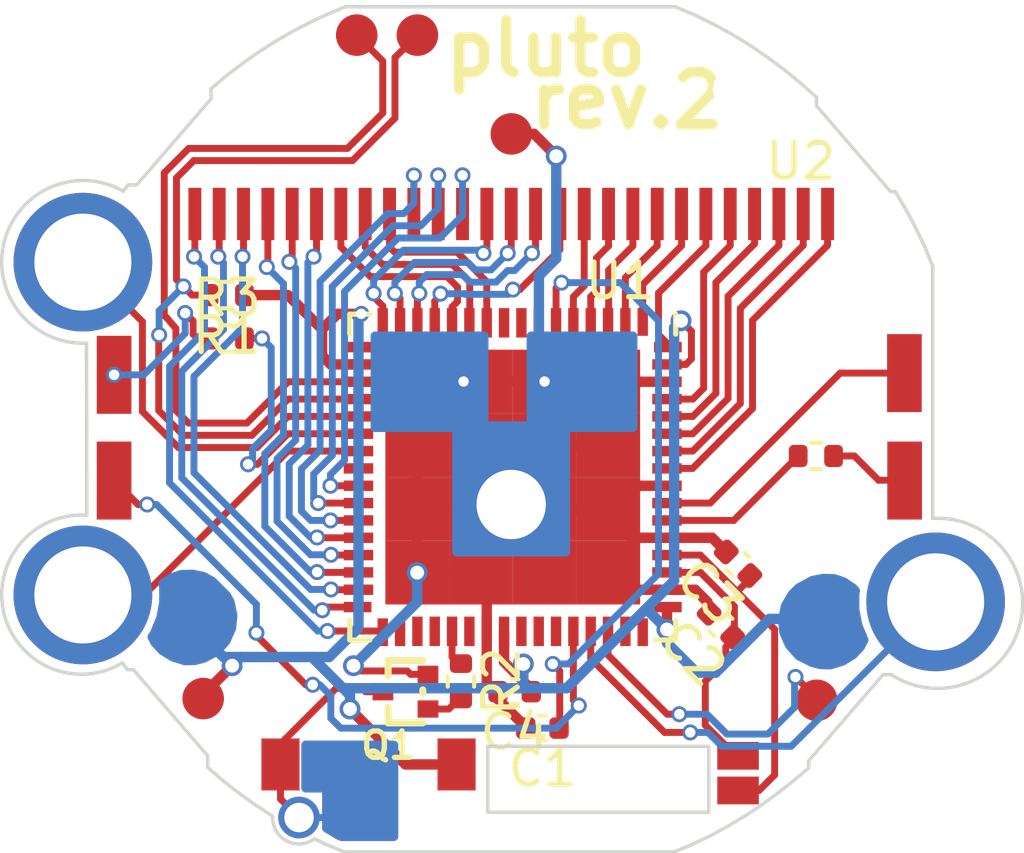
<source format=kicad_pcb>
(kicad_pcb (version 20171130) (host pcbnew "(5.1.9)-1")

  (general
    (thickness 0.5)
    (drawings 514)
    (tracks 565)
    (zones 0)
    (modules 33)
    (nets 48)
  )

  (page A4)
  (layers
    (0 F.Cu signal)
    (31 B.Cu signal)
    (32 B.Adhes user)
    (33 F.Adhes user)
    (34 B.Paste user)
    (35 F.Paste user hide)
    (36 B.SilkS user)
    (37 F.SilkS user)
    (38 B.Mask user)
    (39 F.Mask user)
    (40 Dwgs.User user hide)
    (41 Cmts.User user)
    (42 Eco1.User user)
    (43 Eco2.User user)
    (44 Edge.Cuts user)
    (45 Margin user)
    (46 B.CrtYd user)
    (47 F.CrtYd user)
    (48 B.Fab user)
    (49 F.Fab user hide)
  )

  (setup
    (last_trace_width 0.2)
    (user_trace_width 0.2)
    (user_trace_width 0.3)
    (trace_clearance 0.1524)
    (zone_clearance 0.2)
    (zone_45_only no)
    (trace_min 0.1524)
    (via_size 0.46)
    (via_drill 0.3)
    (via_min_size 0.46)
    (via_min_drill 0.3)
    (uvia_size 0.3)
    (uvia_drill 0.1)
    (uvias_allowed no)
    (uvia_min_size 0.2)
    (uvia_min_drill 0.1)
    (edge_width 0.2)
    (segment_width 0.2)
    (pcb_text_width 0.3)
    (pcb_text_size 1.5 1.5)
    (mod_edge_width 0.15)
    (mod_text_size 1 1)
    (mod_text_width 0.15)
    (pad_size 1.2 0.8)
    (pad_drill 0)
    (pad_to_mask_clearance 0.1)
    (solder_mask_min_width 0.1)
    (aux_axis_origin 58.26 131.31)
    (grid_origin 51.2555 102.891)
    (visible_elements 7FFEFF7F)
    (pcbplotparams
      (layerselection 0x010f0_ffffffff)
      (usegerberextensions true)
      (usegerberattributes true)
      (usegerberadvancedattributes true)
      (creategerberjobfile true)
      (excludeedgelayer true)
      (linewidth 0.100000)
      (plotframeref false)
      (viasonmask false)
      (mode 1)
      (useauxorigin false)
      (hpglpennumber 1)
      (hpglpenspeed 20)
      (hpglpendiameter 15.000000)
      (psnegative false)
      (psa4output false)
      (plotreference true)
      (plotvalue true)
      (plotinvisibletext false)
      (padsonsilk false)
      (subtractmaskfromsilk false)
      (outputformat 1)
      (mirror false)
      (drillshape 0)
      (scaleselection 1)
      (outputdirectory "output/"))
  )

  (net 0 "")
  (net 1 "Net-(C1-Pad1)")
  (net 2 GND)
  (net 3 "Net-(P3-Pad1)")
  (net 4 "Net-(P4-Pad1)")
  (net 5 /LCD_SEG2)
  (net 6 /LCD_SEG1)
  (net 7 /LCD_SEG3)
  (net 8 /LCD_SEG4)
  (net 9 /LCD_SEG6)
  (net 10 /LCD_SEG5)
  (net 11 /LCD_COM3)
  (net 12 /LCD_COM2)
  (net 13 /LCD_COM1)
  (net 14 /LCD_SEG13)
  (net 15 /LCD_SEG12)
  (net 16 /LCD_SEG11)
  (net 17 /LCD_SEG10)
  (net 18 /LCD_SEG9)
  (net 19 /LCD_SEG8)
  (net 20 /LCD_SEG7)
  (net 21 /LCD_SEG18)
  (net 22 /LCD_SEG14)
  (net 23 /LCD_SEG15)
  (net 24 /LCD_SEG16)
  (net 25 /LCD_SEG17)
  (net 26 /LCD_SEG19)
  (net 27 /LCD_SEG24)
  (net 28 /LCD_SEG23)
  (net 29 /LCD_SEG22)
  (net 30 /LCD_SEG21)
  (net 31 /LCD_SEG20)
  (net 32 "Net-(Q1-Pad1)")
  (net 33 "Net-(R2-Pad1)")
  (net 34 /BUZ)
  (net 35 "Net-(P10-Pad1)")
  (net 36 /LED_1)
  (net 37 "Net-(P15-Pad1)")
  (net 38 VCC)
  (net 39 /Q-1)
  (net 40 /Q-2)
  (net 41 /B_LIGHT)
  (net 42 /B_MODE)
  (net 43 /B_ALARM)
  (net 44 /LED_2)
  (net 45 /LED_3)
  (net 46 "Net-(P17-Pad1)")
  (net 47 /LED_4)

  (net_class Default "This is the default net class."
    (clearance 0.1524)
    (trace_width 0.2)
    (via_dia 0.46)
    (via_drill 0.3)
    (uvia_dia 0.3)
    (uvia_drill 0.1)
    (add_net /BUZ)
    (add_net /B_ALARM)
    (add_net /B_LIGHT)
    (add_net /B_MODE)
    (add_net /LCD_COM1)
    (add_net /LCD_COM2)
    (add_net /LCD_COM3)
    (add_net /LCD_SEG1)
    (add_net /LCD_SEG10)
    (add_net /LCD_SEG11)
    (add_net /LCD_SEG12)
    (add_net /LCD_SEG13)
    (add_net /LCD_SEG14)
    (add_net /LCD_SEG15)
    (add_net /LCD_SEG16)
    (add_net /LCD_SEG17)
    (add_net /LCD_SEG18)
    (add_net /LCD_SEG19)
    (add_net /LCD_SEG2)
    (add_net /LCD_SEG20)
    (add_net /LCD_SEG21)
    (add_net /LCD_SEG22)
    (add_net /LCD_SEG23)
    (add_net /LCD_SEG24)
    (add_net /LCD_SEG3)
    (add_net /LCD_SEG4)
    (add_net /LCD_SEG5)
    (add_net /LCD_SEG6)
    (add_net /LCD_SEG7)
    (add_net /LCD_SEG8)
    (add_net /LCD_SEG9)
    (add_net /LED_1)
    (add_net /LED_2)
    (add_net /LED_3)
    (add_net /LED_4)
    (add_net /Q-1)
    (add_net /Q-2)
    (add_net "Net-(C1-Pad1)")
    (add_net "Net-(P10-Pad1)")
    (add_net "Net-(P15-Pad1)")
    (add_net "Net-(P17-Pad1)")
    (add_net "Net-(P3-Pad1)")
    (add_net "Net-(P4-Pad1)")
    (add_net "Net-(Q1-Pad1)")
    (add_net "Net-(R2-Pad1)")
  )

  (net_class PWR ""
    (clearance 0.1524)
    (trace_width 0.3)
    (via_dia 0.6)
    (via_drill 0.4)
    (uvia_dia 0.3)
    (uvia_drill 0.1)
    (add_net GND)
    (add_net VCC)
  )

  (module Resistor_SMD:R_0402_1005Metric (layer F.Cu) (tedit 5F68FEEE) (tstamp 6031FC4D)
    (at 66.7455 97.891 180)
    (descr "Resistor SMD 0402 (1005 Metric), square (rectangular) end terminal, IPC_7351 nominal, (Body size source: IPC-SM-782 page 72, https://www.pcb-3d.com/wordpress/wp-content/uploads/ipc-sm-782a_amendment_1_and_2.pdf), generated with kicad-footprint-generator")
    (tags resistor)
    (path /6031D763)
    (attr smd)
    (fp_text reference R101 (at 0 -1.17) (layer F.SilkS) hide
      (effects (font (size 1 1) (thickness 0.15)))
    )
    (fp_text value 100 (at 0 1.17) (layer F.Fab)
      (effects (font (size 1 1) (thickness 0.15)))
    )
    (fp_text user %R (at 0 0) (layer F.Fab)
      (effects (font (size 0.26 0.26) (thickness 0.04)))
    )
    (fp_line (start -0.525 0.27) (end -0.525 -0.27) (layer F.Fab) (width 0.1))
    (fp_line (start -0.525 -0.27) (end 0.525 -0.27) (layer F.Fab) (width 0.1))
    (fp_line (start 0.525 -0.27) (end 0.525 0.27) (layer F.Fab) (width 0.1))
    (fp_line (start 0.525 0.27) (end -0.525 0.27) (layer F.Fab) (width 0.1))
    (fp_line (start -0.153641 -0.38) (end 0.153641 -0.38) (layer F.SilkS) (width 0.12))
    (fp_line (start -0.153641 0.38) (end 0.153641 0.38) (layer F.SilkS) (width 0.12))
    (fp_line (start -0.93 0.47) (end -0.93 -0.47) (layer F.CrtYd) (width 0.05))
    (fp_line (start -0.93 -0.47) (end 0.93 -0.47) (layer F.CrtYd) (width 0.05))
    (fp_line (start 0.93 -0.47) (end 0.93 0.47) (layer F.CrtYd) (width 0.05))
    (fp_line (start 0.93 0.47) (end -0.93 0.47) (layer F.CrtYd) (width 0.05))
    (pad 2 smd roundrect (at 0.51 0 180) (size 0.54 0.64) (layers F.Cu F.Paste F.Mask) (roundrect_rratio 0.25)
      (net 47 /LED_4))
    (pad 1 smd roundrect (at -0.51 0 180) (size 0.54 0.64) (layers F.Cu F.Paste F.Mask) (roundrect_rratio 0.25)
      (net 46 "Net-(P17-Pad1)"))
    (model ${KISYS3DMOD}/Resistor_SMD.3dshapes/R_0402_1005Metric.wrl
      (at (xyz 0 0 0))
      (scale (xyz 1 1 1))
      (rotate (xyz 0 0 0))
    )
  )

  (module Resistor_SMD:R_0402_1005Metric (layer F.Cu) (tedit 5F68FEEE) (tstamp 56F83BE2)
    (at 49.75 94.5)
    (descr "Resistor SMD 0402 (1005 Metric), square (rectangular) end terminal, IPC_7351 nominal, (Body size source: IPC-SM-782 page 72, https://www.pcb-3d.com/wordpress/wp-content/uploads/ipc-sm-782a_amendment_1_and_2.pdf), generated with kicad-footprint-generator")
    (tags resistor)
    (path /56F848AB)
    (attr smd)
    (fp_text reference R3 (at 0 -1.17) (layer F.SilkS)
      (effects (font (size 1 1) (thickness 0.15)))
    )
    (fp_text value 100 (at 0 1.17) (layer F.Fab)
      (effects (font (size 1 1) (thickness 0.15)))
    )
    (fp_text user %R (at 0 0) (layer F.Fab)
      (effects (font (size 0.26 0.26) (thickness 0.04)))
    )
    (fp_line (start -0.525 0.27) (end -0.525 -0.27) (layer F.Fab) (width 0.1))
    (fp_line (start -0.525 -0.27) (end 0.525 -0.27) (layer F.Fab) (width 0.1))
    (fp_line (start 0.525 -0.27) (end 0.525 0.27) (layer F.Fab) (width 0.1))
    (fp_line (start 0.525 0.27) (end -0.525 0.27) (layer F.Fab) (width 0.1))
    (fp_line (start -0.153641 -0.38) (end 0.153641 -0.38) (layer F.SilkS) (width 0.12))
    (fp_line (start -0.153641 0.38) (end 0.153641 0.38) (layer F.SilkS) (width 0.12))
    (fp_line (start -0.93 0.47) (end -0.93 -0.47) (layer F.CrtYd) (width 0.05))
    (fp_line (start -0.93 -0.47) (end 0.93 -0.47) (layer F.CrtYd) (width 0.05))
    (fp_line (start 0.93 -0.47) (end 0.93 0.47) (layer F.CrtYd) (width 0.05))
    (fp_line (start 0.93 0.47) (end -0.93 0.47) (layer F.CrtYd) (width 0.05))
    (pad 2 smd roundrect (at 0.51 0) (size 0.54 0.64) (layers F.Cu F.Paste F.Mask) (roundrect_rratio 0.25)
      (net 44 /LED_2))
    (pad 1 smd roundrect (at -0.51 0) (size 0.54 0.64) (layers F.Cu F.Paste F.Mask) (roundrect_rratio 0.25)
      (net 35 "Net-(P10-Pad1)"))
    (model ${KISYS3DMOD}/Resistor_SMD.3dshapes/R_0402_1005Metric.wrl
      (at (xyz 0 0 0))
      (scale (xyz 1 1 1))
      (rotate (xyz 0 0 0))
    )
  )

  (module Resistor_SMD:R_0402_1005Metric (layer F.Cu) (tedit 5F68FEEE) (tstamp 56EC9AA7)
    (at 56.5055 104.391 270)
    (descr "Resistor SMD 0402 (1005 Metric), square (rectangular) end terminal, IPC_7351 nominal, (Body size source: IPC-SM-782 page 72, https://www.pcb-3d.com/wordpress/wp-content/uploads/ipc-sm-782a_amendment_1_and_2.pdf), generated with kicad-footprint-generator")
    (tags resistor)
    (path /56EDFAA4)
    (attr smd)
    (fp_text reference R2 (at 0 -1.17 90) (layer F.SilkS)
      (effects (font (size 1 1) (thickness 0.15)))
    )
    (fp_text value 47k (at 0 1.17 90) (layer F.Fab)
      (effects (font (size 1 1) (thickness 0.15)))
    )
    (fp_text user %R (at 0 0 90) (layer F.Fab)
      (effects (font (size 0.26 0.26) (thickness 0.04)))
    )
    (fp_line (start -0.525 0.27) (end -0.525 -0.27) (layer F.Fab) (width 0.1))
    (fp_line (start -0.525 -0.27) (end 0.525 -0.27) (layer F.Fab) (width 0.1))
    (fp_line (start 0.525 -0.27) (end 0.525 0.27) (layer F.Fab) (width 0.1))
    (fp_line (start 0.525 0.27) (end -0.525 0.27) (layer F.Fab) (width 0.1))
    (fp_line (start -0.153641 -0.38) (end 0.153641 -0.38) (layer F.SilkS) (width 0.12))
    (fp_line (start -0.153641 0.38) (end 0.153641 0.38) (layer F.SilkS) (width 0.12))
    (fp_line (start -0.93 0.47) (end -0.93 -0.47) (layer F.CrtYd) (width 0.05))
    (fp_line (start -0.93 -0.47) (end 0.93 -0.47) (layer F.CrtYd) (width 0.05))
    (fp_line (start 0.93 -0.47) (end 0.93 0.47) (layer F.CrtYd) (width 0.05))
    (fp_line (start 0.93 0.47) (end -0.93 0.47) (layer F.CrtYd) (width 0.05))
    (pad 2 smd roundrect (at 0.51 0 270) (size 0.54 0.64) (layers F.Cu F.Paste F.Mask) (roundrect_rratio 0.25)
      (net 32 "Net-(Q1-Pad1)"))
    (pad 1 smd roundrect (at -0.51 0 270) (size 0.54 0.64) (layers F.Cu F.Paste F.Mask) (roundrect_rratio 0.25)
      (net 33 "Net-(R2-Pad1)"))
    (model ${KISYS3DMOD}/Resistor_SMD.3dshapes/R_0402_1005Metric.wrl
      (at (xyz 0 0 0))
      (scale (xyz 1 1 1))
      (rotate (xyz 0 0 0))
    )
  )

  (module Resistor_SMD:R_0402_1005Metric (layer F.Cu) (tedit 5F68FEEE) (tstamp 56E8D512)
    (at 49.75 93.25 180)
    (descr "Resistor SMD 0402 (1005 Metric), square (rectangular) end terminal, IPC_7351 nominal, (Body size source: IPC-SM-782 page 72, https://www.pcb-3d.com/wordpress/wp-content/uploads/ipc-sm-782a_amendment_1_and_2.pdf), generated with kicad-footprint-generator")
    (tags resistor)
    (path /56E8A86F)
    (attr smd)
    (fp_text reference R1 (at 0 -1.17) (layer F.SilkS)
      (effects (font (size 1 1) (thickness 0.15)))
    )
    (fp_text value 10k (at 0 1.17) (layer F.Fab)
      (effects (font (size 1 1) (thickness 0.15)))
    )
    (fp_text user %R (at 0 0) (layer F.Fab)
      (effects (font (size 0.26 0.26) (thickness 0.04)))
    )
    (fp_line (start -0.525 0.27) (end -0.525 -0.27) (layer F.Fab) (width 0.1))
    (fp_line (start -0.525 -0.27) (end 0.525 -0.27) (layer F.Fab) (width 0.1))
    (fp_line (start 0.525 -0.27) (end 0.525 0.27) (layer F.Fab) (width 0.1))
    (fp_line (start 0.525 0.27) (end -0.525 0.27) (layer F.Fab) (width 0.1))
    (fp_line (start -0.153641 -0.38) (end 0.153641 -0.38) (layer F.SilkS) (width 0.12))
    (fp_line (start -0.153641 0.38) (end 0.153641 0.38) (layer F.SilkS) (width 0.12))
    (fp_line (start -0.93 0.47) (end -0.93 -0.47) (layer F.CrtYd) (width 0.05))
    (fp_line (start -0.93 -0.47) (end 0.93 -0.47) (layer F.CrtYd) (width 0.05))
    (fp_line (start 0.93 -0.47) (end 0.93 0.47) (layer F.CrtYd) (width 0.05))
    (fp_line (start 0.93 0.47) (end -0.93 0.47) (layer F.CrtYd) (width 0.05))
    (pad 2 smd roundrect (at 0.51 0 180) (size 0.54 0.64) (layers F.Cu F.Paste F.Mask) (roundrect_rratio 0.25)
      (net 4 "Net-(P4-Pad1)"))
    (pad 1 smd roundrect (at -0.51 0 180) (size 0.54 0.64) (layers F.Cu F.Paste F.Mask) (roundrect_rratio 0.25)
      (net 38 VCC))
    (model ${KISYS3DMOD}/Resistor_SMD.3dshapes/R_0402_1005Metric.wrl
      (at (xyz 0 0 0))
      (scale (xyz 1 1 1))
      (rotate (xyz 0 0 0))
    )
  )

  (module f-91w:LED (layer F.Cu) (tedit 60318879) (tstamp 6031FE3B)
    (at 69.3055 98.6)
    (path /6031DA6D)
    (fp_text reference P17 (at 0 4) (layer F.SilkS) hide
      (effects (font (size 1 1) (thickness 0.15)))
    )
    (fp_text value CONN_01X01 (at 0 -3) (layer F.Fab)
      (effects (font (size 1 1) (thickness 0.15)))
    )
    (pad 1 smd rect (at 0 0) (size 1 2.25) (layers F.Cu F.Paste F.Mask)
      (net 46 "Net-(P17-Pad1)"))
  )

  (module f-91w:LED (layer F.Cu) (tedit 60318879) (tstamp 6031FE47)
    (at 69.3 95.5)
    (path /6031DA77)
    (fp_text reference P16 (at 0 4) (layer F.SilkS) hide
      (effects (font (size 1 1) (thickness 0.15)))
    )
    (fp_text value CONN_01X01 (at 0 -3) (layer F.Fab)
      (effects (font (size 1 1) (thickness 0.15)))
    )
    (pad 1 smd rect (at 0 0) (size 1 2.25) (layers F.Cu F.Paste F.Mask)
      (net 45 /LED_3))
  )

  (module Capacitor_SMD:C_0402_1005Metric (layer F.Cu) (tedit 5F68FEEE) (tstamp 56FBF00A)
    (at 58.0555 104.691 180)
    (descr "Capacitor SMD 0402 (1005 Metric), square (rectangular) end terminal, IPC_7351 nominal, (Body size source: IPC-SM-782 page 76, https://www.pcb-3d.com/wordpress/wp-content/uploads/ipc-sm-782a_amendment_1_and_2.pdf), generated with kicad-footprint-generator")
    (tags capacitor)
    (path /56FBF4BC)
    (attr smd)
    (fp_text reference C4 (at 0 -1.16) (layer F.SilkS)
      (effects (font (size 1 1) (thickness 0.15)))
    )
    (fp_text value 100n (at 0 1.16) (layer F.Fab)
      (effects (font (size 1 1) (thickness 0.15)))
    )
    (fp_text user %R (at 0 0) (layer F.Fab)
      (effects (font (size 0.25 0.25) (thickness 0.04)))
    )
    (fp_line (start -0.5 0.25) (end -0.5 -0.25) (layer F.Fab) (width 0.1))
    (fp_line (start -0.5 -0.25) (end 0.5 -0.25) (layer F.Fab) (width 0.1))
    (fp_line (start 0.5 -0.25) (end 0.5 0.25) (layer F.Fab) (width 0.1))
    (fp_line (start 0.5 0.25) (end -0.5 0.25) (layer F.Fab) (width 0.1))
    (fp_line (start -0.107836 -0.36) (end 0.107836 -0.36) (layer F.SilkS) (width 0.12))
    (fp_line (start -0.107836 0.36) (end 0.107836 0.36) (layer F.SilkS) (width 0.12))
    (fp_line (start -0.91 0.46) (end -0.91 -0.46) (layer F.CrtYd) (width 0.05))
    (fp_line (start -0.91 -0.46) (end 0.91 -0.46) (layer F.CrtYd) (width 0.05))
    (fp_line (start 0.91 -0.46) (end 0.91 0.46) (layer F.CrtYd) (width 0.05))
    (fp_line (start 0.91 0.46) (end -0.91 0.46) (layer F.CrtYd) (width 0.05))
    (pad 2 smd roundrect (at 0.48 0 180) (size 0.56 0.62) (layers F.Cu F.Paste F.Mask) (roundrect_rratio 0.25)
      (net 2 GND))
    (pad 1 smd roundrect (at -0.48 0 180) (size 0.56 0.62) (layers F.Cu F.Paste F.Mask) (roundrect_rratio 0.25)
      (net 38 VCC))
    (model ${KISYS3DMOD}/Capacitor_SMD.3dshapes/C_0402_1005Metric.wrl
      (at (xyz 0 0 0))
      (scale (xyz 1 1 1))
      (rotate (xyz 0 0 0))
    )
  )

  (module Capacitor_SMD:C_0402_1005Metric (layer F.Cu) (tedit 5F68FEEE) (tstamp 56EC9D26)
    (at 64.5 101 135)
    (descr "Capacitor SMD 0402 (1005 Metric), square (rectangular) end terminal, IPC_7351 nominal, (Body size source: IPC-SM-782 page 76, https://www.pcb-3d.com/wordpress/wp-content/uploads/ipc-sm-782a_amendment_1_and_2.pdf), generated with kicad-footprint-generator")
    (tags capacitor)
    (path /56EE2C6E)
    (attr smd)
    (fp_text reference C3 (at 0 -1.16 135) (layer F.SilkS)
      (effects (font (size 1 1) (thickness 0.15)))
    )
    (fp_text value 22p (at 0 1.16 135) (layer F.Fab)
      (effects (font (size 1 1) (thickness 0.15)))
    )
    (fp_text user %R (at 0 0 135) (layer F.Fab)
      (effects (font (size 0.25 0.25) (thickness 0.04)))
    )
    (fp_line (start -0.5 0.25) (end -0.5 -0.25) (layer F.Fab) (width 0.1))
    (fp_line (start -0.5 -0.25) (end 0.5 -0.25) (layer F.Fab) (width 0.1))
    (fp_line (start 0.5 -0.25) (end 0.5 0.25) (layer F.Fab) (width 0.1))
    (fp_line (start 0.5 0.25) (end -0.5 0.25) (layer F.Fab) (width 0.1))
    (fp_line (start -0.107836 -0.36) (end 0.107836 -0.36) (layer F.SilkS) (width 0.12))
    (fp_line (start -0.107836 0.36) (end 0.107836 0.36) (layer F.SilkS) (width 0.12))
    (fp_line (start -0.91 0.46) (end -0.91 -0.46) (layer F.CrtYd) (width 0.05))
    (fp_line (start -0.91 -0.46) (end 0.91 -0.46) (layer F.CrtYd) (width 0.05))
    (fp_line (start 0.91 -0.46) (end 0.91 0.46) (layer F.CrtYd) (width 0.05))
    (fp_line (start 0.91 0.46) (end -0.91 0.46) (layer F.CrtYd) (width 0.05))
    (pad 2 smd roundrect (at 0.48 0 135) (size 0.56 0.62) (layers F.Cu F.Paste F.Mask) (roundrect_rratio 0.25)
      (net 2 GND))
    (pad 1 smd roundrect (at -0.48 0 135) (size 0.56 0.62) (layers F.Cu F.Paste F.Mask) (roundrect_rratio 0.25)
      (net 40 /Q-2))
    (model ${KISYS3DMOD}/Capacitor_SMD.3dshapes/C_0402_1005Metric.wrl
      (at (xyz 0 0 0))
      (scale (xyz 1 1 1))
      (rotate (xyz 0 0 0))
    )
  )

  (module Capacitor_SMD:C_0402_1005Metric (layer F.Cu) (tedit 5F68FEEE) (tstamp 56EC9D1A)
    (at 64.0055 102.766 135)
    (descr "Capacitor SMD 0402 (1005 Metric), square (rectangular) end terminal, IPC_7351 nominal, (Body size source: IPC-SM-782 page 76, https://www.pcb-3d.com/wordpress/wp-content/uploads/ipc-sm-782a_amendment_1_and_2.pdf), generated with kicad-footprint-generator")
    (tags capacitor)
    (path /56EE32A7)
    (attr smd)
    (fp_text reference C2 (at 0 -1.16 135) (layer F.SilkS)
      (effects (font (size 1 1) (thickness 0.15)))
    )
    (fp_text value 22p (at 0 1.16 135) (layer F.Fab)
      (effects (font (size 1 1) (thickness 0.15)))
    )
    (fp_text user %R (at 0 0 135) (layer F.Fab)
      (effects (font (size 0.25 0.25) (thickness 0.04)))
    )
    (fp_line (start -0.5 0.25) (end -0.5 -0.25) (layer F.Fab) (width 0.1))
    (fp_line (start -0.5 -0.25) (end 0.5 -0.25) (layer F.Fab) (width 0.1))
    (fp_line (start 0.5 -0.25) (end 0.5 0.25) (layer F.Fab) (width 0.1))
    (fp_line (start 0.5 0.25) (end -0.5 0.25) (layer F.Fab) (width 0.1))
    (fp_line (start -0.107836 -0.36) (end 0.107836 -0.36) (layer F.SilkS) (width 0.12))
    (fp_line (start -0.107836 0.36) (end 0.107836 0.36) (layer F.SilkS) (width 0.12))
    (fp_line (start -0.91 0.46) (end -0.91 -0.46) (layer F.CrtYd) (width 0.05))
    (fp_line (start -0.91 -0.46) (end 0.91 -0.46) (layer F.CrtYd) (width 0.05))
    (fp_line (start 0.91 -0.46) (end 0.91 0.46) (layer F.CrtYd) (width 0.05))
    (fp_line (start 0.91 0.46) (end -0.91 0.46) (layer F.CrtYd) (width 0.05))
    (pad 2 smd roundrect (at 0.48 0 135) (size 0.56 0.62) (layers F.Cu F.Paste F.Mask) (roundrect_rratio 0.25)
      (net 2 GND))
    (pad 1 smd roundrect (at -0.48 0 135) (size 0.56 0.62) (layers F.Cu F.Paste F.Mask) (roundrect_rratio 0.25)
      (net 39 /Q-1))
    (model ${KISYS3DMOD}/Capacitor_SMD.3dshapes/C_0402_1005Metric.wrl
      (at (xyz 0 0 0))
      (scale (xyz 1 1 1))
      (rotate (xyz 0 0 0))
    )
  )

  (module Capacitor_SMD:C_0402_1005Metric (layer F.Cu) (tedit 5F68FEEE) (tstamp 56E9D426)
    (at 58.8555 105.741 180)
    (descr "Capacitor SMD 0402 (1005 Metric), square (rectangular) end terminal, IPC_7351 nominal, (Body size source: IPC-SM-782 page 76, https://www.pcb-3d.com/wordpress/wp-content/uploads/ipc-sm-782a_amendment_1_and_2.pdf), generated with kicad-footprint-generator")
    (tags capacitor)
    (path /56E9D6D2)
    (attr smd)
    (fp_text reference C1 (at 0 -1.16) (layer F.SilkS)
      (effects (font (size 1 1) (thickness 0.15)))
    )
    (fp_text value 4.7u (at 0 1.16) (layer F.Fab)
      (effects (font (size 1 1) (thickness 0.15)))
    )
    (fp_text user %R (at 0 0) (layer F.Fab)
      (effects (font (size 0.25 0.25) (thickness 0.04)))
    )
    (fp_line (start -0.5 0.25) (end -0.5 -0.25) (layer F.Fab) (width 0.1))
    (fp_line (start -0.5 -0.25) (end 0.5 -0.25) (layer F.Fab) (width 0.1))
    (fp_line (start 0.5 -0.25) (end 0.5 0.25) (layer F.Fab) (width 0.1))
    (fp_line (start 0.5 0.25) (end -0.5 0.25) (layer F.Fab) (width 0.1))
    (fp_line (start -0.107836 -0.36) (end 0.107836 -0.36) (layer F.SilkS) (width 0.12))
    (fp_line (start -0.107836 0.36) (end 0.107836 0.36) (layer F.SilkS) (width 0.12))
    (fp_line (start -0.91 0.46) (end -0.91 -0.46) (layer F.CrtYd) (width 0.05))
    (fp_line (start -0.91 -0.46) (end 0.91 -0.46) (layer F.CrtYd) (width 0.05))
    (fp_line (start 0.91 -0.46) (end 0.91 0.46) (layer F.CrtYd) (width 0.05))
    (fp_line (start 0.91 0.46) (end -0.91 0.46) (layer F.CrtYd) (width 0.05))
    (pad 2 smd roundrect (at 0.48 0 180) (size 0.56 0.62) (layers F.Cu F.Paste F.Mask) (roundrect_rratio 0.25)
      (net 2 GND))
    (pad 1 smd roundrect (at -0.48 0 180) (size 0.56 0.62) (layers F.Cu F.Paste F.Mask) (roundrect_rratio 0.25)
      (net 1 "Net-(C1-Pad1)"))
    (model ${KISYS3DMOD}/Capacitor_SMD.3dshapes/C_0402_1005Metric.wrl
      (at (xyz 0 0 0))
      (scale (xyz 1 1 1))
      (rotate (xyz 0 0 0))
    )
  )

  (module Connect:1pin locked (layer F.Cu) (tedit 56FD7599) (tstamp 56E99FBF)
    (at 64.555 104.886)
    (descr "module 1 pin (ou trou mecanique de percage)")
    (tags DEV)
    (fp_text reference MH5 (at 4.945 1.364) (layer F.SilkS) hide
      (effects (font (size 1 1) (thickness 0.15)))
    )
    (fp_text value 1pin (at 0 2.794) (layer F.Fab)
      (effects (font (size 1 1) (thickness 0.15)))
    )
    (pad "" np_thru_hole circle (at 0 0) (size 1.3 1.3) (drill 1.3) (layers *.Cu *.Mask))
  )

  (module Connect:1pin locked (layer F.Cu) (tedit 56FD75A4) (tstamp 56E99FD5)
    (at 50.754 104.846)
    (descr "module 1 pin (ou trou mecanique de percage)")
    (tags DEV)
    (fp_text reference MH6 (at -9.004 -3.096) (layer F.SilkS) hide
      (effects (font (size 1 1) (thickness 0.15)))
    )
    (fp_text value 1pin (at 0 2.794) (layer F.Fab)
      (effects (font (size 1 1) (thickness 0.15)))
    )
    (pad "" np_thru_hole circle (at 0 0) (size 1.3 1.3) (drill 1.3) (layers *.Cu *.Mask))
  )

  (module Connect:1pin locked (layer F.Cu) (tedit 56FD7609) (tstamp 56E91897)
    (at 50.01 95.93)
    (descr "module 1 pin (ou trou mecanique de percage)")
    (tags DEV)
    (fp_text reference MH2 (at -7.51 -7.43) (layer F.SilkS) hide
      (effects (font (size 1 1) (thickness 0.15)))
    )
    (fp_text value 1pin (at 0 2.794) (layer F.Fab)
      (effects (font (size 1 1) (thickness 0.15)))
    )
    (pad "" np_thru_hole circle (at 0 0) (size 1.1 1.1) (drill 1.1) (layers *.Cu *.Mask)
      (clearance 0.2))
  )

  (module Connect:1pin locked (layer F.Cu) (tedit 56FD75AD) (tstamp 56E99F92)
    (at 51.448 87.25)
    (descr "module 1 pin (ou trou mecanique de percage)")
    (tags DEV)
    (fp_text reference MH3 (at 0 -3.048) (layer F.SilkS) hide
      (effects (font (size 1 1) (thickness 0.15)))
    )
    (fp_text value 1pin (at 0 2.794) (layer F.Fab)
      (effects (font (size 1 1) (thickness 0.15)))
    )
    (pad "" np_thru_hole circle (at 0 0) (size 1.3 1.3) (drill 1.3) (layers *.Cu *.Mask))
  )

  (module Connect:1pin locked (layer F.Cu) (tedit 56FD75B4) (tstamp 56E99FAF)
    (at 64.422 87.319)
    (descr "module 1 pin (ou trou mecanique de percage)")
    (tags DEV)
    (fp_text reference MH4 (at 0 -3.048) (layer F.SilkS) hide
      (effects (font (size 1 1) (thickness 0.15)))
    )
    (fp_text value 1pin (at 0 2.794) (layer F.Fab)
      (effects (font (size 1 1) (thickness 0.15)))
    )
    (pad "" np_thru_hole circle (at 0 0) (size 1.3 1.3) (drill 1.3) (layers *.Cu *.Mask))
  )

  (module Connect:1pin locked (layer F.Cu) (tedit 56FD7603) (tstamp 56E9186D)
    (at 65.782 95.646)
    (descr "module 1 pin (ou trou mecanique de percage)")
    (tags DEV)
    (fp_text reference MH1 (at 0 -3.048) (layer F.SilkS) hide
      (effects (font (size 1 1) (thickness 0.15)))
    )
    (fp_text value 1pin (at 0 2.794) (layer F.Fab)
      (effects (font (size 1 1) (thickness 0.15)))
    )
    (pad "" np_thru_hole circle (at 0 0) (size 1.1 1.1) (drill 1.1) (layers *.Cu *.Mask)
      (clearance 0.2))
  )

  (module f-91w:SOT416 (layer F.Cu) (tedit 570BA954) (tstamp 56EC9A9B)
    (at 54.9055 104.691 180)
    (path /56EDF910)
    (solder_mask_margin 0.0762)
    (solder_paste_margin -0.0254)
    (attr smd)
    (fp_text reference Q1 (at 0.5 -1.55 180) (layer F.SilkS)
      (effects (font (size 0.762 0.762) (thickness 0.1524)))
    )
    (fp_text value BC846 (at 1.5 -1.8 180) (layer F.SilkS) hide
      (effects (font (size 0.762 0.762) (thickness 0.1524)))
    )
    (fp_line (start 0.5 0.9) (end -0.5 0.9) (layer F.SilkS) (width 0.2032))
    (fp_line (start -0.5 0.05) (end -0.5 -0.051314) (layer F.SilkS) (width 0.2032))
    (fp_line (start -0.5 -0.9) (end 0.5 -0.9) (layer F.SilkS) (width 0.2032))
    (fp_line (start 0.5 -0.9) (end 0.5 -0.45) (layer F.SilkS) (width 0.2032))
    (fp_line (start 0.5 0.45) (end 0.5 0.9) (layer F.SilkS) (width 0.2032))
    (pad 1 smd rect (at -0.65 -0.5 90) (size 0.5 0.6) (layers F.Cu F.Paste F.Mask)
      (net 32 "Net-(Q1-Pad1)"))
    (pad 2 smd rect (at -0.65 0.5 90) (size 0.5 0.6) (layers F.Cu F.Paste F.Mask)
      (net 2 GND))
    (pad 3 smd rect (at 0.65 0 90) (size 0.5 0.6) (layers F.Cu F.Paste F.Mask)
      (net 34 /BUZ))
  )

  (module f-91w:LCD-F-91W (layer F.Cu) (tedit 57052C1C) (tstamp 56E8A49E)
    (at 57.25 93.34)
    (path /56E8A641)
    (solder_mask_margin 0.2)
    (attr virtual)
    (fp_text reference U2 (at 9.0555 -3.949) (layer F.SilkS)
      (effects (font (size 1 1) (thickness 0.15)))
    )
    (fp_text value LCD-F-91W (at 0 -0.5) (layer F.Fab)
      (effects (font (size 1 1) (thickness 0.15)))
    )
    (pad 1 smd rect (at -8.42 -2.43) (size 0.373 1.509) (layers F.Cu F.Paste F.Mask)
      (net 6 /LCD_SEG1))
    (pad 2 smd rect (at -7.718 -2.43) (size 0.373 1.509) (layers F.Cu F.Paste F.Mask)
      (net 5 /LCD_SEG2))
    (pad 3 smd rect (at -7.016 -2.43) (size 0.373 1.509) (layers F.Cu F.Paste F.Mask)
      (net 7 /LCD_SEG3))
    (pad 4 smd rect (at -6.314 -2.43) (size 0.373 1.509) (layers F.Cu F.Paste F.Mask)
      (net 8 /LCD_SEG4))
    (pad 5 smd rect (at -5.612 -2.43) (size 0.373 1.509) (layers F.Cu F.Paste F.Mask)
      (net 10 /LCD_SEG5))
    (pad 6 smd rect (at -4.91 -2.43) (size 0.373 1.509) (layers F.Cu F.Paste F.Mask)
      (net 9 /LCD_SEG6))
    (pad 7 smd rect (at -4.208 -2.43) (size 0.373 1.509) (layers F.Cu F.Paste F.Mask)
      (net 13 /LCD_COM1))
    (pad 8 smd rect (at -3.506 -2.43) (size 0.373 1.509) (layers F.Cu F.Paste F.Mask)
      (net 12 /LCD_COM2))
    (pad 9 smd rect (at -2.804 -2.43) (size 0.373 1.509) (layers F.Cu F.Paste F.Mask)
      (net 11 /LCD_COM3))
    (pad 10 smd rect (at -2.102 -2.43) (size 0.373 1.509) (layers F.Cu F.Paste F.Mask)
      (net 20 /LCD_SEG7))
    (pad 11 smd rect (at -1.4 -2.43) (size 0.373 1.509) (layers F.Cu F.Paste F.Mask)
      (net 19 /LCD_SEG8))
    (pad 12 smd rect (at -0.698 -2.43) (size 0.373 1.509) (layers F.Cu F.Paste F.Mask)
      (net 18 /LCD_SEG9))
    (pad 13 smd rect (at 0.004 -2.43) (size 0.373 1.509) (layers F.Cu F.Paste F.Mask)
      (net 17 /LCD_SEG10))
    (pad 14 smd rect (at 0.706 -2.43) (size 0.373 1.509) (layers F.Cu F.Paste F.Mask)
      (net 16 /LCD_SEG11))
    (pad 15 smd rect (at 1.408 -2.43) (size 0.373 1.509) (layers F.Cu F.Paste F.Mask)
      (net 15 /LCD_SEG12))
    (pad 16 smd rect (at 2.11 -2.43) (size 0.373 1.509) (layers F.Cu F.Paste F.Mask)
      (net 14 /LCD_SEG13))
    (pad 17 smd rect (at 2.812 -2.43) (size 0.373 1.509) (layers F.Cu F.Paste F.Mask)
      (net 22 /LCD_SEG14))
    (pad 18 smd rect (at 3.514 -2.43) (size 0.373 1.509) (layers F.Cu F.Paste F.Mask)
      (net 23 /LCD_SEG15))
    (pad 19 smd rect (at 4.216 -2.43) (size 0.373 1.509) (layers F.Cu F.Paste F.Mask)
      (net 24 /LCD_SEG16))
    (pad 20 smd rect (at 4.918 -2.43) (size 0.373 1.509) (layers F.Cu F.Paste F.Mask)
      (net 25 /LCD_SEG17))
    (pad 21 smd rect (at 5.62 -2.43) (size 0.373 1.509) (layers F.Cu F.Paste F.Mask)
      (net 21 /LCD_SEG18))
    (pad 22 smd rect (at 6.322 -2.43) (size 0.373 1.509) (layers F.Cu F.Paste F.Mask)
      (net 26 /LCD_SEG19))
    (pad 23 smd rect (at 7.024 -2.43) (size 0.373 1.509) (layers F.Cu F.Paste F.Mask)
      (net 31 /LCD_SEG20))
    (pad 24 smd rect (at 7.726 -2.43) (size 0.373 1.509) (layers F.Cu F.Paste F.Mask)
      (net 30 /LCD_SEG21))
    (pad 25 smd rect (at 8.428 -2.43) (size 0.373 1.509) (layers F.Cu F.Paste F.Mask)
      (net 29 /LCD_SEG22))
    (pad 26 smd rect (at 9.13 -2.43) (size 0.373 1.509) (layers F.Cu F.Paste F.Mask)
      (net 28 /LCD_SEG23))
    (pad 27 smd rect (at 9.832 -2.43) (size 0.373 1.509) (layers F.Cu F.Paste F.Mask)
      (net 27 /LCD_SEG24))
  )

  (module Housings_DFN_QFN:QFN-64-1EP_9x9mm_Pitch0.5mm (layer F.Cu) (tedit 570B9EAA) (tstamp 56E8D305)
    (at 58 98.5 270)
    (descr "64-Lead Plastic Quad Flat, No Lead Package (MR) - 9x9x0.9 mm Body [QFN]; (see Microchip Packaging Specification 00000049BS.pdf)")
    (tags "QFN 0.5")
    (path /56E8AF3B)
    (attr smd)
    (fp_text reference U1 (at -5.659 -3.1055) (layer F.SilkS)
      (effects (font (size 1 1) (thickness 0.15)))
    )
    (fp_text value MSP430FR6972 (at 0 5.875 270) (layer F.Fab)
      (effects (font (size 1 1) (thickness 0.15)))
    )
    (fp_line (start -5.15 -5.15) (end -5.15 5.15) (layer F.CrtYd) (width 0.05))
    (fp_line (start 5.15 -5.15) (end 5.15 5.15) (layer F.CrtYd) (width 0.05))
    (fp_line (start -5.15 -5.15) (end 5.15 -5.15) (layer F.CrtYd) (width 0.05))
    (fp_line (start -5.15 5.15) (end 5.15 5.15) (layer F.CrtYd) (width 0.05))
    (fp_line (start 4.7 -4.7) (end 4.7 -4.125) (layer F.SilkS) (width 0.15))
    (fp_line (start -4.7 4.7) (end -4.7 4.125) (layer F.SilkS) (width 0.15))
    (fp_line (start 4.7 4.7) (end 4.7 4.125) (layer F.SilkS) (width 0.15))
    (fp_line (start -4.7 -4.7) (end -4.125 -4.7) (layer F.SilkS) (width 0.15))
    (fp_line (start -4.7 4.7) (end -4.125 4.7) (layer F.SilkS) (width 0.15))
    (fp_line (start 4.7 4.7) (end 4.125 4.7) (layer F.SilkS) (width 0.15))
    (fp_line (start 4.7 -4.7) (end 4.125 -4.7) (layer F.SilkS) (width 0.15))
    (pad 1 smd rect (at -4.475 -3.75 270) (size 0.8 0.3) (layers F.Cu F.Paste F.Mask)
      (net 21 /LCD_SEG18))
    (pad 2 smd rect (at -4.45 -3.25 270) (size 0.85 0.3) (layers F.Cu F.Paste F.Mask)
      (net 25 /LCD_SEG17))
    (pad 3 smd rect (at -4.45 -2.75 270) (size 0.85 0.3) (layers F.Cu F.Paste F.Mask)
      (net 24 /LCD_SEG16))
    (pad 4 smd rect (at -4.45 -2.25 270) (size 0.85 0.3) (layers F.Cu F.Paste F.Mask)
      (net 23 /LCD_SEG15))
    (pad 5 smd rect (at -4.45 -1.75 270) (size 0.85 0.3) (layers F.Cu F.Paste F.Mask)
      (net 22 /LCD_SEG14))
    (pad 6 smd rect (at -4.45 -1.25 270) (size 0.85 0.3) (layers F.Cu F.Paste F.Mask)
      (net 1 "Net-(C1-Pad1)"))
    (pad 7 smd rect (at -4.45 -0.75 270) (size 0.85 0.3) (layers F.Cu F.Paste F.Mask))
    (pad 8 smd rect (at -4.45 -0.25 270) (size 0.85 0.3) (layers F.Cu F.Paste F.Mask))
    (pad 9 smd rect (at -4.45 0.25 270) (size 0.85 0.3) (layers F.Cu F.Paste F.Mask))
    (pad 10 smd rect (at -4.45 0.75 270) (size 0.85 0.3) (layers F.Cu F.Paste F.Mask)
      (net 11 /LCD_COM3))
    (pad 11 smd rect (at -4.45 1.25 270) (size 0.85 0.3) (layers F.Cu F.Paste F.Mask)
      (net 12 /LCD_COM2))
    (pad 12 smd rect (at -4.45 1.75 270) (size 0.85 0.3) (layers F.Cu F.Paste F.Mask)
      (net 13 /LCD_COM1))
    (pad 13 smd rect (at -4.45 2.25 270) (size 0.85 0.3) (layers F.Cu F.Paste F.Mask)
      (net 14 /LCD_SEG13))
    (pad 14 smd rect (at -4.45 2.75 270) (size 0.85 0.3) (layers F.Cu F.Paste F.Mask)
      (net 15 /LCD_SEG12))
    (pad 15 smd rect (at -4.45 3.25 270) (size 0.85 0.3) (layers F.Cu F.Paste F.Mask)
      (net 16 /LCD_SEG11))
    (pad 16 smd rect (at -4.475 3.75 270) (size 0.8 0.3) (layers F.Cu F.Paste F.Mask)
      (net 17 /LCD_SEG10))
    (pad 17 smd rect (at -3.75 4.475) (size 0.8 0.3) (layers F.Cu F.Paste F.Mask)
      (net 2 GND))
    (pad 18 smd rect (at -3.25 4.45) (size 0.85 0.3) (layers F.Cu F.Paste F.Mask)
      (net 38 VCC))
    (pad 19 smd rect (at -2.75 4.45) (size 0.85 0.3) (layers F.Cu F.Paste F.Mask)
      (net 3 "Net-(P3-Pad1)"))
    (pad 20 smd rect (at -2.25 4.45) (size 0.85 0.3) (layers F.Cu F.Paste F.Mask)
      (net 4 "Net-(P4-Pad1)"))
    (pad 21 smd rect (at -1.75 4.45) (size 0.85 0.3) (layers F.Cu F.Paste F.Mask)
      (net 41 /B_LIGHT))
    (pad 22 smd rect (at -1.25 4.45) (size 0.85 0.3) (layers F.Cu F.Paste F.Mask)
      (net 44 /LED_2))
    (pad 23 smd rect (at -0.75 4.45) (size 0.85 0.3) (layers F.Cu F.Paste F.Mask)
      (net 42 /B_MODE))
    (pad 24 smd rect (at -0.25 4.45) (size 0.85 0.3) (layers F.Cu F.Paste F.Mask))
    (pad 25 smd rect (at 0.25 4.45) (size 0.85 0.3) (layers F.Cu F.Paste F.Mask)
      (net 18 /LCD_SEG9))
    (pad 26 smd rect (at 0.75 4.45) (size 0.85 0.3) (layers F.Cu F.Paste F.Mask)
      (net 19 /LCD_SEG8))
    (pad 27 smd rect (at 1.25 4.45) (size 0.85 0.3) (layers F.Cu F.Paste F.Mask)
      (net 20 /LCD_SEG7))
    (pad 28 smd rect (at 1.75 4.45) (size 0.85 0.3) (layers F.Cu F.Paste F.Mask)
      (net 9 /LCD_SEG6))
    (pad 29 smd rect (at 2.25 4.45) (size 0.85 0.3) (layers F.Cu F.Paste F.Mask)
      (net 10 /LCD_SEG5))
    (pad 30 smd rect (at 2.75 4.45) (size 0.85 0.3) (layers F.Cu F.Paste F.Mask)
      (net 8 /LCD_SEG4))
    (pad 31 smd rect (at 3.25 4.45) (size 0.85 0.3) (layers F.Cu F.Paste F.Mask)
      (net 7 /LCD_SEG3))
    (pad 32 smd rect (at 3.75 4.475) (size 0.8 0.3) (layers F.Cu F.Paste F.Mask)
      (net 5 /LCD_SEG2))
    (pad 33 smd rect (at 4.475 3.75 270) (size 0.8 0.3) (layers F.Cu F.Paste F.Mask)
      (net 6 /LCD_SEG1))
    (pad 34 smd rect (at 4.45 3.25 270) (size 0.85 0.3) (layers F.Cu F.Paste F.Mask))
    (pad 35 smd rect (at 4.45 2.75 270) (size 0.85 0.3) (layers F.Cu F.Paste F.Mask))
    (pad 36 smd rect (at 4.45 2.25 270) (size 0.85 0.3) (layers F.Cu F.Paste F.Mask))
    (pad 37 smd rect (at 4.45 1.75 270) (size 0.85 0.3) (layers F.Cu F.Paste F.Mask)
      (net 33 "Net-(R2-Pad1)"))
    (pad 38 smd rect (at 4.45 1.25 270) (size 0.85 0.3) (layers F.Cu F.Paste F.Mask))
    (pad 39 smd rect (at 4.45 0.75 270) (size 0.85 0.3) (layers F.Cu F.Paste F.Mask)
      (net 2 GND))
    (pad 40 smd rect (at 4.45 0.25 270) (size 0.85 0.3) (layers F.Cu F.Paste F.Mask)
      (net 38 VCC))
    (pad 41 smd rect (at 4.45 -0.25 270) (size 0.85 0.3) (layers F.Cu F.Paste F.Mask))
    (pad 42 smd rect (at 4.45 -0.75 270) (size 0.85 0.3) (layers F.Cu F.Paste F.Mask))
    (pad 43 smd rect (at 4.45 -1.25 270) (size 0.85 0.3) (layers F.Cu F.Paste F.Mask))
    (pad 44 smd rect (at 4.45 -1.75 270) (size 0.85 0.3) (layers F.Cu F.Paste F.Mask)
      (net 36 /LED_1))
    (pad 45 smd rect (at 4.45 -2.25 270) (size 0.85 0.3) (layers F.Cu F.Paste F.Mask)
      (net 43 /B_ALARM))
    (pad 46 smd rect (at 4.45 -2.75 270) (size 0.85 0.3) (layers F.Cu F.Paste F.Mask)
      (net 37 "Net-(P15-Pad1)"))
    (pad 47 smd rect (at 4.45 -3.25 270) (size 0.85 0.3) (layers F.Cu F.Paste F.Mask))
    (pad 48 smd rect (at 4.475 -3.75 270) (size 0.8 0.3) (layers F.Cu F.Paste F.Mask))
    (pad 49 smd rect (at 3.75 -4.475) (size 0.8 0.3) (layers F.Cu F.Paste F.Mask)
      (net 38 VCC))
    (pad 50 smd rect (at 3.25 -4.45) (size 0.85 0.3) (layers F.Cu F.Paste F.Mask)
      (net 2 GND))
    (pad 51 smd rect (at 2.75 -4.45) (size 0.85 0.3) (layers F.Cu F.Paste F.Mask)
      (net 39 /Q-1))
    (pad 52 smd rect (at 2.25 -4.45) (size 0.85 0.3) (layers F.Cu F.Paste F.Mask)
      (net 40 /Q-2))
    (pad 53 smd rect (at 1.75 -4.45) (size 0.85 0.3) (layers F.Cu F.Paste F.Mask)
      (net 2 GND))
    (pad 54 smd rect (at 1.25 -4.45) (size 0.85 0.3) (layers F.Cu F.Paste F.Mask)
      (net 47 /LED_4))
    (pad 55 smd rect (at 0.75 -4.45) (size 0.85 0.3) (layers F.Cu F.Paste F.Mask)
      (net 45 /LED_3))
    (pad 56 smd rect (at 0.25 -4.45) (size 0.85 0.3) (layers F.Cu F.Paste F.Mask)
      (net 2 GND))
    (pad 57 smd rect (at -0.25 -4.45) (size 0.85 0.3) (layers F.Cu F.Paste F.Mask)
      (net 27 /LCD_SEG24))
    (pad 58 smd rect (at -0.75 -4.45) (size 0.85 0.3) (layers F.Cu F.Paste F.Mask)
      (net 28 /LCD_SEG23))
    (pad 59 smd rect (at -1.25 -4.45) (size 0.85 0.3) (layers F.Cu F.Paste F.Mask)
      (net 29 /LCD_SEG22))
    (pad 60 smd rect (at -1.75 -4.45) (size 0.85 0.3) (layers F.Cu F.Paste F.Mask)
      (net 30 /LCD_SEG21))
    (pad 61 smd rect (at -2.25 -4.45) (size 0.85 0.3) (layers F.Cu F.Paste F.Mask)
      (net 31 /LCD_SEG20))
    (pad 62 smd rect (at -2.75 -4.45) (size 0.85 0.3) (layers F.Cu F.Paste F.Mask)
      (net 2 GND))
    (pad 63 smd rect (at -3.25 -4.45) (size 0.85 0.3) (layers F.Cu F.Paste F.Mask)
      (net 38 VCC))
    (pad 64 smd rect (at -3.75 -4.475) (size 0.8 0.3) (layers F.Cu F.Paste F.Mask)
      (net 26 /LCD_SEG19))
    (pad 65 smd rect (at 2.75625 2.75625 270) (size 1.8375 1.8375) (layers F.Cu F.Paste F.Mask)
      (net 2 GND) (solder_paste_margin_ratio -0.2))
    (pad 65 smd rect (at 2.75625 0.91875 270) (size 1.8375 1.8375) (layers F.Cu F.Paste F.Mask)
      (net 2 GND) (solder_paste_margin_ratio -0.2))
    (pad 65 smd rect (at 2.75625 -0.91875 270) (size 1.8375 1.8375) (layers F.Cu F.Paste F.Mask)
      (net 2 GND) (solder_paste_margin_ratio -0.2))
    (pad 65 smd rect (at 2.75625 -2.75625 270) (size 1.8375 1.8375) (layers F.Cu F.Paste F.Mask)
      (net 2 GND) (solder_paste_margin_ratio -0.2))
    (pad 65 smd rect (at 0.91875 2.75625 270) (size 1.8375 1.8375) (layers F.Cu F.Paste F.Mask)
      (net 2 GND) (solder_paste_margin_ratio -0.2))
    (pad 65 smd rect (at 0.91875 0.91875 270) (size 1.8375 1.8375) (layers F.Cu F.Paste F.Mask)
      (net 2 GND) (solder_paste_margin_ratio -0.2))
    (pad 65 smd rect (at 0.91875 -0.91875 270) (size 1.8375 1.8375) (layers F.Cu F.Paste F.Mask)
      (net 2 GND) (solder_paste_margin_ratio -0.2))
    (pad 65 smd rect (at 0.91875 -2.75625 270) (size 1.8375 1.8375) (layers F.Cu F.Paste F.Mask)
      (net 2 GND) (solder_paste_margin_ratio -0.2))
    (pad 65 smd rect (at -0.91875 2.75625 270) (size 1.8375 1.8375) (layers F.Cu F.Paste F.Mask)
      (net 2 GND) (solder_paste_margin_ratio -0.2))
    (pad 65 smd rect (at -0.91875 0.91875 270) (size 1.8375 1.8375) (layers F.Cu F.Paste F.Mask)
      (net 2 GND) (solder_paste_margin_ratio -0.2))
    (pad 65 smd rect (at -0.91875 -0.91875 270) (size 1.8375 1.8375) (layers F.Cu F.Paste F.Mask)
      (net 2 GND) (solder_paste_margin_ratio -0.2))
    (pad 65 smd rect (at -0.91875 -2.75625 270) (size 1.8375 1.8375) (layers F.Cu F.Paste F.Mask)
      (net 2 GND) (solder_paste_margin_ratio -0.2))
    (pad 65 smd rect (at -2.75625 2.75625 270) (size 1.8375 1.8375) (layers F.Cu F.Paste F.Mask)
      (net 2 GND) (solder_paste_margin_ratio -0.2))
    (pad 65 smd rect (at -2.75625 0.91875 270) (size 1.8375 1.8375) (layers F.Cu F.Paste F.Mask)
      (net 2 GND) (solder_paste_margin_ratio -0.2))
    (pad 65 smd rect (at -2.75625 -0.91875 270) (size 1.8375 1.8375) (layers F.Cu F.Paste F.Mask)
      (net 2 GND) (solder_paste_margin_ratio -0.2))
    (pad 65 smd rect (at -2.75625 -2.75625 270) (size 1.8375 1.8375) (layers F.Cu F.Paste F.Mask)
      (net 2 GND) (solder_paste_margin_ratio -0.2))
    (model Housings_DFN_QFN.3dshapes/QFN-64-1EP_9x9mm_Pitch0.5mm.wrl
      (at (xyz 0 0 0))
      (scale (xyz 1 1 1))
      (rotate (xyz 0 0 0))
    )
  )

  (module Connect:1pin (layer F.Cu) (tedit 56FD761B) (tstamp 60320EBE)
    (at 70.2 102.1)
    (descr "module 1 pin (ou trou mecanique de percage)")
    (tags DEV)
    (path /56EB65DE)
    (fp_text reference P7 (at 1.55 -3.048) (layer F.SilkS) hide
      (effects (font (size 1 1) (thickness 0.15)))
    )
    (fp_text value CONN_01X01 (at 0 2.794) (layer F.Fab)
      (effects (font (size 1 1) (thickness 0.15)))
    )
    (pad 1 thru_hole circle (at 0 0) (size 4 4) (drill 2.8) (layers *.Cu F.Mask)
      (net 43 /B_ALARM))
  )

  (module Connect:1pin (layer F.Cu) (tedit 56FD7263) (tstamp 56FD2563)
    (at 66.77 104.94)
    (descr "module 1 pin (ou trou mecanique de percage)")
    (tags DEV)
    (path /56FD41E4)
    (fp_text reference P15 (at 2.98 0.06) (layer F.SilkS) hide
      (effects (font (size 1 1) (thickness 0.15)))
    )
    (fp_text value CONN_01X01 (at 0 2.794) (layer F.Fab)
      (effects (font (size 1 1) (thickness 0.15)))
    )
    (pad 1 smd circle (at 0 0) (size 1.2 1.2) (layers F.Cu F.Paste F.Mask)
      (net 37 "Net-(P15-Pad1)"))
  )

  (module Connect:1pin (layer F.Cu) (tedit 603187CE) (tstamp 56EB513D)
    (at 64.5 106.541)
    (descr "module 1 pin (ou trou mecanique de percage)")
    (tags DEV)
    (path /56EB4C80)
    (fp_text reference P1 (at 3.75 2) (layer F.SilkS) hide
      (effects (font (size 1 1) (thickness 0.15)))
    )
    (fp_text value CONN_01X01 (at 0 2.794) (layer F.Fab)
      (effects (font (size 1 1) (thickness 0.15)))
    )
    (pad 1 smd rect (at 0 0) (size 1.2 0.8) (layers F.Cu F.Paste F.Mask)
      (net 39 /Q-1))
  )

  (module Connect:1pin (layer F.Cu) (tedit 56FD7254) (tstamp 56EB5143)
    (at 64.5 107.54)
    (descr "module 1 pin (ou trou mecanique de percage)")
    (tags DEV)
    (path /56EB5038)
    (fp_text reference P2 (at 3.75 2.21) (layer F.SilkS) hide
      (effects (font (size 1 1) (thickness 0.15)))
    )
    (fp_text value CONN_01X01 (at 0 2.794) (layer F.Fab)
      (effects (font (size 1 1) (thickness 0.15)))
    )
    (pad 1 smd rect (at 0 0) (size 1.2 0.8) (layers F.Cu F.Paste F.Mask)
      (net 40 /Q-2))
  )

  (module Connect:1pin (layer F.Cu) (tedit 56FD71EE) (tstamp 56EC9B60)
    (at 56.38 106.79)
    (descr "module 1 pin (ou trou mecanique de percage)")
    (tags DEV)
    (path /56EE14D1)
    (fp_text reference P8 (at -7.88 1.21) (layer F.SilkS) hide
      (effects (font (size 1 1) (thickness 0.15)))
    )
    (fp_text value CONN_01X01 (at 0 2.794) (layer F.Fab)
      (effects (font (size 1 1) (thickness 0.15)))
    )
    (pad 1 smd rect (at 0 0) (size 1.1 1.5) (layers F.Cu F.Paste F.Mask)
      (net 38 VCC))
  )

  (module Connect:1pin (layer F.Cu) (tedit 56FD71A7) (tstamp 56EC9B66)
    (at 51.3 106.79)
    (descr "module 1 pin (ou trou mecanique de percage)")
    (tags DEV)
    (path /56EE0904)
    (fp_text reference P9 (at -4.05 0.21) (layer F.SilkS) hide
      (effects (font (size 1 1) (thickness 0.15)))
    )
    (fp_text value CONN_01X01 (at 0 2.794) (layer F.Fab)
      (effects (font (size 1 1) (thickness 0.15)))
    )
    (pad 1 smd rect (at 0 0) (size 1.1 1.5) (layers F.Cu F.Paste F.Mask)
      (net 34 /BUZ))
  )

  (module Connect:1pin (layer F.Cu) (tedit 56FD7187) (tstamp 56FD2542)
    (at 49.07 104.89)
    (descr "module 1 pin (ou trou mecanique de percage)")
    (tags DEV)
    (path /56FD3E14)
    (fp_text reference P14 (at -7.32 -4.89) (layer F.SilkS) hide
      (effects (font (size 1 1) (thickness 0.15)))
    )
    (fp_text value CONN_01X01 (at 0 2.794) (layer F.Fab)
      (effects (font (size 1 1) (thickness 0.15)))
    )
    (pad 1 smd circle (at 0 0) (size 1.2 1.2) (layers F.Cu F.Paste F.Mask)
      (net 38 VCC))
  )

  (module Connect:1pin (layer F.Cu) (tedit 56FD7612) (tstamp 56EB5263)
    (at 45.6 101.9)
    (descr "module 1 pin (ou trou mecanique de percage)")
    (tags DEV)
    (path /56EB64B8)
    (fp_text reference P6 (at 0 -3.048) (layer F.SilkS) hide
      (effects (font (size 1 1) (thickness 0.15)))
    )
    (fp_text value CONN_01X01 (at 0 2.794) (layer F.Fab)
      (effects (font (size 1 1) (thickness 0.15)))
    )
    (pad 1 thru_hole circle (at 0 0) (size 4 4) (drill 2.8) (layers *.Cu F.Mask)
      (net 42 /B_MODE))
  )

  (module Connect:1pin (layer F.Cu) (tedit 56FD70E9) (tstamp 56FC333D)
    (at 46.5 98.5)
    (descr "module 1 pin (ou trou mecanique de percage)")
    (tags DEV)
    (path /56FC3872)
    (fp_text reference P11 (at 0 -3.048) (layer F.SilkS) hide
      (effects (font (size 1 1) (thickness 0.15)))
    )
    (fp_text value CONN_01X01 (at 0 2.794) (layer F.Fab)
      (effects (font (size 1 1) (thickness 0.15)))
    )
    (pad 1 smd rect (at 0 0.1) (size 1 2.25) (layers F.Cu F.Paste F.Mask)
      (net 36 /LED_1))
  )

  (module Connect:1pin (layer F.Cu) (tedit 56FD7116) (tstamp 56FBED20)
    (at 46.5 95.5)
    (descr "module 1 pin (ou trou mecanique de percage)")
    (tags DEV)
    (path /56FBEE31)
    (fp_text reference P10 (at -6 -5) (layer F.SilkS) hide
      (effects (font (size 1 1) (thickness 0.15)))
    )
    (fp_text value CONN_01X01 (at 0 2.794) (layer F.Fab)
      (effects (font (size 1 1) (thickness 0.15)))
    )
    (pad 1 smd rect (at 0 0.05) (size 1 2.25) (layers F.Cu F.Paste F.Mask)
      (net 35 "Net-(P10-Pad1)"))
  )

  (module Connect:1pin (layer F.Cu) (tedit 56FD760D) (tstamp 56EB5236)
    (at 45.6 92.3)
    (descr "module 1 pin (ou trou mecanique de percage)")
    (tags DEV)
    (path /56EB6141)
    (fp_text reference P5 (at 0 -3.048) (layer F.SilkS) hide
      (effects (font (size 1 1) (thickness 0.15)))
    )
    (fp_text value CONN_01X01 (at 0 2.794) (layer F.Fab)
      (effects (font (size 1 1) (thickness 0.15)))
    )
    (pad 1 thru_hole circle (at 0 0) (size 4 4) (drill 2.8) (layers *.Cu F.Mask)
      (net 41 /B_LIGHT))
  )

  (module Connect:1pin (layer F.Cu) (tedit 56FD70A5) (tstamp 56EB51D6)
    (at 53.5 85.75)
    (descr "module 1 pin (ou trou mecanique de percage)")
    (tags DEV)
    (path /56EB559F)
    (fp_text reference P3 (at 0 -3.048) (layer F.SilkS) hide
      (effects (font (size 1 1) (thickness 0.15)))
    )
    (fp_text value CONN_01X01 (at 0 2.794) (layer F.Fab)
      (effects (font (size 1 1) (thickness 0.15)))
    )
    (pad 1 smd circle (at 0 0) (size 1.2 1.2) (layers F.Cu F.Paste F.Mask)
      (net 3 "Net-(P3-Pad1)"))
  )

  (module Connect:1pin (layer F.Cu) (tedit 56FD70A7) (tstamp 56EB51DC)
    (at 55.25 85.75)
    (descr "module 1 pin (ou trou mecanique de percage)")
    (tags DEV)
    (path /56EB5C47)
    (fp_text reference P4 (at 0 -3.048) (layer F.SilkS) hide
      (effects (font (size 1 1) (thickness 0.15)))
    )
    (fp_text value CONN_01X01 (at 0 2.794) (layer F.Fab)
      (effects (font (size 1 1) (thickness 0.15)))
    )
    (pad 1 smd circle (at 0 0) (size 1.2 1.2) (layers F.Cu F.Paste F.Mask)
      (net 4 "Net-(P4-Pad1)"))
  )

  (module Connect:1pin (layer F.Cu) (tedit 56FD70AA) (tstamp 56FD2483)
    (at 57.96 88.6)
    (descr "module 1 pin (ou trou mecanique de percage)")
    (tags DEV)
    (path /56FD3464)
    (fp_text reference P13 (at 0 -3.048) (layer F.SilkS) hide
      (effects (font (size 1 1) (thickness 0.15)))
    )
    (fp_text value CONN_01X01 (at 0 2.794) (layer F.Fab)
      (effects (font (size 1 1) (thickness 0.15)))
    )
    (pad 1 smd circle (at 0 0) (size 1.2 1.2) (layers F.Cu F.Paste F.Mask)
      (net 2 GND))
  )

  (gr_arc (start 51.826949 108.331851) (end 51.07695 108.281852) (angle -130.4840819) (layer Edge.Cuts) (width 0.1) (tstamp 6032116B))
  (gr_arc (start 45.6055 92.291) (end 46.7655 90.251) (angle -212.0323903) (layer Edge.Cuts) (width 0.1))
  (gr_line (start 46.738089 103.858345) (end 46.885596 104.058662) (layer Edge.Cuts) (width 0.1))
  (gr_arc (start 45.5555 101.891) (end 45.713182 99.601) (angle -214.9494444) (layer Edge.Cuts) (width 0.1))
  (gr_arc (start 70.2555 102.141) (end 68.920427 104.199222) (angle -216.241014) (layer Edge.Cuts) (width 0.1))
  (gr_text rev.2 (at 61.3055 87.641) (layer F.SilkS)
    (effects (font (size 1.5 1.5) (thickness 0.3)))
  )
  (gr_text pluto (at 58.9555 86.141) (layer F.SilkS)
    (effects (font (size 1.5 1.5) (thickness 0.3)))
  )
  (gr_line (start 55.781856 107.528991) (end 55.781856 106.047325) (layer Dwgs.User) (width 0.1))
  (gr_line (start 63.97 106.981046) (end 63.97 106.32) (layer Dwgs.User) (width 0.1))
  (gr_line (start 57.2805 106.266) (end 63.6555 106.266) (layer Edge.Cuts) (width 0.1))
  (gr_line (start 55.784825 106.046597) (end 56.931353 106.046597) (layer Dwgs.User) (width 0.1))
  (gr_line (start 55.784825 107.528264) (end 55.784825 106.046597) (layer Dwgs.User) (width 0.1))
  (gr_line (start 65.030169 106.981046) (end 63.97 106.981046) (layer Dwgs.User) (width 0.1))
  (gr_line (start 65.030169 107.972619) (end 63.97 107.972619) (layer Dwgs.User) (width 0.1))
  (gr_line (start 57.2805 108.166) (end 57.2805 106.266) (layer Edge.Cuts) (width 0.1))
  (gr_line (start 63.6555 106.266) (end 63.6555 108.166) (layer Edge.Cuts) (width 0.1))
  (gr_line (start 63.97 107.311572) (end 63.97 107.311572) (layer Dwgs.User) (width 0.1))
  (gr_line (start 65.030169 106.32) (end 65.030169 106.981046) (layer Dwgs.User) (width 0.1))
  (gr_line (start 56.931353 106.046597) (end 56.931353 107.528264) (layer Dwgs.User) (width 0.1))
  (gr_line (start 63.97 107.311572) (end 65.030169 107.311572) (layer Dwgs.User) (width 0.1))
  (gr_line (start 63.6555 108.166) (end 57.2805 108.166) (layer Edge.Cuts) (width 0.1))
  (gr_line (start 63.97 107.972619) (end 63.97 107.311572) (layer Dwgs.User) (width 0.1))
  (gr_line (start 55.784825 106.046597) (end 55.784825 106.046597) (layer Dwgs.User) (width 0.1))
  (gr_line (start 65.030169 107.311572) (end 65.030169 107.972619) (layer Dwgs.User) (width 0.1))
  (gr_line (start 63.97 106.32) (end 63.97 106.32) (layer Dwgs.User) (width 0.1))
  (gr_line (start 63.97 106.32) (end 65.030169 106.32) (layer Dwgs.User) (width 0.1))
  (gr_line (start 46.080453 100.628554) (end 46.242511 100.69966) (layer Dwgs.User) (width 0.1))
  (gr_line (start 58.410294 97.218392) (end 58.410294 94.299156) (layer Dwgs.User) (width 0.1))
  (gr_line (start 61.849877 97.218392) (end 58.410294 97.218392) (layer Dwgs.User) (width 0.1))
  (gr_line (start 58.410294 94.299156) (end 58.410294 94.299156) (layer Dwgs.User) (width 0.1))
  (gr_line (start 58.410294 94.299156) (end 61.849877 94.299156) (layer Dwgs.User) (width 0.1))
  (gr_line (start 61.849877 94.299156) (end 61.849877 97.218392) (layer Dwgs.User) (width 0.1))
  (gr_line (start 66.046437 95.380882) (end 65.517271 95.910048) (layer Dwgs.User) (width 0.1))
  (gr_line (start 65.517271 95.380882) (end 66.046437 95.910048) (layer Dwgs.User) (width 0.1))
  (gr_line (start 53.166177 84.933148) (end 52.639743 85.153208) (layer Edge.Cuts) (width 0.1))
  (gr_line (start 68.682851 104.199223) (end 68.920427 104.199222) (layer Edge.Cuts) (width 0.1))
  (gr_line (start 66.539176 106.681345) (end 68.682851 104.199223) (layer Edge.Cuts) (width 0.1))
  (gr_line (start 66.539176 106.886396) (end 66.539176 106.681345) (layer Edge.Cuts) (width 0.1))
  (gr_line (start 66.103611 107.256974) (end 66.539176 106.886396) (layer Edge.Cuts) (width 0.1))
  (gr_line (start 65.65455 107.611563) (end 66.103611 107.256974) (layer Edge.Cuts) (width 0.1))
  (gr_line (start 65.191689 107.948548) (end 65.65455 107.611563) (layer Edge.Cuts) (width 0.1))
  (gr_line (start 64.714722 108.266316) (end 65.191689 107.948548) (layer Edge.Cuts) (width 0.1))
  (gr_line (start 52.275847 108.934751) (end 52.593407 109.085232) (layer Edge.Cuts) (width 0.1))
  (gr_line (start 51.04955 108.265627) (end 51.07695 108.281852) (layer Edge.Cuts) (width 0.1))
  (gr_line (start 50.563913 107.949166) (end 51.04955 108.265627) (layer Edge.Cuts) (width 0.1))
  (gr_line (start 50.093638 107.612241) (end 50.563913 107.949166) (layer Edge.Cuts) (width 0.1))
  (gr_line (start 49.639241 107.255546) (end 50.093638 107.612241) (layer Edge.Cuts) (width 0.1))
  (gr_line (start 66.308789 87.139031) (end 65.841065 86.756267) (layer Edge.Cuts) (width 0.1))
  (gr_line (start 66.760204 87.540396) (end 66.308789 87.139031) (layer Edge.Cuts) (width 0.1))
  (gr_line (start 66.760204 87.78734) (end 66.760204 87.540396) (layer Edge.Cuts) (width 0.1))
  (gr_line (start 68.903329 90.270012) (end 66.760204 87.78734) (layer Edge.Cuts) (width 0.1))
  (gr_line (start 69.042236 90.270012) (end 68.903329 90.270012) (layer Edge.Cuts) (width 0.1))
  (gr_line (start 69.343844 90.782658) (end 69.042236 90.270012) (layer Edge.Cuts) (width 0.1))
  (gr_line (start 69.624711 91.308666) (end 69.343844 90.782658) (layer Edge.Cuts) (width 0.1))
  (gr_line (start 69.882092 91.848789) (end 69.624711 91.308666) (layer Edge.Cuts) (width 0.1))
  (gr_line (start 70.1155 92.411) (end 69.882092 91.848789) (layer Edge.Cuts) (width 0.1))
  (gr_line (start 70.1155 99.691694) (end 70.1155 92.411) (layer Edge.Cuts) (width 0.1) (tstamp 6031FE53))
  (gr_line (start 64.223348 108.563245) (end 64.714722 108.266316) (layer Edge.Cuts) (width 0.1))
  (gr_line (start 63.717258 108.83772) (end 64.223348 108.563245) (layer Edge.Cuts) (width 0.1))
  (gr_line (start 63.196149 109.088127) (end 63.717258 108.83772) (layer Edge.Cuts) (width 0.1))
  (gr_line (start 62.659721 109.312847) (end 63.196149 109.088127) (layer Edge.Cuts) (width 0.1))
  (gr_line (start 53.135271 109.312847) (end 62.659721 109.312847) (layer Edge.Cuts) (width 0.1))
  (gr_line (start 52.593407 109.085232) (end 53.135271 109.312847) (layer Edge.Cuts) (width 0.1))
  (gr_line (start 45.704125 94.635669) (end 45.713182 99.601) (layer Edge.Cuts) (width 0.1))
  (gr_line (start 49.296095 87.589454) (end 47.152423 90.071576) (layer Edge.Cuts) (width 0.1))
  (gr_line (start 49.296095 87.296206) (end 49.296095 87.589454) (layer Edge.Cuts) (width 0.1))
  (gr_line (start 46.900517 90.071576) (end 46.7655 90.251) (layer Edge.Cuts) (width 0.1))
  (gr_line (start 47.152423 90.071576) (end 46.900517 90.071576) (layer Edge.Cuts) (width 0.1))
  (gr_line (start 53.166172 84.933148) (end 53.166177 84.933148) (layer Edge.Cuts) (width 0.1))
  (gr_line (start 53.166166 84.933148) (end 53.166172 84.933148) (layer Edge.Cuts) (width 0.1))
  (gr_line (start 53.16616 84.933148) (end 53.166166 84.933148) (layer Edge.Cuts) (width 0.1))
  (gr_line (start 53.166155 84.933148) (end 53.16616 84.933148) (layer Edge.Cuts) (width 0.1))
  (gr_line (start 53.166149 84.933148) (end 53.166155 84.933148) (layer Edge.Cuts) (width 0.1))
  (gr_line (start 51.128073 85.945885) (end 50.649029 86.25287) (layer Edge.Cuts) (width 0.1))
  (gr_line (start 53.166143 84.933148) (end 53.166149 84.933148) (layer Edge.Cuts) (width 0.1))
  (gr_line (start 53.166138 84.933148) (end 53.166143 84.933148) (layer Edge.Cuts) (width 0.1))
  (gr_line (start 53.166132 84.933148) (end 53.166138 84.933148) (layer Edge.Cuts) (width 0.1))
  (gr_line (start 62.691682 84.933148) (end 53.166177 84.933148) (layer Edge.Cuts) (width 0.1))
  (gr_line (start 63.257467 85.173243) (end 62.691682 84.933148) (layer Edge.Cuts) (width 0.1))
  (gr_line (start 63.806884 85.440815) (end 63.257467 85.173243) (layer Edge.Cuts) (width 0.1))
  (gr_line (start 64.339942 85.73438) (end 63.806884 85.440815) (layer Edge.Cuts) (width 0.1))
  (gr_line (start 64.856651 86.052464) (end 64.339942 85.73438) (layer Edge.Cuts) (width 0.1))
  (gr_line (start 65.35702 86.393586) (end 64.856651 86.052464) (layer Edge.Cuts) (width 0.1))
  (gr_line (start 65.841065 86.756267) (end 65.35702 86.393586) (layer Edge.Cuts) (width 0.1))
  (gr_line (start 49.201249 106.879781) (end 49.639241 107.255546) (layer Edge.Cuts) (width 0.1))
  (gr_line (start 49.201249 106.540784) (end 49.201249 106.879781) (layer Edge.Cuts) (width 0.1))
  (gr_line (start 47.058126 104.058662) (end 49.201249 106.540784) (layer Edge.Cuts) (width 0.1))
  (gr_line (start 46.885596 104.058662) (end 47.058126 104.058662) (layer Edge.Cuts) (width 0.1))
  (gr_line (start 52.12412 85.395634) (end 51.62 85.66) (layer Edge.Cuts) (width 0.1))
  (gr_line (start 52.639743 85.153208) (end 52.12412 85.395634) (layer Edge.Cuts) (width 0.1))
  (gr_line (start 49.732348 86.928453) (end 49.296095 87.296206) (layer Edge.Cuts) (width 0.1))
  (gr_line (start 50.183557 86.580533) (end 49.732348 86.928453) (layer Edge.Cuts) (width 0.1))
  (gr_line (start 50.649029 86.25287) (end 50.183557 86.580533) (layer Edge.Cuts) (width 0.1))
  (gr_line (start 51.62 85.66) (end 51.128073 85.945885) (layer Edge.Cuts) (width 0.1))
  (gr_line (start 55.781856 106.047325) (end 55.781856 106.047325) (layer Dwgs.User) (width 0.1))
  (gr_line (start 56.928384 107.528991) (end 55.781856 107.528991) (layer Dwgs.User) (width 0.1))
  (gr_line (start 47.633796 101.73561) (end 47.649177 101.79046) (layer Dwgs.User) (width 0.1))
  (gr_line (start 47.616157 101.681372) (end 47.633796 101.73561) (layer Dwgs.User) (width 0.1))
  (gr_line (start 47.719961 101.567676) (end 47.616157 101.681372) (layer Dwgs.User) (width 0.1))
  (gr_line (start 58.410051 94.299825) (end 61.849634 94.299825) (layer Dwgs.User) (width 0.1))
  (gr_line (start 53.885676 94.299825) (end 53.885676 94.299825) (layer Dwgs.User) (width 0.1))
  (gr_line (start 62.678382 90.156252) (end 62.678382 90.156252) (layer Dwgs.User) (width 0.1))
  (gr_line (start 62.678382 91.665669) (end 62.678382 90.156252) (layer Dwgs.User) (width 0.1))
  (gr_line (start 63.051696 91.665669) (end 62.678382 91.665669) (layer Dwgs.User) (width 0.1))
  (gr_line (start 63.051696 90.156252) (end 63.051696 91.665669) (layer Dwgs.User) (width 0.1))
  (gr_line (start 62.678382 90.156252) (end 63.051696 90.156252) (layer Dwgs.User) (width 0.1))
  (gr_line (start 62.706838 85.554364) (end 62.177671 86.083531) (layer Dwgs.User) (width 0.1))
  (gr_line (start 62.177671 85.554364) (end 62.706838 86.083531) (layer Dwgs.User) (width 0.1))
  (gr_line (start 60.948711 85.50441) (end 60.419544 86.033577) (layer Dwgs.User) (width 0.1))
  (gr_line (start 60.419544 85.50441) (end 60.948711 86.033577) (layer Dwgs.User) (width 0.1))
  (gr_line (start 58.467463 90.156252) (end 58.467463 90.156252) (layer Dwgs.User) (width 0.1))
  (gr_line (start 58.467463 91.665669) (end 58.467463 90.156252) (layer Dwgs.User) (width 0.1))
  (gr_line (start 58.840776 91.665669) (end 58.467463 91.665669) (layer Dwgs.User) (width 0.1))
  (gr_line (start 58.840776 90.156252) (end 58.840776 91.665669) (layer Dwgs.User) (width 0.1))
  (gr_line (start 58.467463 90.156252) (end 58.840776 90.156252) (layer Dwgs.User) (width 0.1))
  (gr_line (start 66.049408 101.678516) (end 66.253091 101.510523) (layer Dwgs.User) (width 0.1))
  (gr_line (start 65.881334 101.882134) (end 66.049408 101.678516) (layer Dwgs.User) (width 0.1))
  (gr_line (start 65.754404 102.115845) (end 65.881334 101.882134) (layer Dwgs.User) (width 0.1))
  (gr_line (start 65.674149 102.374121) (end 65.754404 102.115845) (layer Dwgs.User) (width 0.1))
  (gr_line (start 65.646096 102.651432) (end 65.674149 102.374121) (layer Dwgs.User) (width 0.1))
  (gr_line (start 65.674036 102.928828) (end 65.646096 102.651432) (layer Dwgs.User) (width 0.1))
  (gr_line (start 51.822573 90.156252) (end 51.822573 91.665669) (layer Dwgs.User) (width 0.1))
  (gr_line (start 51.44926 90.156252) (end 51.822573 90.156252) (layer Dwgs.User) (width 0.1))
  (gr_line (start 50.747444 90.156252) (end 50.747444 90.156252) (layer Dwgs.User) (width 0.1))
  (gr_line (start 46.874186 102.512607) (end 46.8119 102.641041) (layer Dwgs.User) (width 0.1))
  (gr_line (start 46.923245 102.378111) (end 46.874186 102.512607) (layer Dwgs.User) (width 0.1))
  (gr_line (start 46.958523 102.239755) (end 46.923245 102.378111) (layer Dwgs.User) (width 0.1))
  (gr_line (start 51.806271 107.567994) (end 51.806271 107.567994) (layer Dwgs.User) (width 0.1))
  (gr_line (start 51.818742 107.624123) (end 51.806271 107.567994) (layer Dwgs.User) (width 0.1))
  (gr_line (start 69.132254 103.876313) (end 69.148793 103.03957) (layer Dwgs.User) (width 0.1))
  (gr_line (start 68.91673 104.199878) (end 69.132254 103.876313) (layer Dwgs.User) (width 0.1))
  (gr_line (start 68.679155 104.199878) (end 68.91673 104.199878) (layer Dwgs.User) (width 0.1))
  (gr_line (start 66.53548 106.682) (end 68.679155 104.199878) (layer Dwgs.User) (width 0.1))
  (gr_line (start 66.53548 106.887052) (end 66.53548 106.682) (layer Dwgs.User) (width 0.1))
  (gr_line (start 66.099915 107.257629) (end 66.53548 106.887052) (layer Dwgs.User) (width 0.1))
  (gr_line (start 64.686854 87.054186) (end 64.157688 87.583353) (layer Dwgs.User) (width 0.1))
  (gr_line (start 64.157688 87.054186) (end 64.686854 87.583353) (layer Dwgs.User) (width 0.1))
  (gr_line (start 51.616304 85.660655) (end 51.124377 85.946541) (layer Dwgs.User) (width 0.1))
  (gr_line (start 52.120424 85.396289) (end 51.616304 85.660655) (layer Dwgs.User) (width 0.1))
  (gr_line (start 59.169279 90.156252) (end 59.169279 90.156252) (layer Dwgs.User) (width 0.1))
  (gr_line (start 59.169279 91.665669) (end 59.169279 90.156252) (layer Dwgs.User) (width 0.1))
  (gr_line (start 59.542593 91.665669) (end 59.169279 91.665669) (layer Dwgs.User) (width 0.1))
  (gr_line (start 59.542593 90.156252) (end 59.542593 91.665669) (layer Dwgs.User) (width 0.1))
  (gr_line (start 59.169279 90.156252) (end 59.542593 90.156252) (layer Dwgs.User) (width 0.1))
  (gr_line (start 65.858974 90.156252) (end 65.858974 91.665669) (layer Dwgs.User) (width 0.1))
  (gr_line (start 65.485661 90.156252) (end 65.858974 90.156252) (layer Dwgs.User) (width 0.1))
  (gr_line (start 64.783842 90.156252) (end 64.783842 90.156252) (layer Dwgs.User) (width 0.1))
  (gr_line (start 64.783842 91.665669) (end 64.783842 90.156252) (layer Dwgs.User) (width 0.1))
  (gr_line (start 57.063828 90.156252) (end 57.063828 90.156252) (layer Dwgs.User) (width 0.1))
  (gr_line (start 57.063828 91.665669) (end 57.063828 90.156252) (layer Dwgs.User) (width 0.1))
  (gr_line (start 57.437141 91.665669) (end 57.063828 91.665669) (layer Dwgs.User) (width 0.1))
  (gr_line (start 57.437141 90.156252) (end 57.437141 91.665669) (layer Dwgs.User) (width 0.1))
  (gr_line (start 57.063828 90.156252) (end 57.437141 90.156252) (layer Dwgs.User) (width 0.1))
  (gr_line (start 64.819138 104.621228) (end 64.289971 105.150394) (layer Dwgs.User) (width 0.1))
  (gr_line (start 64.289971 104.621228) (end 64.819138 105.150394) (layer Dwgs.User) (width 0.1))
  (gr_line (start 67.029011 104.675901) (end 66.499845 105.205068) (layer Dwgs.User) (width 0.1))
  (gr_line (start 66.499845 104.675901) (end 67.029011 105.205068) (layer Dwgs.User) (width 0.1))
  (gr_line (start 68.016548 102.115345) (end 68.012766 102.172182) (layer Dwgs.User) (width 0.1))
  (gr_line (start 68.022672 102.058763) (end 68.016548 102.115345) (layer Dwgs.User) (width 0.1))
  (gr_line (start 68.031111 102.002505) (end 68.022672 102.058763) (layer Dwgs.User) (width 0.1))
  (gr_line (start 68.041892 101.946644) (end 68.031111 102.002505) (layer Dwgs.User) (width 0.1))
  (gr_line (start 68.054959 101.891253) (end 68.041892 101.946644) (layer Dwgs.User) (width 0.1))
  (gr_line (start 68.07034 101.836403) (end 68.054959 101.891253) (layer Dwgs.User) (width 0.1))
  (gr_line (start 50.560217 107.949821) (end 51.045854 108.266283) (layer Dwgs.User) (width 0.1))
  (gr_line (start 50.089942 107.612896) (end 50.560217 107.949821) (layer Dwgs.User) (width 0.1))
  (gr_line (start 49.635545 107.256201) (end 50.089942 107.612896) (layer Dwgs.User) (width 0.1))
  (gr_line (start 57.765644 90.156252) (end 57.765644 90.156252) (layer Dwgs.User) (width 0.1))
  (gr_line (start 57.765644 91.665669) (end 57.765644 90.156252) (layer Dwgs.User) (width 0.1))
  (gr_line (start 58.138957 91.665669) (end 57.765644 91.665669) (layer Dwgs.User) (width 0.1))
  (gr_line (start 58.138957 90.156252) (end 58.138957 91.665669) (layer Dwgs.User) (width 0.1))
  (gr_line (start 57.765644 90.156252) (end 58.138957 90.156252) (layer Dwgs.User) (width 0.1))
  (gr_line (start 46.825159 91.72698) (end 46.870359 91.862579) (layer Dwgs.User) (width 0.1))
  (gr_line (start 46.76673 91.596342) (end 46.825159 91.72698) (layer Dwgs.User) (width 0.1))
  (gr_line (start 46.695624 91.472316) (end 46.76673 91.596342) (layer Dwgs.User) (width 0.1))
  (gr_line (start 46.83176 101.305997) (end 46.890188 101.436635) (layer Dwgs.User) (width 0.1))
  (gr_line (start 46.760101 101.181974) (end 46.83176 101.305997) (layer Dwgs.User) (width 0.1))
  (gr_line (start 46.677418 101.065668) (end 46.760101 101.181974) (layer Dwgs.User) (width 0.1))
  (gr_line (start 67.022482 101.275602) (end 67.022482 101.275602) (layer Dwgs.User) (width 0.1))
  (gr_line (start 66.745162 101.303533) (end 67.022482 101.275602) (layer Dwgs.User) (width 0.1))
  (gr_line (start 66.486856 101.383687) (end 66.745162 101.303533) (layer Dwgs.User) (width 0.1))
  (gr_line (start 66.253091 101.510523) (end 66.486856 101.383687) (layer Dwgs.User) (width 0.1))
  (gr_line (start 49.3438 91.665669) (end 49.3438 90.156252) (layer Dwgs.User) (width 0.1))
  (gr_line (start 49.717113 91.665669) (end 49.3438 91.665669) (layer Dwgs.User) (width 0.1))
  (gr_line (start 49.717113 90.156252) (end 49.717113 91.665669) (layer Dwgs.User) (width 0.1))
  (gr_line (start 49.3438 90.156252) (end 49.717113 90.156252) (layer Dwgs.User) (width 0.1))
  (gr_line (start 53.226216 90.156252) (end 53.226216 91.665669) (layer Dwgs.User) (width 0.1))
  (gr_line (start 52.852903 90.156252) (end 53.226216 90.156252) (layer Dwgs.User) (width 0.1))
  (gr_line (start 52.151087 90.156252) (end 52.151087 90.156252) (layer Dwgs.User) (width 0.1))
  (gr_line (start 53.885676 97.219061) (end 53.885676 94.299825) (layer Dwgs.User) (width 0.1))
  (gr_line (start 57.325259 97.219061) (end 53.885676 97.219061) (layer Dwgs.User) (width 0.1))
  (gr_line (start 57.325259 94.299825) (end 57.325259 97.219061) (layer Dwgs.User) (width 0.1))
  (gr_line (start 46.918854 92.144248) (end 46.92272 92.24512) (layer Dwgs.User) (width 0.1))
  (gr_line (start 46.901779 92.002036) (end 46.918854 92.144248) (layer Dwgs.User) (width 0.1))
  (gr_line (start 46.870359 91.862579) (end 46.901779 92.002036) (layer Dwgs.User) (width 0.1))
  (gr_line (start 47.691369 102.071389) (end 47.69278 102.128407) (layer Dwgs.User) (width 0.1))
  (gr_line (start 47.687588 102.014553) (end 47.691369 102.071389) (layer Dwgs.User) (width 0.1))
  (gr_line (start 47.681463 101.95797) (end 47.687588 102.014553) (layer Dwgs.User) (width 0.1))
  (gr_line (start 68.941537 102.767821) (end 68.883106 102.637183) (layer Dwgs.User) (width 0.1))
  (gr_line (start 69.012643 102.891843) (end 68.941537 102.767821) (layer Dwgs.User) (width 0.1))
  (gr_line (start 69.148793 103.03957) (end 69.012643 102.891843) (layer Dwgs.User) (width 0.1))
  (gr_line (start 64.219652 108.5639) (end 64.711026 108.266971) (layer Dwgs.User) (width 0.1))
  (gr_line (start 63.713562 108.838375) (end 64.219652 108.5639) (layer Dwgs.User) (width 0.1))
  (gr_line (start 63.192453 109.088783) (end 63.713562 108.838375) (layer Dwgs.User) (width 0.1))
  (gr_line (start 48.231791 101.250803) (end 48.091874 101.308131) (layer Dwgs.User) (width 0.1))
  (gr_line (start 48.37757 101.209071) (end 48.231791 101.250803) (layer Dwgs.User) (width 0.1))
  (gr_line (start 48.527947 101.18353) (end 48.37757 101.209071) (layer Dwgs.User) (width 0.1))
  (gr_line (start 48.681653 101.174809) (end 48.527947 101.18353) (layer Dwgs.User) (width 0.1))
  (gr_line (start 69.122323 101.196856) (end 69.219887 101.092126) (layer Dwgs.User) (width 0.1))
  (gr_line (start 69.035782 101.310958) (end 69.122323 101.196856) (layer Dwgs.User) (width 0.1))
  (gr_line (start 68.960818 101.432777) (end 69.035782 101.310958) (layer Dwgs.User) (width 0.1))
  (gr_line (start 52.096723 108.058606) (end 51.567556 108.587773) (layer Dwgs.User) (width 0.1))
  (gr_line (start 51.567556 108.058606) (end 52.096723 108.587773) (layer Dwgs.User) (width 0.1))
  (gr_line (start 55.913329 108.108491) (end 55.384162 108.637658) (layer Dwgs.User) (width 0.1))
  (gr_line (start 55.384162 108.108491) (end 55.913329 108.637658) (layer Dwgs.User) (width 0.1))
  (gr_line (start 65.157155 91.665669) (end 64.783842 91.665669) (layer Dwgs.User) (width 0.1))
  (gr_line (start 65.157155 90.156252) (end 65.157155 91.665669) (layer Dwgs.User) (width 0.1))
  (gr_line (start 64.783842 90.156252) (end 65.157155 90.156252) (layer Dwgs.User) (width 0.1))
  (gr_line (start 64.082026 90.156252) (end 64.082026 90.156252) (layer Dwgs.User) (width 0.1))
  (gr_line (start 48.257696 103.859552) (end 48.465067 103.909627) (layer Dwgs.User) (width 0.1))
  (gr_line (start 48.062672 103.779026) (end 48.257696 103.859552) (layer Dwgs.User) (width 0.1))
  (gr_line (start 47.883114 103.670277) (end 48.062672 103.779026) (layer Dwgs.User) (width 0.1))
  (gr_line (start 47.722137 103.535538) (end 47.883114 103.670277) (layer Dwgs.User) (width 0.1))
  (gr_line (start 66.187477 90.156252) (end 66.187477 90.156252) (layer Dwgs.User) (width 0.1))
  (gr_line (start 66.187477 91.665669) (end 66.187477 90.156252) (layer Dwgs.User) (width 0.1))
  (gr_line (start 66.56079 91.665669) (end 66.187477 91.665669) (layer Dwgs.User) (width 0.1))
  (gr_line (start 66.56079 90.156252) (end 66.56079 91.665669) (layer Dwgs.User) (width 0.1))
  (gr_line (start 65.837369 86.756922) (end 65.353324 86.394241) (layer Dwgs.User) (width 0.1))
  (gr_line (start 66.305093 87.139686) (end 65.837369 86.756922) (layer Dwgs.User) (width 0.1))
  (gr_line (start 66.756508 87.541051) (end 66.305093 87.139686) (layer Dwgs.User) (width 0.1))
  (gr_line (start 60.57292 90.156252) (end 60.57292 90.156252) (layer Dwgs.User) (width 0.1))
  (gr_line (start 60.57292 91.665669) (end 60.57292 90.156252) (layer Dwgs.User) (width 0.1))
  (gr_line (start 60.946233 91.665669) (end 60.57292 91.665669) (layer Dwgs.User) (width 0.1))
  (gr_line (start 60.946233 90.156252) (end 60.946233 91.665669) (layer Dwgs.User) (width 0.1))
  (gr_line (start 60.57292 90.156252) (end 60.946233 90.156252) (layer Dwgs.User) (width 0.1))
  (gr_line (start 46.685154 90.335161) (end 46.695624 91.472316) (layer Dwgs.User) (width 0.1))
  (gr_line (start 46.896821 90.072232) (end 46.685154 90.335161) (layer Dwgs.User) (width 0.1))
  (gr_line (start 47.148727 90.072232) (end 46.896821 90.072232) (layer Dwgs.User) (width 0.1))
  (gr_line (start 53.712361 85.447084) (end 53.183194 85.97625) (layer Dwgs.User) (width 0.1))
  (gr_line (start 53.183194 85.447084) (end 53.712361 85.97625) (layer Dwgs.User) (width 0.1))
  (gr_line (start 51.712267 86.985577) (end 51.183101 87.514744) (layer Dwgs.User) (width 0.1))
  (gr_line (start 51.183101 86.985577) (end 51.712267 87.514744) (layer Dwgs.User) (width 0.1))
  (gr_line (start 69.443681 100.914634) (end 69.567706 100.843528) (layer Dwgs.User) (width 0.1))
  (gr_line (start 69.327374 100.997867) (end 69.443681 100.914634) (layer Dwgs.User) (width 0.1))
  (gr_line (start 69.219887 101.092126) (end 69.327374 100.997867) (layer Dwgs.User) (width 0.1))
  (gr_line (start 68.121269 103.477832) (end 67.981998 103.636331) (layer Dwgs.User) (width 0.1))
  (gr_line (start 68.235719 103.2978) (end 68.121269 103.477832) (layer Dwgs.User) (width 0.1))
  (gr_line (start 68.322231 103.098467) (end 68.235719 103.2978) (layer Dwgs.User) (width 0.1))
  (gr_line (start 68.251292 103.003679) (end 68.322231 103.098467) (layer Dwgs.User) (width 0.1))
  (gr_line (start 68.189085 102.903713) (end 68.251292 103.003679) (layer Dwgs.User) (width 0.1))
  (gr_line (start 68.135826 102.799176) (end 68.189085 102.903713) (layer Dwgs.User) (width 0.1))
  (gr_line (start 47.834693 101.467171) (end 47.719961 101.567676) (layer Dwgs.User) (width 0.1))
  (gr_line (start 47.959085 101.380456) (end 47.834693 101.467171) (layer Dwgs.User) (width 0.1))
  (gr_line (start 48.091874 101.308131) (end 47.959085 101.380456) (layer Dwgs.User) (width 0.1))
  (gr_line (start 52.151087 91.665669) (end 52.151087 90.156252) (layer Dwgs.User) (width 0.1))
  (gr_line (start 52.5244 91.665669) (end 52.151087 91.665669) (layer Dwgs.User) (width 0.1))
  (gr_line (start 52.5244 90.156252) (end 52.5244 91.665669) (layer Dwgs.User) (width 0.1))
  (gr_line (start 52.151087 90.156252) (end 52.5244 90.156252) (layer Dwgs.User) (width 0.1))
  (gr_line (start 52.852903 90.156252) (end 52.852903 90.156252) (layer Dwgs.User) (width 0.1))
  (gr_line (start 52.852903 91.665669) (end 52.852903 90.156252) (layer Dwgs.User) (width 0.1))
  (gr_line (start 53.226216 91.665669) (end 52.852903 91.665669) (layer Dwgs.User) (width 0.1))
  (gr_line (start 53.554722 91.665669) (end 53.554722 90.156252) (layer Dwgs.User) (width 0.1))
  (gr_line (start 53.928035 91.665669) (end 53.554722 91.665669) (layer Dwgs.User) (width 0.1))
  (gr_line (start 53.928035 90.156252) (end 53.928035 91.665669) (layer Dwgs.User) (width 0.1))
  (gr_line (start 53.554722 90.156252) (end 53.928035 90.156252) (layer Dwgs.User) (width 0.1))
  (gr_line (start 64.336246 85.735035) (end 63.803188 85.44147) (layer Dwgs.User) (width 0.1))
  (gr_line (start 64.852955 86.053119) (end 64.336246 85.735035) (layer Dwgs.User) (width 0.1))
  (gr_line (start 65.353324 86.394241) (end 64.852955 86.053119) (layer Dwgs.User) (width 0.1))
  (gr_line (start 46.488352 93.272036) (end 46.380865 93.366293) (layer Dwgs.User) (width 0.1))
  (gr_line (start 46.585919 93.167304) (end 46.488352 93.272036) (layer Dwgs.User) (width 0.1))
  (gr_line (start 46.67246 93.053204) (end 46.585919 93.167304) (layer Dwgs.User) (width 0.1))
  (gr_line (start 48.641981 91.665669) (end 48.641981 90.156252) (layer Dwgs.User) (width 0.01))
  (gr_line (start 49.015294 91.665669) (end 48.641981 91.665669) (layer Dwgs.User) (width 0.01))
  (gr_line (start 66.889305 90.156252) (end 66.889305 90.156252) (layer Dwgs.User) (width 0.1))
  (gr_line (start 66.889305 91.665669) (end 66.889305 90.156252) (layer Dwgs.User) (width 0.1))
  (gr_line (start 67.262618 91.665669) (end 66.889305 91.665669) (layer Dwgs.User) (width 0.1))
  (gr_line (start 67.262618 90.156252) (end 67.262618 91.665669) (layer Dwgs.User) (width 0.1))
  (gr_line (start 66.889305 90.156252) (end 67.262618 90.156252) (layer Dwgs.User) (width 0.1))
  (gr_line (start 50.273492 95.667476) (end 49.744326 96.196643) (layer Dwgs.User) (width 0.1))
  (gr_line (start 49.744326 95.667476) (end 50.273492 96.196643) (layer Dwgs.User) (width 0.1))
  (gr_line (start 62.687986 84.933803) (end 53.162436 84.933803) (layer Dwgs.User) (width 0.1))
  (gr_line (start 63.253771 85.173898) (end 62.687986 84.933803) (layer Dwgs.User) (width 0.1))
  (gr_line (start 63.803188 85.44147) (end 63.253771 85.173898) (layer Dwgs.User) (width 0.1))
  (gr_line (start 49.949909 103.086404) (end 50.0301 102.828036) (layer Dwgs.User) (width 0.1))
  (gr_line (start 49.823008 103.320206) (end 49.949909 103.086404) (layer Dwgs.User) (width 0.1))
  (gr_line (start 49.654939 103.523911) (end 49.823008 103.320206) (layer Dwgs.User) (width 0.1))
  (gr_line (start 49.451234 103.69198) (end 49.654939 103.523911) (layer Dwgs.User) (width 0.1))
  (gr_line (start 54.62986 90.156252) (end 54.62986 91.665669) (layer Dwgs.User) (width 0.1))
  (gr_line (start 54.256547 90.156252) (end 54.62986 90.156252) (layer Dwgs.User) (width 0.1))
  (gr_line (start 53.554722 90.156252) (end 53.554722 90.156252) (layer Dwgs.User) (width 0.1))
  (gr_line (start 68.091729 102.690678) (end 68.135826 102.799176) (layer Dwgs.User) (width 0.1))
  (gr_line (start 68.057019 102.578822) (end 68.091729 102.690678) (layer Dwgs.User) (width 0.1))
  (gr_line (start 68.031901 102.46422) (end 68.057019 102.578822) (layer Dwgs.User) (width 0.1))
  (gr_line (start 68.016605 102.347476) (end 68.031901 102.46422) (layer Dwgs.User) (width 0.1))
  (gr_line (start 68.011355 102.2292) (end 68.016605 102.347476) (layer Dwgs.User) (width 0.1))
  (gr_line (start 68.012766 102.172182) (end 68.011355 102.2292) (layer Dwgs.User) (width 0.1))
  (gr_line (start 69.340148 90.783313) (end 69.03854 90.270668) (layer Dwgs.User) (width 0.1))
  (gr_line (start 69.621015 91.309322) (end 69.340148 90.783313) (layer Dwgs.User) (width 0.1))
  (gr_line (start 69.878396 91.849444) (end 69.621015 91.309322) (layer Dwgs.User) (width 0.1))
  (gr_line (start 45.709486 94.370056) (end 45.709486 99.79236) (layer Dwgs.User) (width 0.1))
  (gr_line (start 46.264558 93.449526) (end 45.709486 94.370056) (layer Dwgs.User) (width 0.1))
  (gr_line (start 46.380865 93.366293) (end 46.264558 93.449526) (layer Dwgs.User) (width 0.1))
  (gr_line (start 47.515051 102.802921) (end 47.452844 102.902887) (layer Dwgs.User) (width 0.1))
  (gr_line (start 47.568309 102.698383) (end 47.515051 102.802921) (layer Dwgs.User) (width 0.1))
  (gr_line (start 47.612406 102.589885) (end 47.568309 102.698383) (layer Dwgs.User) (width 0.1))
  (gr_line (start 47.647117 102.478029) (end 47.612406 102.589885) (layer Dwgs.User) (width 0.1))
  (gr_line (start 61.976564 90.156252) (end 61.976564 90.156252) (layer Dwgs.User) (width 0.1))
  (gr_line (start 61.976564 91.665669) (end 61.976564 90.156252) (layer Dwgs.User) (width 0.1))
  (gr_line (start 62.349877 91.665669) (end 61.976564 91.665669) (layer Dwgs.User) (width 0.1))
  (gr_line (start 62.349877 90.156252) (end 62.349877 91.665669) (layer Dwgs.User) (width 0.1))
  (gr_line (start 61.976564 90.156252) (end 62.349877 90.156252) (layer Dwgs.User) (width 0.1))
  (gr_line (start 56.928384 106.047325) (end 56.928384 107.528991) (layer Dwgs.User) (width 0.1))
  (gr_line (start 55.781856 106.047325) (end 56.928384 106.047325) (layer Dwgs.User) (width 0.1))
  (gr_line (start 47.582866 103.37704) (end 47.722137 103.535538) (layer Dwgs.User) (width 0.1))
  (gr_line (start 47.468417 103.197007) (end 47.582866 103.37704) (layer Dwgs.User) (width 0.1))
  (gr_line (start 47.381904 102.997674) (end 47.468417 103.197007) (layer Dwgs.User) (width 0.1))
  (gr_line (start 47.452844 102.902887) (end 47.381904 102.997674) (layer Dwgs.User) (width 0.1))
  (gr_line (start 49.015294 90.156252) (end 49.015294 91.665669) (layer Dwgs.User) (width 0.01))
  (gr_line (start 48.641981 90.156252) (end 49.015294 90.156252) (layer Dwgs.User) (width 0.01))
  (gr_line (start 50.745954 106.047325) (end 50.745954 106.047325) (layer Dwgs.User) (width 0.1))
  (gr_line (start 46.980028 102.098093) (end 46.958523 102.239755) (layer Dwgs.User) (width 0.1))
  (gr_line (start 46.987197 101.955328) (end 46.980028 102.098093) (layer Dwgs.User) (width 0.1))
  (gr_line (start 46.983895 101.853906) (end 46.987197 101.955328) (layer Dwgs.User) (width 0.1))
  (gr_line (start 52.061123 108.835011) (end 52.589711 109.085887) (layer Dwgs.User) (width 0.1))
  (gr_line (start 51.54633 108.561578) (end 52.061123 108.835011) (layer Dwgs.User) (width 0.1))
  (gr_line (start 51.045854 108.266283) (end 51.54633 108.561578) (layer Dwgs.User) (width 0.1))
  (gr_line (start 65.650854 107.612219) (end 66.099915 107.257629) (layer Dwgs.User) (width 0.1))
  (gr_line (start 65.187993 107.949203) (end 65.650854 107.612219) (layer Dwgs.User) (width 0.1))
  (gr_line (start 64.711026 108.266971) (end 65.187993 107.949203) (layer Dwgs.User) (width 0.1))
  (gr_line (start 49.21728 101.282894) (end 48.958973 101.20274) (layer Dwgs.User) (width 0.1))
  (gr_line (start 49.451045 101.409731) (end 49.21728 101.282894) (layer Dwgs.User) (width 0.1))
  (gr_line (start 49.654727 101.577723) (end 49.451045 101.409731) (layer Dwgs.User) (width 0.1))
  (gr_line (start 49.822802 101.781341) (end 49.654727 101.577723) (layer Dwgs.User) (width 0.1))
  (gr_line (start 66.187477 90.156252) (end 66.56079 90.156252) (layer Dwgs.User) (width 0.1))
  (gr_line (start 65.485661 90.156252) (end 65.485661 90.156252) (layer Dwgs.User) (width 0.1))
  (gr_line (start 65.485661 91.665669) (end 65.485661 90.156252) (layer Dwgs.User) (width 0.1))
  (gr_line (start 65.858974 91.665669) (end 65.485661 91.665669) (layer Dwgs.User) (width 0.1))
  (gr_line (start 61.274745 90.156252) (end 61.274745 90.156252) (layer Dwgs.User) (width 0.1))
  (gr_line (start 61.274745 91.665669) (end 61.274745 90.156252) (layer Dwgs.User) (width 0.1))
  (gr_line (start 61.648058 91.665669) (end 61.274745 91.665669) (layer Dwgs.User) (width 0.1))
  (gr_line (start 61.648058 90.156252) (end 61.648058 91.665669) (layer Dwgs.User) (width 0.1))
  (gr_line (start 61.274745 90.156252) (end 61.648058 90.156252) (layer Dwgs.User) (width 0.1))
  (gr_line (start 49.292399 87.59011) (end 47.148727 90.072232) (layer Dwgs.User) (width 0.1))
  (gr_line (start 49.292399 87.296861) (end 49.292399 87.59011) (layer Dwgs.User) (width 0.1))
  (gr_line (start 54.718618 106.108702) (end 54.718618 108.996104) (layer Dwgs.User) (width 0.1))
  (gr_line (start 51.806271 106.108702) (end 54.718618 106.108702) (layer Dwgs.User) (width 0.1))
  (gr_line (start 48.681653 101.174809) (end 48.681653 101.174809) (layer Dwgs.User) (width 0.1))
  (gr_line (start 48.958973 101.20274) (end 48.681653 101.174809) (layer Dwgs.User) (width 0.1))
  (gr_line (start 65.754227 103.187197) (end 65.674036 102.928828) (layer Dwgs.User) (width 0.1))
  (gr_line (start 65.881128 103.420999) (end 65.754227 103.187197) (layer Dwgs.User) (width 0.1))
  (gr_line (start 66.049197 103.624704) (end 65.881128 103.420999) (layer Dwgs.User) (width 0.1))
  (gr_line (start 66.252902 103.792773) (end 66.049197 103.624704) (layer Dwgs.User) (width 0.1))
  (gr_line (start 66.486703 103.919674) (end 66.252902 103.792773) (layer Dwgs.User) (width 0.1))
  (gr_line (start 66.745072 103.999865) (end 66.486703 103.919674) (layer Dwgs.User) (width 0.1))
  (gr_line (start 68.087979 101.782165) (end 68.07034 101.836403) (layer Dwgs.User) (width 0.1))
  (gr_line (start 67.984174 101.668469) (end 68.087979 101.782165) (layer Dwgs.User) (width 0.1))
  (gr_line (start 67.869443 101.567964) (end 67.984174 101.668469) (layer Dwgs.User) (width 0.1))
  (gr_line (start 67.74505 101.481249) (end 67.869443 101.567964) (layer Dwgs.User) (width 0.1))
  (gr_line (start 67.612262 101.408923) (end 67.74505 101.481249) (layer Dwgs.User) (width 0.1))
  (gr_line (start 67.472345 101.351596) (end 67.612262 101.408923) (layer Dwgs.User) (width 0.1))
  (gr_line (start 62.656025 109.313502) (end 63.192453 109.088783) (layer Dwgs.User) (width 0.1))
  (gr_line (start 53.131575 109.313502) (end 62.656025 109.313502) (layer Dwgs.User) (width 0.1))
  (gr_line (start 52.589711 109.085887) (end 53.131575 109.313502) (layer Dwgs.User) (width 0.1))
  (gr_line (start 46.043939 94.434374) (end 46.043939 94.434374) (layer Dwgs.User) (width 0.1))
  (gr_line (start 46.043939 95.625505) (end 46.043939 94.434374) (layer Dwgs.User) (width 0.1))
  (gr_line (start 46.904547 95.625505) (end 46.043939 95.625505) (layer Dwgs.User) (width 0.1))
  (gr_line (start 46.904547 94.434374) (end 46.904547 95.625505) (layer Dwgs.User) (width 0.1))
  (gr_line (start 46.043939 94.434374) (end 46.904547 94.434374) (layer Dwgs.User) (width 0.1))
  (gr_line (start 49.197553 106.880436) (end 49.635545 107.256201) (layer Dwgs.User) (width 0.1))
  (gr_line (start 49.197553 106.541439) (end 49.197553 106.880436) (layer Dwgs.User) (width 0.1))
  (gr_line (start 47.05443 104.059318) (end 49.197553 106.541439) (layer Dwgs.User) (width 0.1))
  (gr_line (start 46.031468 98.525372) (end 46.031468 98.525372) (layer Dwgs.User) (width 0.1))
  (gr_line (start 46.031468 99.716502) (end 46.031468 98.525372) (layer Dwgs.User) (width 0.1))
  (gr_line (start 46.892076 99.716502) (end 46.031468 99.716502) (layer Dwgs.User) (width 0.1))
  (gr_line (start 46.892076 98.525372) (end 46.892076 99.716502) (layer Dwgs.User) (width 0.1))
  (gr_line (start 46.031468 98.525372) (end 46.892076 98.525372) (layer Dwgs.User) (width 0.1))
  (gr_line (start 67.022468 104.027805) (end 66.745072 103.999865) (layer Dwgs.User) (width 0.1))
  (gr_line (start 67.239068 104.01042) (end 67.022468 104.027805) (layer Dwgs.User) (width 0.1))
  (gr_line (start 67.446439 103.960345) (end 67.239068 104.01042) (layer Dwgs.User) (width 0.1))
  (gr_line (start 67.641463 103.879819) (end 67.446439 103.960345) (layer Dwgs.User) (width 0.1))
  (gr_line (start 67.821022 103.77107) (end 67.641463 103.879819) (layer Dwgs.User) (width 0.1))
  (gr_line (start 67.981998 103.636331) (end 67.821022 103.77107) (layer Dwgs.User) (width 0.1))
  (gr_line (start 50.747444 91.665669) (end 50.747444 90.156252) (layer Dwgs.User) (width 0.1))
  (gr_line (start 51.120757 91.665669) (end 50.747444 91.665669) (layer Dwgs.User) (width 0.1))
  (gr_line (start 51.120757 90.156252) (end 51.120757 91.665669) (layer Dwgs.User) (width 0.1))
  (gr_line (start 50.747444 90.156252) (end 51.120757 90.156252) (layer Dwgs.User) (width 0.1))
  (gr_line (start 54.958366 90.156252) (end 54.958366 90.156252) (layer Dwgs.User) (width 0.1))
  (gr_line (start 54.958366 91.665669) (end 54.958366 90.156252) (layer Dwgs.User) (width 0.1))
  (gr_line (start 55.331679 91.665669) (end 54.958366 91.665669) (layer Dwgs.User) (width 0.1))
  (gr_line (start 55.331679 90.156252) (end 55.331679 91.665669) (layer Dwgs.User) (width 0.1))
  (gr_line (start 46.747423 92.931386) (end 46.67246 93.053204) (layer Dwgs.User) (width 0.1))
  (gr_line (start 46.80971 92.802402) (end 46.747423 92.931386) (layer Dwgs.User) (width 0.1))
  (gr_line (start 46.858769 92.668453) (end 46.80971 92.802402) (layer Dwgs.User) (width 0.1))
  (gr_line (start 63.380199 90.156252) (end 63.380199 90.156252) (layer Dwgs.User) (width 0.1))
  (gr_line (start 63.380199 91.665669) (end 63.380199 90.156252) (layer Dwgs.User) (width 0.1))
  (gr_line (start 63.753512 91.665669) (end 63.380199 91.665669) (layer Dwgs.User) (width 0.1))
  (gr_line (start 63.753512 90.156252) (end 63.753512 91.665669) (layer Dwgs.User) (width 0.1))
  (gr_line (start 63.380199 90.156252) (end 63.753512 90.156252) (layer Dwgs.User) (width 0.1))
  (gr_line (start 47.672235 102.363427) (end 47.647117 102.478029) (layer Dwgs.User) (width 0.1))
  (gr_line (start 47.687531 102.246683) (end 47.672235 102.363427) (layer Dwgs.User) (width 0.1))
  (gr_line (start 47.69278 102.128407) (end 47.687531 102.246683) (layer Dwgs.User) (width 0.1))
  (gr_line (start 46.242511 100.69966) (end 46.364329 100.774073) (layer Dwgs.User) (width 0.1))
  (gr_line (start 45.709486 99.79236) (end 46.080453 100.628554) (layer Dwgs.User) (width 0.1))
  (gr_line (start 52.636047 85.153863) (end 52.120424 85.396289) (layer Dwgs.User) (width 0.1))
  (gr_line (start 53.162481 84.933803) (end 52.636047 85.153863) (layer Dwgs.User) (width 0.1))
  (gr_line (start 51.44926 90.156252) (end 51.44926 90.156252) (layer Dwgs.User) (width 0.1))
  (gr_line (start 51.44926 91.665669) (end 51.44926 90.156252) (layer Dwgs.User) (width 0.1))
  (gr_line (start 51.822573 91.665669) (end 51.44926 91.665669) (layer Dwgs.User) (width 0.1))
  (gr_line (start 68.792687 101.975724) (end 68.814193 101.834613) (layer Dwgs.User) (width 0.1))
  (gr_line (start 68.785519 102.118489) (end 68.792687 101.975724) (layer Dwgs.User) (width 0.1))
  (gr_line (start 68.789385 102.219912) (end 68.785519 102.118489) (layer Dwgs.User) (width 0.1))
  (gr_line (start 68.898532 101.561211) (end 68.960818 101.432777) (layer Dwgs.User) (width 0.1))
  (gr_line (start 68.849471 101.695706) (end 68.898532 101.561211) (layer Dwgs.User) (width 0.1))
  (gr_line (start 68.814193 101.834613) (end 68.849471 101.695706) (layer Dwgs.User) (width 0.1))
  (gr_line (start 46.582611 100.958181) (end 46.677418 101.065668) (layer Dwgs.User) (width 0.1))
  (gr_line (start 46.477879 100.860616) (end 46.582611 100.958181) (layer Dwgs.User) (width 0.1))
  (gr_line (start 46.364329 100.774073) (end 46.477879 100.860616) (layer Dwgs.User) (width 0.1))
  (gr_line (start 68.806488 102.361573) (end 68.789385 102.219912) (layer Dwgs.User) (width 0.1))
  (gr_line (start 68.837908 102.501583) (end 68.806488 102.361573) (layer Dwgs.User) (width 0.1))
  (gr_line (start 68.883106 102.637183) (end 68.837908 102.501583) (layer Dwgs.User) (width 0.1))
  (gr_line (start 66.756508 87.787996) (end 66.756508 87.541051) (layer Dwgs.User) (width 0.1))
  (gr_line (start 68.899633 90.270668) (end 66.756508 87.787996) (layer Dwgs.User) (width 0.1))
  (gr_line (start 69.03854 90.270668) (end 68.899633 90.270668) (layer Dwgs.User) (width 0.1))
  (gr_line (start 53.162447 84.933803) (end 53.162453 84.933803) (layer Dwgs.User) (width 0.1))
  (gr_line (start 53.162442 84.933803) (end 53.162447 84.933803) (layer Dwgs.User) (width 0.1))
  (gr_line (start 53.162436 84.933803) (end 53.162442 84.933803) (layer Dwgs.User) (width 0.1))
  (gr_line (start 55.660185 90.156252) (end 55.660185 90.156252) (layer Dwgs.User) (width 0.1))
  (gr_line (start 55.660185 91.665669) (end 55.660185 90.156252) (layer Dwgs.User) (width 0.1))
  (gr_line (start 56.033498 91.665669) (end 55.660185 91.665669) (layer Dwgs.User) (width 0.1))
  (gr_line (start 56.033498 90.156252) (end 56.033498 91.665669) (layer Dwgs.User) (width 0.1))
  (gr_line (start 55.660185 90.156252) (end 56.033498 90.156252) (layer Dwgs.User) (width 0.1))
  (gr_line (start 58.410051 97.219061) (end 58.410051 94.299825) (layer Dwgs.User) (width 0.1))
  (gr_line (start 61.849634 97.219061) (end 58.410051 97.219061) (layer Dwgs.User) (width 0.1))
  (gr_line (start 61.849634 94.299825) (end 61.849634 97.219061) (layer Dwgs.User) (width 0.1))
  (gr_line (start 70.10955 92.404423) (end 69.878396 91.849444) (layer Dwgs.User) (width 0.1))
  (gr_line (start 70.10955 99.948194) (end 70.10955 92.454423) (layer Dwgs.User) (width 0.1) (tstamp 6031FE50))
  (gr_line (start 69.567706 100.843528) (end 70.10955 99.898194) (layer Dwgs.User) (width 0.1))
  (gr_line (start 64.082026 91.665669) (end 64.082026 90.156252) (layer Dwgs.User) (width 0.1))
  (gr_line (start 64.455339 91.665669) (end 64.082026 91.665669) (layer Dwgs.User) (width 0.1))
  (gr_line (start 64.455339 90.156252) (end 64.455339 91.665669) (layer Dwgs.User) (width 0.1))
  (gr_line (start 64.082026 90.156252) (end 64.455339 90.156252) (layer Dwgs.User) (width 0.1))
  (gr_line (start 46.966256 101.712242) (end 46.983895 101.853906) (layer Dwgs.User) (width 0.1))
  (gr_line (start 46.934836 101.572234) (end 46.966256 101.712242) (layer Dwgs.User) (width 0.1))
  (gr_line (start 46.890188 101.436635) (end 46.934836 101.572234) (layer Dwgs.User) (width 0.1))
  (gr_line (start 52.498497 107.624123) (end 51.818742 107.624123) (layer Dwgs.User) (width 0.1))
  (gr_line (start 52.498497 108.722701) (end 52.498497 107.624123) (layer Dwgs.User) (width 0.1))
  (gr_line (start 52.960328 108.996104) (end 52.498497 108.722701) (layer Dwgs.User) (width 0.1))
  (gr_line (start 54.718618 108.996104) (end 52.960328 108.996104) (layer Dwgs.User) (width 0.1))
  (gr_line (start 50.645333 86.253525) (end 50.179861 86.581188) (layer Dwgs.User) (width 0.1))
  (gr_line (start 51.124377 85.946541) (end 50.645333 86.253525) (layer Dwgs.User) (width 0.1))
  (gr_line (start 67.326566 101.309863) (end 67.472345 101.351596) (layer Dwgs.User) (width 0.1))
  (gr_line (start 67.176189 101.284322) (end 67.326566 101.309863) (layer Dwgs.User) (width 0.1))
  (gr_line (start 67.022482 101.275602) (end 67.176189 101.284322) (layer Dwgs.User) (width 0.1))
  (gr_line (start 50.418938 90.156252) (end 50.418938 91.665669) (layer Dwgs.User) (width 0.1))
  (gr_line (start 50.045625 90.156252) (end 50.418938 90.156252) (layer Dwgs.User) (width 0.1))
  (gr_line (start 49.3438 90.156252) (end 49.3438 90.156252) (layer Dwgs.User) (width 0.1))
  (gr_line (start 46.894046 92.529549) (end 46.858769 92.668453) (layer Dwgs.User) (width 0.1))
  (gr_line (start 46.915552 92.388438) (end 46.894046 92.529549) (layer Dwgs.User) (width 0.1))
  (gr_line (start 46.92272 92.24512) (end 46.915552 92.388438) (layer Dwgs.User) (width 0.1))
  (gr_line (start 49.949731 102.015052) (end 49.822802 101.781341) (layer Dwgs.User) (width 0.1))
  (gr_line (start 50.029987 102.273328) (end 49.949731 102.015052) (layer Dwgs.User) (width 0.1))
  (gr_line (start 50.05804 102.550639) (end 50.029987 102.273328) (layer Dwgs.User) (width 0.1))
  (gr_line (start 50.0301 102.828036) (end 50.05804 102.550639) (layer Dwgs.User) (width 0.1))
  (gr_line (start 46.650943 102.876962) (end 46.596926 102.94421) (layer Dwgs.User) (width 0.1))
  (gr_line (start 46.737486 102.76341) (end 46.650943 102.876962) (layer Dwgs.User) (width 0.1))
  (gr_line (start 46.8119 102.641041) (end 46.737486 102.76341) (layer Dwgs.User) (width 0.1))
  (gr_line (start 56.362001 90.156252) (end 56.362001 90.156252) (layer Dwgs.User) (width 0.1))
  (gr_line (start 56.362001 91.665669) (end 56.362001 90.156252) (layer Dwgs.User) (width 0.1))
  (gr_line (start 56.735314 91.665669) (end 56.362001 91.665669) (layer Dwgs.User) (width 0.1))
  (gr_line (start 56.735314 90.156252) (end 56.735314 91.665669) (layer Dwgs.User) (width 0.1))
  (gr_line (start 56.362001 90.156252) (end 56.735314 90.156252) (layer Dwgs.User) (width 0.1))
  (gr_line (start 49.217432 103.818881) (end 49.451234 103.69198) (layer Dwgs.User) (width 0.1))
  (gr_line (start 48.959064 103.899072) (end 49.217432 103.818881) (layer Dwgs.User) (width 0.1))
  (gr_line (start 48.681667 103.927012) (end 48.959064 103.899072) (layer Dwgs.User) (width 0.1))
  (gr_line (start 48.465067 103.909627) (end 48.681667 103.927012) (layer Dwgs.User) (width 0.1))
  (gr_line (start 53.162464 84.933803) (end 53.16247 84.933803) (layer Dwgs.User) (width 0.1))
  (gr_line (start 53.162459 84.933803) (end 53.162464 84.933803) (layer Dwgs.User) (width 0.1))
  (gr_line (start 53.162453 84.933803) (end 53.162459 84.933803) (layer Dwgs.User) (width 0.1))
  (gr_line (start 59.871107 90.156252) (end 59.871107 90.156252) (layer Dwgs.User) (width 0.1))
  (gr_line (start 59.871107 91.665669) (end 59.871107 90.156252) (layer Dwgs.User) (width 0.1))
  (gr_line (start 60.24442 91.665669) (end 59.871107 91.665669) (layer Dwgs.User) (width 0.1))
  (gr_line (start 60.24442 90.156252) (end 60.24442 91.665669) (layer Dwgs.User) (width 0.1))
  (gr_line (start 59.871107 90.156252) (end 60.24442 90.156252) (layer Dwgs.User) (width 0.1))
  (gr_line (start 54.958366 90.156252) (end 55.331679 90.156252) (layer Dwgs.User) (width 0.1))
  (gr_line (start 54.256547 90.156252) (end 54.256547 90.156252) (layer Dwgs.User) (width 0.1))
  (gr_line (start 54.256547 91.665669) (end 54.256547 90.156252) (layer Dwgs.User) (width 0.1))
  (gr_line (start 54.62986 91.665669) (end 54.256547 91.665669) (layer Dwgs.User) (width 0.1))
  (gr_line (start 49.331421 104.627394) (end 48.802254 105.156561) (layer Dwgs.User) (width 0.1))
  (gr_line (start 48.802254 104.627394) (end 49.331421 105.156561) (layer Dwgs.User) (width 0.1))
  (gr_line (start 51.018546 104.58154) (end 50.489379 105.110707) (layer Dwgs.User) (width 0.1))
  (gr_line (start 50.489379 104.58154) (end 51.018546 105.110707) (layer Dwgs.User) (width 0.1))
  (gr_line (start 47.673025 101.901712) (end 47.681463 101.95797) (layer Dwgs.User) (width 0.1))
  (gr_line (start 47.662244 101.845851) (end 47.673025 101.901712) (layer Dwgs.User) (width 0.1))
  (gr_line (start 47.649177 101.79046) (end 47.662244 101.845851) (layer Dwgs.User) (width 0.1))
  (gr_line (start 50.045625 90.156252) (end 50.045625 90.156252) (layer Dwgs.User) (width 0.1))
  (gr_line (start 50.045625 91.665669) (end 50.045625 90.156252) (layer Dwgs.User) (width 0.1))
  (gr_line (start 50.418938 91.665669) (end 50.045625 91.665669) (layer Dwgs.User) (width 0.1))
  (gr_line (start 46.8819 104.059318) (end 47.05443 104.059318) (layer Dwgs.User) (width 0.1))
  (gr_line (start 46.608497 103.676774) (end 46.8819 104.059318) (layer Dwgs.User) (width 0.1))
  (gr_line (start 46.596926 102.94421) (end 46.608497 103.676774) (layer Dwgs.User) (width 0.1))
  (gr_line (start 53.885676 94.299825) (end 57.325259 94.299825) (layer Dwgs.User) (width 0.1))
  (gr_line (start 53.162476 84.933803) (end 53.162481 84.933803) (layer Dwgs.User) (width 0.1))
  (gr_line (start 53.16247 84.933803) (end 53.162476 84.933803) (layer Dwgs.User) (width 0.1))
  (gr_line (start 51.806271 107.567994) (end 51.806271 106.108702) (layer Dwgs.User) (width 0.1))
  (gr_line (start 58.410051 94.299825) (end 58.410051 94.299825) (layer Dwgs.User) (width 0.1))
  (gr_line (start 50.745954 107.528991) (end 50.745954 106.047325) (layer Dwgs.User) (width 0.1))
  (gr_line (start 51.892481 107.528991) (end 50.745954 107.528991) (layer Dwgs.User) (width 0.1))
  (gr_line (start 51.892481 106.047325) (end 51.892481 107.528991) (layer Dwgs.User) (width 0.1))
  (gr_line (start 50.745954 106.047325) (end 51.892481 106.047325) (layer Dwgs.User) (width 0.1))
  (gr_line (start 49.728652 86.929109) (end 49.292399 87.296861) (layer Dwgs.User) (width 0.1))
  (gr_line (start 50.179861 86.581188) (end 49.728652 86.929109) (layer Dwgs.User) (width 0.1))
  (gr_line (start 58.227916 88.339861) (end 57.69875 88.869028) (layer Dwgs.User) (width 0.1))
  (gr_line (start 57.69875 88.339861) (end 58.227916 88.869028) (layer Dwgs.User) (width 0.1))
  (gr_line (start 55.529166 85.5) (end 55 86.029167) (layer Dwgs.User) (width 0.1))
  (gr_line (start 55 85.5) (end 55.529166 86.029167) (layer Dwgs.User) (width 0.1))

  (segment (start 59.1555 103.891) (end 59.6055 103.891) (width 0.2) (layer B.Cu) (net 1))
  (segment (start 59.6055 103.891) (end 62.2055 101.291) (width 0.2) (layer B.Cu) (net 1))
  (via (at 59.1555 103.891) (size 0.46) (drill 0.3) (layers F.Cu B.Cu) (net 1))
  (segment (start 59.3555 104.091) (end 59.1555 103.891) (width 0.2) (layer F.Cu) (net 1))
  (segment (start 59.3555 105.541) (end 59.3555 104.091) (width 0.2) (layer F.Cu) (net 1))
  (segment (start 59.4055 105.591) (end 59.3555 105.541) (width 0.2) (layer F.Cu) (net 1))
  (segment (start 59.4055 105.741) (end 59.4055 105.591) (width 0.2) (layer F.Cu) (net 1))
  (segment (start 59.4055 92.891) (end 61.1055 92.891) (width 0.2) (layer B.Cu) (net 1))
  (segment (start 61.1055 92.891) (end 62.2055 93.991) (width 0.2) (layer B.Cu) (net 1))
  (segment (start 62.2055 93.991) (end 62.2055 101.291) (width 0.2) (layer B.Cu) (net 1))
  (via (at 59.4055 92.891) (size 0.46) (drill 0.3) (layers F.Cu B.Cu) (net 1))
  (segment (start 59.25 93.0465) (end 59.4055 92.891) (width 0.2) (layer F.Cu) (net 1))
  (segment (start 59.25 94.05) (end 59.25 93.0465) (width 0.2) (layer F.Cu) (net 1))
  (segment (start 58.0555 99.591) (end 56.8555 98.391) (width 0.2) (layer B.Cu) (net 2))
  (segment (start 56.58125 96.21675) (end 56.8555 96.491) (width 0.2) (layer B.Cu) (net 2))
  (segment (start 56.8555 96.491) (end 56.8555 98.391) (width 0.2) (layer B.Cu) (net 2))
  (segment (start 56.58125 95.74375) (end 56.58125 96.21675) (width 0.2) (layer B.Cu) (net 2))
  (segment (start 58.0555 99.591) (end 58.7465 99.591) (width 0.2) (layer F.Cu) (net 2))
  (segment (start 58.7465 99.591) (end 58.91875 99.41875) (width 0.2) (layer F.Cu) (net 2))
  (segment (start 58.91875 99.41875) (end 57.08125 99.41875) (width 0.2) (layer F.Cu) (net 2))
  (via (at 57.9555 99.291) (size 2.5) (drill 2) (layers F.Cu B.Cu) (net 2))
  (segment (start 56.58125 95.74375) (end 55.24375 95.74375) (width 0.2) (layer B.Cu) (net 2))
  (segment (start 55.5555 104.191) (end 55.0555 104.191) (width 0.2) (layer F.Cu) (net 2))
  (segment (start 54.95791 104.09341) (end 53.55791 104.09341) (width 0.2) (layer F.Cu) (net 2))
  (segment (start 53.55791 104.09341) (end 53.4055 103.941) (width 0.2) (layer F.Cu) (net 2))
  (segment (start 55.0555 104.191) (end 54.95791 104.09341) (width 0.2) (layer F.Cu) (net 2))
  (segment (start 62.45 101.75) (end 63.2645 101.75) (width 0.3) (layer F.Cu) (net 2))
  (segment (start 63.2645 101.75) (end 63.616591 102.102091) (width 0.3) (layer F.Cu) (net 2) (tstamp 570BA856))
  (segment (start 63.616591 102.102091) (end 63.616591 102.377091) (width 0.3) (layer F.Cu) (net 2) (tstamp 570BA865))
  (segment (start 53.55 94.75) (end 53.601 94.801) (width 0.2) (layer F.Cu) (net 2))
  (segment (start 53.601 94.801) (end 54.301 94.801) (width 0.2) (layer F.Cu) (net 2) (tstamp 570B965C))
  (segment (start 54.301 94.801) (end 55.24375 95.74375) (width 0.2) (layer F.Cu) (net 2) (tstamp 570B9668))
  (segment (start 53.4055 103.941) (end 53.4055 103.991) (width 0.3) (layer F.Cu) (net 2))
  (via (at 53.4055 103.941) (size 0.6) (drill 0.4) (layers F.Cu B.Cu) (net 2))
  (segment (start 55.24375 102.10275) (end 53.4055 103.941) (width 0.3) (layer B.Cu) (net 2))
  (segment (start 55.24375 101.25625) (end 55.24375 102.10275) (width 0.3) (layer B.Cu) (net 2))
  (via (at 55.24375 101.25625) (size 0.6) (drill 0.4) (layers F.Cu B.Cu) (net 2))
  (segment (start 57.25 102.95) (end 57.25 104.4355) (width 0.3) (layer F.Cu) (net 2))
  (segment (start 57.25 104.4355) (end 57.5055 104.691) (width 0.3) (layer F.Cu) (net 2))
  (segment (start 57.5055 104.691) (end 57.5055 104.841) (width 0.3) (layer F.Cu) (net 2))
  (segment (start 57.5055 104.841) (end 58.3055 105.641) (width 0.3) (layer F.Cu) (net 2))
  (segment (start 58.3055 105.641) (end 58.3055 105.741) (width 0.3) (layer F.Cu) (net 2))
  (segment (start 59.2555 89.191) (end 59.2555 92.191) (width 0.3) (layer B.Cu) (net 2))
  (segment (start 59.2555 92.191) (end 58.7555 92.691) (width 0.3) (layer B.Cu) (net 2))
  (segment (start 58.7555 92.691) (end 58.7555 95.5305) (width 0.3) (layer B.Cu) (net 2))
  (segment (start 58.7555 95.5805) (end 58.91875 95.74375) (width 0.3) (layer B.Cu) (net 2))
  (via (at 58.91875 95.74375) (size 0.46) (drill 0.3) (layers F.Cu B.Cu) (net 2) (tstamp 57065B76))
  (via (at 59.2555 89.241) (size 0.6) (drill 0.4) (layers F.Cu B.Cu) (net 2))
  (segment (start 58.6145 88.6) (end 59.2555 89.241) (width 0.3) (layer F.Cu) (net 2))
  (segment (start 57.96 88.6) (end 58.6145 88.6) (width 0.3) (layer F.Cu) (net 2))
  (segment (start 62.45 101.75) (end 61.25 101.75) (width 0.3) (layer F.Cu) (net 2))
  (segment (start 61.25 101.75) (end 61.25 100.5875) (width 0.3) (layer F.Cu) (net 2) (tstamp 57010CF9))
  (segment (start 61.25 100.5875) (end 61.5875 100.25) (width 0.3) (layer F.Cu) (net 2) (tstamp 57010CFA))
  (segment (start 61.5875 100.25) (end 62.45 100.25) (width 0.3) (layer F.Cu) (net 2) (tstamp 57010D05))
  (segment (start 61.25 101.75) (end 60.75625 101.25625) (width 0.3) (layer F.Cu) (net 2) (tstamp 57010CEC))
  (segment (start 62.45 100.25) (end 61.5875 100.25) (width 0.3) (layer F.Cu) (net 2))
  (segment (start 61.5875 100.25) (end 60.75625 99.41875) (width 0.3) (layer F.Cu) (net 2) (tstamp 57010CE0))
  (segment (start 57.08125 101.25625) (end 55.24375 101.25625) (width 0.3) (layer F.Cu) (net 2))
  (segment (start 55.24375 99.41875) (end 55.24375 101.25625) (width 0.3) (layer F.Cu) (net 2))
  (segment (start 57.08125 97.58125) (end 57.08125 95.74375) (width 0.3) (layer F.Cu) (net 2))
  (segment (start 55.24375 97.58125) (end 57.08125 97.58125) (width 0.3) (layer F.Cu) (net 2))
  (segment (start 55.24375 99.41875) (end 55.24375 97.58125) (width 0.3) (layer F.Cu) (net 2))
  (segment (start 57.08125 99.41875) (end 55.24375 99.41875) (width 0.3) (layer F.Cu) (net 2))
  (segment (start 58.91875 99.41875) (end 58.91875 101.25625) (width 0.3) (layer F.Cu) (net 2))
  (segment (start 60.75625 99.41875) (end 58.91875 99.41875) (width 0.3) (layer F.Cu) (net 2))
  (segment (start 58.91875 97.58125) (end 58.91875 99.41875) (width 0.3) (layer F.Cu) (net 2))
  (segment (start 60.75625 97.58125) (end 58.91875 97.58125) (width 0.3) (layer F.Cu) (net 2))
  (segment (start 60.75625 95.74375) (end 60.75625 97.58125) (width 0.3) (layer F.Cu) (net 2))
  (segment (start 58.91875 95.74375) (end 58.91875 97.58125) (width 0.3) (layer F.Cu) (net 2))
  (segment (start 55.24375 95.74375) (end 55.24375 97.58125) (width 0.3) (layer F.Cu) (net 2))
  (via (at 56.58125 95.74375) (size 0.46) (drill 0.3) (layers F.Cu B.Cu) (net 2))
  (segment (start 56.568 101.444) (end 56.39925 101.27525) (width 0.3) (layer F.Cu) (net 2))
  (segment (start 56.58125 101.25625) (end 56.75 101.425) (width 0.3) (layer F.Cu) (net 2))
  (segment (start 58.41875 95.74375) (end 56.58125 95.74375) (width 0.3) (layer F.Cu) (net 2))
  (segment (start 58.243 95.769) (end 58.23675 95.76275) (width 0.3) (layer F.Cu) (net 2))
  (segment (start 61.25 101.75) (end 60.75625 101.25625) (width 0.3) (layer F.Cu) (net 2))
  (segment (start 63.75 100.25) (end 62.45 100.25) (width 0.3) (layer F.Cu) (net 2))
  (segment (start 64.111091 100.611091) (end 63.75 100.25) (width 0.3) (layer F.Cu) (net 2))
  (segment (start 62.45 95.75) (end 60.2625 95.75) (width 0.3) (layer F.Cu) (net 2))
  (segment (start 61.425 98.75) (end 60.75625 99.41875) (width 0.3) (layer F.Cu) (net 2))
  (segment (start 62.45 98.75) (end 61.425 98.75) (width 0.3) (layer F.Cu) (net 2))
  (segment (start 61.5875 100.25) (end 60.75625 99.41875) (width 0.3) (layer F.Cu) (net 2))
  (segment (start 57.25 101.425) (end 57.08125 101.25625) (width 0.3) (layer F.Cu) (net 2))
  (segment (start 57.25 102.95) (end 57.25 101.425) (width 0.3) (layer F.Cu) (net 2))
  (segment (start 48.7555 96.942767) (end 48.648309 96.942767) (width 0.2) (layer F.Cu) (net 3))
  (segment (start 53.232401 89.017599) (end 54.25 88) (width 0.2) (layer F.Cu) (net 3))
  (segment (start 54.25 88) (end 54.25 86.5) (width 0.2) (layer F.Cu) (net 3))
  (segment (start 54.25 86.5) (end 53.5 85.75) (width 0.2) (layer F.Cu) (net 3))
  (segment (start 47.94759 89.724036) (end 48.654027 89.017599) (width 0.2) (layer F.Cu) (net 3))
  (segment (start 48.031553 93.917599) (end 47.94759 93.833636) (width 0.2) (layer F.Cu) (net 3))
  (segment (start 48.654027 89.017599) (end 53.232401 89.017599) (width 0.2) (layer F.Cu) (net 3))
  (segment (start 48.282401 96.482401) (end 48.282401 94.214124) (width 0.2) (layer F.Cu) (net 3))
  (segment (start 47.94759 93.833636) (end 47.94759 89.724036) (width 0.2) (layer F.Cu) (net 3))
  (segment (start 48.282401 94.214124) (end 48.031553 93.917599) (width 0.2) (layer F.Cu) (net 3))
  (segment (start 48.282401 96.576859) (end 48.282401 96.482401) (width 0.2) (layer F.Cu) (net 3) (tstamp 5706747F))
  (segment (start 48.648309 96.942767) (end 48.282401 96.576859) (width 0.2) (layer F.Cu) (net 3) (tstamp 5706747E))
  (segment (start 53.55 95.75) (end 51.522002 95.75) (width 0.2) (layer F.Cu) (net 3))
  (segment (start 51.522002 95.75) (end 50.329235 96.942767) (width 0.2) (layer F.Cu) (net 3))
  (segment (start 50.329235 96.942767) (end 48.7555 96.942767) (width 0.2) (layer F.Cu) (net 3))
  (segment (start 48.7555 96.942767) (end 48.742767 96.942767) (width 0.2) (layer F.Cu) (net 3) (tstamp 5706747C))
  (segment (start 48.500009 93) (end 48.3 92.799991) (width 0.2) (layer F.Cu) (net 4))
  (segment (start 48.3 92.799991) (end 48.3 89.870009) (width 0.2) (layer F.Cu) (net 4))
  (segment (start 48.3 89.870009) (end 48.8 89.370009) (width 0.2) (layer F.Cu) (net 4))
  (segment (start 47.8 94.4) (end 47.8 93.700009) (width 0.2) (layer B.Cu) (net 4))
  (segment (start 47.787591 96.580421) (end 47.787591 94.479999) (width 0.2) (layer F.Cu) (net 4))
  (segment (start 48.502348 97.295178) (end 47.787591 96.580421) (width 0.2) (layer F.Cu) (net 4))
  (segment (start 51.520386 96.25) (end 50.475208 97.295178) (width 0.2) (layer F.Cu) (net 4))
  (segment (start 50.475208 97.295178) (end 48.502348 97.295178) (width 0.2) (layer F.Cu) (net 4))
  (segment (start 53.55 96.25) (end 51.520386 96.25) (width 0.2) (layer F.Cu) (net 4))
  (via (at 47.8 94.4) (size 0.46) (drill 0.3) (layers F.Cu B.Cu) (net 4))
  (segment (start 47.787591 94.412409) (end 47.8 94.4) (width 0.2) (layer F.Cu) (net 4))
  (segment (start 47.787591 94.479999) (end 47.787591 94.412409) (width 0.2) (layer F.Cu) (net 4))
  (segment (start 47.8 93.700009) (end 48.500009 93) (width 0.2) (layer B.Cu) (net 4))
  (segment (start 49.3 93.25) (end 48.750009 93.25) (width 0.2) (layer F.Cu) (net 4))
  (segment (start 48.750009 93.25) (end 48.500009 93) (width 0.2) (layer F.Cu) (net 4))
  (via (at 48.500009 93) (size 0.46) (drill 0.3) (layers F.Cu B.Cu) (net 4))
  (segment (start 54.60241 86.39759) (end 55.25 85.75) (width 0.2) (layer F.Cu) (net 4))
  (segment (start 48.8 89.370009) (end 53.378374 89.370009) (width 0.2) (layer F.Cu) (net 4))
  (segment (start 53.378374 89.370009) (end 54.60241 88.145973) (width 0.2) (layer F.Cu) (net 4))
  (segment (start 54.60241 88.145973) (end 54.60241 86.39759) (width 0.2) (layer F.Cu) (net 4))
  (segment (start 49.5055 92.141) (end 49.532 92.1145) (width 0.2) (layer F.Cu) (net 5))
  (segment (start 49.532 92.1145) (end 49.532 90.91) (width 0.2) (layer F.Cu) (net 5))
  (segment (start 49.6555 92.316) (end 49.5055 92.166) (width 0.2) (layer B.Cu) (net 5))
  (segment (start 49.5055 92.166) (end 49.5055 92.141) (width 0.2) (layer B.Cu) (net 5))
  (via (at 49.5055 92.141) (size 0.46) (drill 0.3) (layers F.Cu B.Cu) (net 5))
  (segment (start 49.6555 94.246118) (end 49.6555 92.316) (width 0.2) (layer B.Cu) (net 5))
  (segment (start 49.5555 94.346118) (end 49.6555 94.246118) (width 0.2) (layer B.Cu) (net 5))
  (segment (start 52.5055 102.341) (end 52.272543 102.341) (width 0.2) (layer B.Cu) (net 5))
  (segment (start 52.272543 102.341) (end 48.45241 98.520867) (width 0.2) (layer B.Cu) (net 5))
  (segment (start 48.45241 98.520867) (end 48.45241 95.449208) (width 0.2) (layer B.Cu) (net 5))
  (segment (start 48.45241 95.449208) (end 49.5555 94.346118) (width 0.2) (layer B.Cu) (net 5))
  (segment (start 52.4965 102.25) (end 52.5055 102.259) (width 0.2) (layer F.Cu) (net 5))
  (via (at 52.5055 102.341) (size 0.46) (drill 0.3) (layers F.Cu B.Cu) (net 5))
  (segment (start 52.5055 102.259) (end 52.5055 102.341) (width 0.2) (layer F.Cu) (net 5))
  (segment (start 53.55 102.25) (end 52.4965 102.25) (width 0.2) (layer F.Cu) (net 5))
  (segment (start 52.6555 102.941) (end 54.241 102.941) (width 0.2) (layer F.Cu) (net 6))
  (segment (start 54.241 102.941) (end 54.25 102.95) (width 0.2) (layer F.Cu) (net 6))
  (segment (start 52.374171 102.941) (end 52.6555 102.941) (width 0.2) (layer B.Cu) (net 6))
  (via (at 52.6555 102.941) (size 0.46) (drill 0.3) (layers F.Cu B.Cu) (net 6))
  (segment (start 52.274171 102.841) (end 52.374171 102.941) (width 0.2) (layer B.Cu) (net 6))
  (segment (start 52.274171 102.841) (end 48.100008 98.666837) (width 0.2) (layer B.Cu) (net 6))
  (segment (start 48.100008 98.666837) (end 48.100008 95.303238) (width 0.2) (layer B.Cu) (net 6))
  (segment (start 48.100008 95.303238) (end 49.108873 94.294373) (width 0.2) (layer B.Cu) (net 6))
  (segment (start 49.108873 94.294373) (end 49.108873 92.444373) (width 0.2) (layer B.Cu) (net 6))
  (segment (start 49.108873 92.444373) (end 48.8055 92.141) (width 0.2) (layer B.Cu) (net 6))
  (segment (start 48.83 92.1165) (end 48.83 90.91) (width 0.2) (layer F.Cu) (net 6) (tstamp 57052E6A))
  (segment (start 48.8055 92.141) (end 48.83 92.1165) (width 0.2) (layer F.Cu) (net 6) (tstamp 57052E69))
  (via (at 48.8055 92.141) (size 0.46) (drill 0.3) (layers F.Cu B.Cu) (net 6))
  (segment (start 50.2055 94.191) (end 50.2055 92.141) (width 0.2) (layer B.Cu) (net 7) (tstamp 57052D98))
  (segment (start 50.082401 94.317589) (end 50.082401 94.314099) (width 0.2) (layer B.Cu) (net 7) (tstamp 57052D8D))
  (segment (start 50.082401 94.314099) (end 50.2055 94.191) (width 0.2) (layer B.Cu) (net 7) (tstamp 57052D8F))
  (segment (start 49.682245 94.717745) (end 50.082401 94.317589) (width 0.2) (layer B.Cu) (net 7))
  (segment (start 48.804812 98.374897) (end 48.804812 95.595178) (width 0.2) (layer B.Cu) (net 7) (tstamp 57052D7D))
  (segment (start 51.413208 100.983293) (end 48.804812 98.374897) (width 0.2) (layer B.Cu) (net 7))
  (segment (start 52.170915 101.741) (end 51.413208 100.983293) (width 0.2) (layer B.Cu) (net 7) (tstamp 57052D77))
  (segment (start 52.7555 101.741) (end 52.170915 101.741) (width 0.2) (layer B.Cu) (net 7) (tstamp 57052D76))
  (segment (start 48.804812 95.595178) (end 49.682245 94.717745) (width 0.2) (layer B.Cu) (net 7) (tstamp 57052D86))
  (segment (start 53.55 101.75) (end 52.7645 101.75) (width 0.2) (layer F.Cu) (net 7))
  (via (at 52.7555 101.741) (size 0.46) (drill 0.3) (layers F.Cu B.Cu) (net 7))
  (segment (start 52.7645 101.75) (end 52.7555 101.741) (width 0.2) (layer F.Cu) (net 7) (tstamp 57052D6F))
  (segment (start 50.234 92.1125) (end 50.234 90.91) (width 0.2) (layer F.Cu) (net 7) (tstamp 57052DAD))
  (segment (start 50.2055 92.141) (end 50.234 92.1125) (width 0.2) (layer F.Cu) (net 7) (tstamp 57052DAC))
  (via (at 50.2055 92.141) (size 0.46) (drill 0.3) (layers F.Cu B.Cu) (net 7))
  (segment (start 50.847739 98.791) (end 50.847739 97.826083) (width 0.2) (layer B.Cu) (net 8) (tstamp 57052D4B))
  (segment (start 50.847739 97.826083) (end 51.294161 97.379661) (width 0.2) (layer B.Cu) (net 8) (tstamp 57052D4C))
  (segment (start 50.847739 99.919452) (end 50.847739 98.791) (width 0.2) (layer B.Cu) (net 8) (tstamp 57052D4A))
  (segment (start 51.387394 100.459107) (end 50.847739 99.919452) (width 0.2) (layer B.Cu) (net 8))
  (segment (start 52.169287 101.241) (end 51.387394 100.459107) (width 0.2) (layer B.Cu) (net 8) (tstamp 57052D47))
  (segment (start 52.3555 101.241) (end 52.169287 101.241) (width 0.2) (layer B.Cu) (net 8) (tstamp 57052D46))
  (segment (start 51.294161 97.379661) (end 51.38557 97.288252) (width 0.2) (layer B.Cu) (net 8))
  (segment (start 50.936 92.4105) (end 50.936 90.91) (width 0.2) (layer F.Cu) (net 8) (tstamp 57052D62))
  (segment (start 50.9055 92.441) (end 50.936 92.4105) (width 0.2) (layer F.Cu) (net 8) (tstamp 57052D61))
  (via (at 50.9055 92.441) (size 0.46) (drill 0.3) (layers F.Cu B.Cu) (net 8))
  (segment (start 51.38557 92.92107) (end 50.9055 92.441) (width 0.2) (layer B.Cu) (net 8) (tstamp 57052D51))
  (segment (start 51.38557 97.288252) (end 51.38557 92.92107) (width 0.2) (layer B.Cu) (net 8) (tstamp 57052D50))
  (segment (start 52.3645 101.25) (end 52.3555 101.241) (width 0.2) (layer F.Cu) (net 8) (tstamp 57052D43))
  (via (at 52.3555 101.241) (size 0.46) (drill 0.3) (layers F.Cu B.Cu) (net 8))
  (segment (start 53.55 101.25) (end 52.3645 101.25) (width 0.2) (layer F.Cu) (net 8))
  (segment (start 51.294161 97.379661) (end 51.244161 97.429661) (width 0.2) (layer B.Cu) (net 8) (tstamp 57052D4D))
  (segment (start 51.892533 97.778033) (end 52.090374 97.580192) (width 0.2) (layer B.Cu) (net 9))
  (segment (start 51.552543 99.627512) (end 51.552543 98.441) (width 0.2) (layer B.Cu) (net 9) (tstamp 57052D21))
  (segment (start 51.552543 98.441) (end 51.552543 98.118023) (width 0.2) (layer B.Cu) (net 9) (tstamp 57052D22))
  (segment (start 51.552543 98.118023) (end 51.892533 97.778033) (width 0.2) (layer B.Cu) (net 9) (tstamp 57052D23))
  (segment (start 53.55 100.25) (end 52.3645 100.25) (width 0.2) (layer F.Cu) (net 9))
  (segment (start 52.166031 100.241) (end 51.685766 99.760735) (width 0.2) (layer B.Cu) (net 9) (tstamp 57052D1E))
  (segment (start 52.3555 100.241) (end 52.166031 100.241) (width 0.2) (layer B.Cu) (net 9) (tstamp 57052D1D))
  (via (at 52.3555 100.241) (size 0.46) (drill 0.3) (layers F.Cu B.Cu) (net 9))
  (segment (start 52.3645 100.25) (end 52.3555 100.241) (width 0.2) (layer F.Cu) (net 9) (tstamp 57052D1A))
  (segment (start 51.685766 99.760735) (end 51.552543 99.627512) (width 0.2) (layer B.Cu) (net 9))
  (segment (start 52.34 92.0565) (end 52.34 90.91) (width 0.2) (layer F.Cu) (net 9) (tstamp 57052D2B))
  (segment (start 52.2555 92.141) (end 52.34 92.0565) (width 0.2) (layer F.Cu) (net 9) (tstamp 57052D2A))
  (via (at 52.2555 92.141) (size 0.46) (drill 0.3) (layers F.Cu B.Cu) (net 9))
  (segment (start 52.090374 92.306126) (end 52.2555 92.141) (width 0.2) (layer B.Cu) (net 9) (tstamp 57052D27))
  (segment (start 52.090374 97.580192) (end 52.090374 92.306126) (width 0.2) (layer B.Cu) (net 9) (tstamp 57052D26))
  (segment (start 52.328525 90.921475) (end 52.34 90.91) (width 0.2) (layer F.Cu) (net 9))
  (via (at 52.7555 100.741) (size 0.46) (drill 0.3) (layers F.Cu B.Cu) (net 10))
  (segment (start 51.568347 97.603847) (end 51.737972 97.434222) (width 0.2) (layer B.Cu) (net 10))
  (segment (start 51.737972 97.434222) (end 51.737972 92.473472) (width 0.2) (layer B.Cu) (net 10) (tstamp 57052D3A))
  (segment (start 51.737972 92.473472) (end 51.5555 92.291) (width 0.2) (layer B.Cu) (net 10) (tstamp 57052D3B))
  (via (at 51.5555 92.291) (size 0.46) (drill 0.3) (layers F.Cu B.Cu) (net 10))
  (segment (start 51.5555 92.291) (end 51.638 92.2085) (width 0.2) (layer F.Cu) (net 10) (tstamp 57052D3E))
  (segment (start 51.638 92.2085) (end 51.638 90.91) (width 0.2) (layer F.Cu) (net 10) (tstamp 57052D3F))
  (segment (start 51.58658 100.159921) (end 51.200141 99.773482) (width 0.2) (layer B.Cu) (net 10))
  (segment (start 52.7555 100.741) (end 52.167659 100.741) (width 0.2) (layer B.Cu) (net 10) (tstamp 57052D32))
  (segment (start 52.167659 100.741) (end 51.58658 100.159921) (width 0.2) (layer B.Cu) (net 10) (tstamp 57052D33))
  (segment (start 51.200141 97.972053) (end 51.568347 97.603847) (width 0.2) (layer B.Cu) (net 10) (tstamp 57052D37))
  (segment (start 51.200141 99.773482) (end 51.200141 97.972053) (width 0.2) (layer B.Cu) (net 10) (tstamp 57052D36))
  (segment (start 53.55 100.75) (end 52.7645 100.75) (width 0.2) (layer F.Cu) (net 10))
  (segment (start 52.7645 100.75) (end 52.7555 100.741) (width 0.2) (layer F.Cu) (net 10) (tstamp 57052D2F))
  (segment (start 57.25 93.425) (end 57.25 94.05) (width 0.2) (layer F.Cu) (net 11))
  (segment (start 57.25 92.863956) (end 57.25 93.425) (width 0.2) (layer F.Cu) (net 11))
  (segment (start 54.594276 92.012776) (end 56.39882 92.012776) (width 0.2) (layer F.Cu) (net 11))
  (segment (start 56.39882 92.012776) (end 57.25 92.863956) (width 0.2) (layer F.Cu) (net 11))
  (segment (start 54.446 90.91) (end 54.446 91.8645) (width 0.2) (layer F.Cu) (net 11))
  (segment (start 54.446 91.8645) (end 54.594276 92.012776) (width 0.2) (layer F.Cu) (net 11))
  (segment (start 56.759793 92.872133) (end 56.252847 92.365187) (width 0.2) (layer F.Cu) (net 12))
  (segment (start 53.744 91.8645) (end 53.744 90.91) (width 0.2) (layer F.Cu) (net 12))
  (segment (start 56.252847 92.365187) (end 54.244687 92.365187) (width 0.2) (layer F.Cu) (net 12))
  (segment (start 54.244687 92.365187) (end 53.744 91.8645) (width 0.2) (layer F.Cu) (net 12))
  (segment (start 56.759793 94.040207) (end 56.759793 92.872133) (width 0.2) (layer F.Cu) (net 12))
  (segment (start 56.75 94.05) (end 56.759793 94.040207) (width 0.2) (layer F.Cu) (net 12))
  (segment (start 56.25 93.589327) (end 56.407382 93.431945) (width 0.2) (layer F.Cu) (net 13))
  (segment (start 53.895098 92.717598) (end 53.042 91.8645) (width 0.2) (layer F.Cu) (net 13))
  (segment (start 56.25 94.05) (end 56.25 93.589327) (width 0.2) (layer F.Cu) (net 13))
  (segment (start 56.106875 92.717599) (end 53.895098 92.717598) (width 0.2) (layer F.Cu) (net 13))
  (segment (start 53.042 91.8645) (end 53.042 90.91) (width 0.2) (layer F.Cu) (net 13))
  (segment (start 56.407382 93.018106) (end 56.106875 92.717599) (width 0.2) (layer F.Cu) (net 13))
  (segment (start 56.407382 93.431945) (end 56.407382 93.018106) (width 0.2) (layer F.Cu) (net 13))
  (segment (start 59.36 90.91) (end 59.36 91.9365) (width 0.2) (layer F.Cu) (net 14))
  (segment (start 59.36 91.9365) (end 58.2055 93.091) (width 0.2) (layer F.Cu) (net 14))
  (segment (start 58.2055 93.091) (end 58.0055 93.091) (width 0.2) (layer F.Cu) (net 14))
  (via (at 58.0055 93.091) (size 0.46) (drill 0.3) (layers F.Cu B.Cu) (net 14))
  (segment (start 57.868279 93.228221) (end 58.0055 93.091) (width 0.2) (layer B.Cu) (net 14))
  (segment (start 56.632001 93.228221) (end 57.868279 93.228221) (width 0.2) (layer B.Cu) (net 14))
  (segment (start 55.916192 93.20916) (end 56.61294 93.20916) (width 0.2) (layer B.Cu) (net 14))
  (segment (start 56.61294 93.20916) (end 56.632001 93.228221) (width 0.2) (layer B.Cu) (net 14))
  (via (at 55.916192 93.20916) (size 0.46) (drill 0.3) (layers F.Cu B.Cu) (net 14))
  (segment (start 55.75 94.05) (end 55.75 93.425) (width 0.2) (layer F.Cu) (net 14))
  (segment (start 55.75 93.425) (end 55.916192 93.258808) (width 0.2) (layer F.Cu) (net 14))
  (segment (start 55.916192 93.258808) (end 55.916192 93.20916) (width 0.2) (layer F.Cu) (net 14))
  (segment (start 57.853883 92.541) (end 58.0555 92.541) (width 0.2) (layer B.Cu) (net 15))
  (segment (start 58.0555 92.541) (end 58.5555 92.041) (width 0.2) (layer B.Cu) (net 15))
  (segment (start 57.519072 92.875811) (end 57.853883 92.541) (width 0.2) (layer B.Cu) (net 15))
  (segment (start 55.30385 93.200018) (end 55.30385 92.874749) (width 0.2) (layer B.Cu) (net 15))
  (segment (start 55.30385 92.874749) (end 55.518958 92.659641) (width 0.2) (layer B.Cu) (net 15))
  (segment (start 56.561805 92.659641) (end 56.777974 92.875811) (width 0.2) (layer B.Cu) (net 15))
  (segment (start 55.518958 92.659641) (end 56.561805 92.659641) (width 0.2) (layer B.Cu) (net 15))
  (segment (start 56.777974 92.875811) (end 57.519072 92.875811) (width 0.2) (layer B.Cu) (net 15))
  (segment (start 58.658 90.91) (end 58.658 91.9385) (width 0.2) (layer F.Cu) (net 15))
  (segment (start 58.658 91.9385) (end 58.5555 92.041) (width 0.2) (layer F.Cu) (net 15))
  (via (at 58.5555 92.041) (size 0.46) (drill 0.3) (layers F.Cu B.Cu) (net 15))
  (segment (start 55.25 93.253868) (end 55.30385 93.200018) (width 0.2) (layer F.Cu) (net 15))
  (via (at 55.30385 93.200018) (size 0.46) (drill 0.3) (layers F.Cu B.Cu) (net 15))
  (segment (start 55.25 94.05) (end 55.25 93.253868) (width 0.2) (layer F.Cu) (net 15))
  (segment (start 57.956 90.91) (end 57.956 91.9405) (width 0.2) (layer F.Cu) (net 16))
  (segment (start 57.956 91.9405) (end 57.8555 92.041) (width 0.2) (layer F.Cu) (net 16))
  (via (at 57.8555 92.041) (size 0.46) (drill 0.3) (layers F.Cu B.Cu) (net 16))
  (segment (start 57.373099 92.523401) (end 57.8555 92.041) (width 0.2) (layer B.Cu) (net 16))
  (segment (start 55.167501 92.30723) (end 56.707776 92.30723) (width 0.2) (layer B.Cu) (net 16))
  (segment (start 56.707776 92.30723) (end 56.923947 92.523401) (width 0.2) (layer B.Cu) (net 16))
  (segment (start 56.923947 92.523401) (end 57.373099 92.523401) (width 0.2) (layer B.Cu) (net 16))
  (segment (start 54.75 94.05) (end 54.75 93.35) (width 0.2) (layer F.Cu) (net 16))
  (segment (start 54.75 94.05) (end 54.750006 94.049994) (width 0.2) (layer F.Cu) (net 16))
  (segment (start 54.750006 94.049994) (end 54.750006 93.796208) (width 0.2) (layer F.Cu) (net 16))
  (segment (start 54.6 93.2) (end 54.6 92.874731) (width 0.2) (layer B.Cu) (net 16))
  (segment (start 54.6 92.874731) (end 55.167501 92.30723) (width 0.2) (layer B.Cu) (net 16))
  (segment (start 54.75 93.35) (end 54.6 93.2) (width 0.2) (layer F.Cu) (net 16))
  (via (at 54.6 93.2) (size 0.46) (drill 0.3) (layers F.Cu B.Cu) (net 16))
  (segment (start 57.254 90.91) (end 57.254 91.9425) (width 0.2) (layer F.Cu) (net 17))
  (segment (start 57.254 91.9425) (end 57.1555 92.041) (width 0.2) (layer F.Cu) (net 17))
  (via (at 57.1555 92.041) (size 0.46) (drill 0.3) (layers F.Cu B.Cu) (net 17))
  (segment (start 57.069321 91.954821) (end 57.1555 92.041) (width 0.2) (layer B.Cu) (net 17))
  (segment (start 54.845179 91.954821) (end 57.069321 91.954821) (width 0.2) (layer B.Cu) (net 17))
  (segment (start 54.25 94.05) (end 54.25 93.563954) (width 0.2) (layer F.Cu) (net 17))
  (segment (start 54.25 93.563954) (end 53.987597 93.301551) (width 0.2) (layer F.Cu) (net 17))
  (segment (start 53.987597 93.301551) (end 53.987597 93.2) (width 0.2) (layer F.Cu) (net 17))
  (segment (start 53.987597 93.2) (end 53.987597 92.812403) (width 0.2) (layer B.Cu) (net 17))
  (segment (start 53.987597 92.812403) (end 54.845179 91.954821) (width 0.2) (layer B.Cu) (net 17))
  (via (at 53.987597 93.2) (size 0.46) (drill 0.3) (layers F.Cu B.Cu) (net 17))
  (segment (start 54.25 94.05) (end 54.25 93.85) (width 0.2) (layer F.Cu) (net 17))
  (segment (start 53.147612 93.148888) (end 54.694089 91.602411) (width 0.2) (layer B.Cu) (net 18))
  (segment (start 54.694089 91.602411) (end 55.897589 91.602411) (width 0.2) (layer B.Cu) (net 18))
  (segment (start 53.147612 98.01809) (end 53.147612 93.148888) (width 0.2) (layer B.Cu) (net 18))
  (segment (start 56.552 89.7945) (end 56.552 90.948) (width 0.2) (layer B.Cu) (net 18))
  (segment (start 56.552 90.948) (end 55.897589 91.602411) (width 0.2) (layer B.Cu) (net 18))
  (segment (start 53.147612 98.01809) (end 52.740965 98.424737) (width 0.2) (layer B.Cu) (net 18))
  (segment (start 52.740965 98.424737) (end 52.740965 98.750006) (width 0.2) (layer B.Cu) (net 18))
  (via (at 56.552 89.7945) (size 0.46) (drill 0.3) (layers F.Cu B.Cu) (net 18))
  (segment (start 56.552 90.91) (end 56.552 89.7945) (width 0.2) (layer F.Cu) (net 18))
  (segment (start 53.55 98.75) (end 52.740971 98.75) (width 0.2) (layer F.Cu) (net 18))
  (segment (start 52.740971 98.75) (end 52.740965 98.750006) (width 0.2) (layer F.Cu) (net 18))
  (via (at 52.740965 98.750006) (size 0.46) (drill 0.3) (layers F.Cu B.Cu) (net 18))
  (segment (start 52.795202 93.001298) (end 54.5465 91.25) (width 0.2) (layer B.Cu) (net 19))
  (segment (start 54.5465 91.25) (end 55.3465 91.25) (width 0.2) (layer B.Cu) (net 19))
  (segment (start 52.795202 97.872118) (end 52.795202 93.001298) (width 0.2) (layer B.Cu) (net 19))
  (segment (start 52.387362 99.250005) (end 52.258564 99.121207) (width 0.2) (layer B.Cu) (net 19))
  (segment (start 52.258564 99.121207) (end 52.258564 98.408756) (width 0.2) (layer B.Cu) (net 19))
  (segment (start 52.258564 98.408756) (end 52.795202 97.872118) (width 0.2) (layer B.Cu) (net 19))
  (segment (start 55.85 90.7355) (end 55.85 89.7965) (width 0.2) (layer B.Cu) (net 19))
  (segment (start 55.3465 91.25) (end 55.8555 90.741) (width 0.2) (layer B.Cu) (net 19))
  (segment (start 55.8555 90.741) (end 55.85 90.7355) (width 0.2) (layer B.Cu) (net 19))
  (via (at 55.85 89.7965) (size 0.46) (drill 0.3) (layers F.Cu B.Cu) (net 19))
  (segment (start 55.85 90.91) (end 55.85 89.7965) (width 0.2) (layer F.Cu) (net 19))
  (segment (start 53.55 99.25) (end 52.387367 99.25) (width 0.2) (layer F.Cu) (net 19))
  (segment (start 52.387367 99.25) (end 52.387362 99.250005) (width 0.2) (layer F.Cu) (net 19))
  (via (at 52.387362 99.250005) (size 0.46) (drill 0.3) (layers F.Cu B.Cu) (net 19))
  (segment (start 52.442792 92.853708) (end 54.39891 90.89759) (width 0.2) (layer B.Cu) (net 20))
  (segment (start 54.39891 90.89759) (end 54.85241 90.89759) (width 0.2) (layer B.Cu) (net 20))
  (segment (start 52.442792 97.726146) (end 52.442792 92.853708) (width 0.2) (layer B.Cu) (net 20))
  (segment (start 55.148 89.7985) (end 55.148 90.602) (width 0.2) (layer B.Cu) (net 20))
  (segment (start 52.442792 97.726146) (end 51.904961 98.263977) (width 0.2) (layer B.Cu) (net 20))
  (segment (start 55.148 90.602) (end 54.85241 90.89759) (width 0.2) (layer B.Cu) (net 20))
  (segment (start 51.904961 98.263977) (end 51.904961 99.481558) (width 0.2) (layer B.Cu) (net 20))
  (segment (start 51.904961 99.481558) (end 52.173409 99.750006) (width 0.2) (layer B.Cu) (net 20))
  (segment (start 52.173409 99.750006) (end 52.740965 99.750006) (width 0.2) (layer B.Cu) (net 20))
  (via (at 55.148 89.7985) (size 0.46) (drill 0.3) (layers F.Cu B.Cu) (net 20))
  (segment (start 55.148 90.91) (end 55.148 89.7985) (width 0.2) (layer F.Cu) (net 20))
  (segment (start 53.55 99.75) (end 52.740971 99.75) (width 0.2) (layer F.Cu) (net 20))
  (segment (start 52.740971 99.75) (end 52.740965 99.750006) (width 0.2) (layer F.Cu) (net 20))
  (via (at 52.740965 99.750006) (size 0.46) (drill 0.3) (layers F.Cu B.Cu) (net 20))
  (segment (start 61.75 94.05) (end 61.75 92.9465) (width 0.2) (layer F.Cu) (net 21))
  (segment (start 62.87 91.8265) (end 62.87 90.91) (width 0.2) (layer F.Cu) (net 21) (tstamp 5701057A))
  (segment (start 61.75 92.9465) (end 62.87 91.8265) (width 0.2) (layer F.Cu) (net 21) (tstamp 57010570))
  (segment (start 59.75 94.05) (end 59.75 93.2965) (width 0.2) (layer F.Cu) (net 22))
  (segment (start 59.75 93.2965) (end 60.062 92.9845) (width 0.2) (layer F.Cu) (net 22))
  (segment (start 60.062 92.9845) (end 60.062 90.91) (width 0.2) (layer F.Cu) (net 22) (tstamp 57010491))
  (segment (start 60.25 94.05) (end 60.25 93.294872) (width 0.2) (layer F.Cu) (net 23))
  (segment (start 60.25 93.294872) (end 60.414402 93.13047) (width 0.2) (layer F.Cu) (net 23))
  (segment (start 60.764 91.8325) (end 60.764 90.91) (width 0.2) (layer F.Cu) (net 23) (tstamp 5701053E))
  (segment (start 60.414402 92.182098) (end 60.764 91.8325) (width 0.2) (layer F.Cu) (net 23) (tstamp 57010539))
  (segment (start 60.414402 93.13047) (end 60.414402 92.182098) (width 0.2) (layer F.Cu) (net 23) (tstamp 57010532))
  (segment (start 60.75 94.05) (end 60.75 93.6465) (width 0.2) (layer F.Cu) (net 24))
  (segment (start 60.75 93.6465) (end 60.766804 93.629696) (width 0.2) (layer F.Cu) (net 24) (tstamp 57010544))
  (segment (start 60.766804 93.629696) (end 60.766804 92.529696) (width 0.2) (layer F.Cu) (net 24) (tstamp 57010548))
  (segment (start 60.766804 92.529696) (end 61.466 91.8305) (width 0.2) (layer F.Cu) (net 24) (tstamp 57010557))
  (segment (start 61.466 91.8305) (end 61.466 90.91) (width 0.2) (layer F.Cu) (net 24) (tstamp 5701055C))
  (segment (start 61.466 91.628872) (end 61.466 90.91) (width 0.2) (layer F.Cu) (net 24) (tstamp 570104DA))
  (segment (start 61.466 91.628872) (end 61.466 90.91) (width 0.2) (layer F.Cu) (net 24) (tstamp 57008694))
  (segment (start 61.25 94.05) (end 61.25 92.7465) (width 0.2) (layer F.Cu) (net 25))
  (segment (start 62.168 91.8285) (end 62.168 90.91) (width 0.2) (layer F.Cu) (net 25) (tstamp 57010569))
  (segment (start 61.25 92.7465) (end 62.168 91.8285) (width 0.2) (layer F.Cu) (net 25) (tstamp 57010562))
  (segment (start 62.45 94.75) (end 62.45 94.6355) (width 0.2) (layer F.Cu) (net 26))
  (segment (start 62.45 94.6355) (end 62.2055 94.391) (width 0.2) (layer F.Cu) (net 26) (tstamp 570105DA))
  (segment (start 63.572 91.8245) (end 63.572 90.91) (width 0.2) (layer F.Cu) (net 26) (tstamp 570105EC))
  (segment (start 62.2055 93.191) (end 63.572 91.8245) (width 0.2) (layer F.Cu) (net 26) (tstamp 570105E5))
  (segment (start 62.2055 94.391) (end 62.2055 93.191) (width 0.2) (layer F.Cu) (net 26) (tstamp 570105DF))
  (segment (start 62.45 94.75) (end 62.45 94.7355) (width 0.2) (layer F.Cu) (net 26))
  (segment (start 62.45 98.25) (end 63.189988 98.25) (width 0.2) (layer F.Cu) (net 27))
  (segment (start 67.082 91.8145) (end 67.082 90.91) (width 0.2) (layer F.Cu) (net 27) (tstamp 57010695))
  (segment (start 64.91751 93.97899) (end 67.082 91.8145) (width 0.2) (layer F.Cu) (net 27) (tstamp 57010689))
  (segment (start 64.91751 96.522478) (end 64.91751 93.97899) (width 0.2) (layer F.Cu) (net 27) (tstamp 57010687))
  (segment (start 63.189988 98.25) (end 64.91751 96.522478) (width 0.2) (layer F.Cu) (net 27) (tstamp 57010686))
  (segment (start 62.45 97.75) (end 63.191616 97.75) (width 0.2) (layer F.Cu) (net 28))
  (segment (start 66.38 91.8165) (end 66.38 90.91) (width 0.2) (layer F.Cu) (net 28) (tstamp 57010682))
  (segment (start 64.565108 93.631392) (end 66.38 91.8165) (width 0.2) (layer F.Cu) (net 28) (tstamp 5701067D))
  (segment (start 64.565108 96.376508) (end 64.565108 93.631392) (width 0.2) (layer F.Cu) (net 28) (tstamp 5701067B))
  (segment (start 63.191616 97.75) (end 64.565108 96.376508) (width 0.2) (layer F.Cu) (net 28) (tstamp 57010679))
  (segment (start 62.45 97.25) (end 63.193244 97.25) (width 0.2) (layer F.Cu) (net 29))
  (segment (start 65.678 91.8185) (end 65.678 90.91) (width 0.2) (layer F.Cu) (net 29) (tstamp 57010675))
  (segment (start 64.212706 93.283794) (end 65.678 91.8185) (width 0.2) (layer F.Cu) (net 29) (tstamp 57010668))
  (segment (start 64.212706 96.230538) (end 64.212706 93.283794) (width 0.2) (layer F.Cu) (net 29) (tstamp 57010664))
  (segment (start 63.193244 97.25) (end 64.212706 96.230538) (width 0.2) (layer F.Cu) (net 29) (tstamp 57010663))
  (segment (start 62.45 96.75) (end 63.194872 96.75) (width 0.2) (layer F.Cu) (net 30))
  (segment (start 64.976 91.7705) (end 64.976 90.91) (width 0.2) (layer F.Cu) (net 30) (tstamp 570106A9))
  (segment (start 63.860304 92.886196) (end 64.976 91.7705) (width 0.2) (layer F.Cu) (net 30) (tstamp 570106A4))
  (segment (start 63.860304 96.084568) (end 63.860304 92.886196) (width 0.2) (layer F.Cu) (net 30) (tstamp 570106A2))
  (segment (start 63.194872 96.75) (end 63.860304 96.084568) (width 0.2) (layer F.Cu) (net 30) (tstamp 5701069F))
  (segment (start 64.274 91.8225) (end 64.274 90.91) (width 0.2) (layer F.Cu) (net 31) (tstamp 570106B4))
  (segment (start 63.507902 92.588598) (end 64.274 91.8225) (width 0.2) (layer F.Cu) (net 31) (tstamp 570106AF))
  (segment (start 62.45 96.25) (end 63.1965 96.25) (width 0.2) (layer F.Cu) (net 31))
  (segment (start 63.1965 96.25) (end 63.507902 95.938598) (width 0.2) (layer F.Cu) (net 31) (tstamp 570106AD))
  (segment (start 63.507902 95.938598) (end 63.507902 92.588598) (width 0.2) (layer F.Cu) (net 31) (tstamp 570106AE))
  (segment (start 55.5555 105.191) (end 56.1555 105.191) (width 0.2) (layer F.Cu) (net 32))
  (segment (start 56.1555 105.191) (end 56.5055 104.841) (width 0.2) (layer F.Cu) (net 32))
  (segment (start 56.25 102.95) (end 56.25 103.6855) (width 0.2) (layer F.Cu) (net 33))
  (segment (start 56.25 103.6855) (end 56.5055 103.941) (width 0.2) (layer F.Cu) (net 33))
  (segment (start 53.657902 104.593402) (end 53.7555 104.691) (width 0.2) (layer F.Cu) (net 34))
  (segment (start 53.7555 104.691) (end 54.2555 104.691) (width 0.2) (layer F.Cu) (net 34))
  (segment (start 51.4555 106.041) (end 52.903098 104.593402) (width 0.2) (layer F.Cu) (net 34))
  (segment (start 52.903098 104.593402) (end 53.657902 104.593402) (width 0.2) (layer F.Cu) (net 34))
  (segment (start 52.9655 108.321) (end 53.1655 108.121) (width 0.2) (layer B.Cu) (net 34))
  (segment (start 51.8355 108.321) (end 52.9655 108.321) (width 0.2) (layer B.Cu) (net 34))
  (segment (start 51.3 106.79) (end 51.3 107.7855) (width 0.2) (layer F.Cu) (net 34))
  (segment (start 51.3 107.7855) (end 51.8355 108.321) (width 0.2) (layer F.Cu) (net 34))
  (via (at 51.8355 108.321) (size 1.2) (drill 0.85) (layers F.Cu B.Cu) (net 34))
  (segment (start 51.3 106.79) (end 51.3 106.1965) (width 0.2) (layer F.Cu) (net 34))
  (segment (start 51.3 106.1965) (end 51.4555 106.041) (width 0.2) (layer F.Cu) (net 34) (tstamp 57066B79))
  (segment (start 51.4555 106.041) (end 51.3 106.79) (width 0.2) (layer F.Cu) (net 34) (tstamp 57066B7B))
  (segment (start 54.1555 104.841) (end 54.153098 104.841) (width 0.2) (layer F.Cu) (net 34))
  (segment (start 51.4555 106.041) (end 51.3 106.79) (width 0.2) (layer F.Cu) (net 34) (tstamp 57066B78))
  (segment (start 48.549999 93.767768) (end 48.779998 93.997767) (width 0.2) (layer F.Cu) (net 35))
  (segment (start 48.779998 93.997767) (end 48.779998 94.379998) (width 0.2) (layer F.Cu) (net 35))
  (segment (start 48.779998 94.379998) (end 48.9 94.5) (width 0.2) (layer F.Cu) (net 35))
  (segment (start 49.3 94.5) (end 48.9 94.5) (width 0.2) (layer F.Cu) (net 35))
  (segment (start 46.5 95.55) (end 47.354853 95.55) (width 0.2) (layer B.Cu) (net 35))
  (segment (start 47.354853 95.55) (end 48.549999 94.354854) (width 0.2) (layer B.Cu) (net 35))
  (segment (start 48.549999 94.354854) (end 48.549999 93.767768) (width 0.2) (layer B.Cu) (net 35))
  (via (at 46.5 95.55) (size 0.46) (drill 0.3) (layers F.Cu B.Cu) (net 35))
  (via (at 48.549999 93.767768) (size 0.46) (drill 0.3) (layers F.Cu B.Cu) (net 35))
  (segment (start 46.5 95.5) (end 46.5 96.420678) (width 0.2) (layer F.Cu) (net 35))
  (segment (start 51.8555 104.316897) (end 52.029603 104.491) (width 0.2) (layer F.Cu) (net 36))
  (segment (start 52.753099 105.456153) (end 53.040347 105.743401) (width 0.2) (layer B.Cu) (net 36))
  (segment (start 52.436407 104.491) (end 52.753099 104.807692) (width 0.2) (layer B.Cu) (net 36))
  (segment (start 52.753099 104.807692) (end 52.753099 105.456153) (width 0.2) (layer B.Cu) (net 36))
  (segment (start 53.040347 105.743401) (end 59.253099 105.743401) (width 0.2) (layer B.Cu) (net 36))
  (segment (start 59.253099 105.743401) (end 59.9055 105.091) (width 0.2) (layer B.Cu) (net 36))
  (via (at 52.2305 104.491) (size 0.46) (drill 0.3) (layers F.Cu B.Cu) (net 36))
  (segment (start 59.75 104.9355) (end 59.75 102.95) (width 0.2) (layer F.Cu) (net 36))
  (segment (start 59.75 104.9355) (end 59.9055 105.091) (width 0.2) (layer F.Cu) (net 36))
  (via (at 59.9055 105.091) (size 0.46) (drill 0.3) (layers F.Cu B.Cu) (net 36))
  (segment (start 52.2305 104.491) (end 52.436407 104.491) (width 0.2) (layer B.Cu) (net 36))
  (segment (start 52.029603 104.491) (end 52.2305 104.491) (width 0.2) (layer F.Cu) (net 36) (tstamp 570BB7C9))
  (segment (start 50.6055 102.991) (end 50.6055 103.066897) (width 0.2) (layer F.Cu) (net 36))
  (segment (start 47.4555 99.291) (end 47.727427 99.291) (width 0.2) (layer B.Cu) (net 36))
  (segment (start 47.727427 99.291) (end 50.6055 102.169073) (width 0.2) (layer B.Cu) (net 36))
  (segment (start 50.6055 102.169073) (end 50.6055 102.991) (width 0.2) (layer B.Cu) (net 36))
  (via (at 50.6055 102.991) (size 0.46) (drill 0.3) (layers F.Cu B.Cu) (net 36))
  (segment (start 46.5 98.6) (end 47.191 99.291) (width 0.2) (layer F.Cu) (net 36) (tstamp 57052F58))
  (segment (start 47.4555 99.291) (end 47.191 99.291) (width 0.2) (layer F.Cu) (net 36) (tstamp 57052F57))
  (via (at 47.4555 99.291) (size 0.46) (drill 0.3) (layers F.Cu B.Cu) (net 36))
  (segment (start 51.8555 104.316897) (end 50.89759 103.358987) (width 0.2) (layer F.Cu) (net 36) (tstamp 570BB7C7))
  (segment (start 50.6055 103.066897) (end 50.89759 103.358987) (width 0.2) (layer F.Cu) (net 36) (tstamp 570BB7A6))
  (segment (start 51.832013 104.29341) (end 51.8555 104.316897) (width 0.2) (layer F.Cu) (net 36))
  (segment (start 46.6145 98.6) (end 46.5 98.6) (width 0.2) (layer F.Cu) (net 36) (tstamp 57008166))
  (segment (start 62.8055 105.341) (end 63.6055 105.341) (width 0.2) (layer B.Cu) (net 37))
  (segment (start 63.6055 105.341) (end 64.17809 105.91359) (width 0.2) (layer B.Cu) (net 37))
  (segment (start 64.17809 105.91359) (end 65.35791 105.91359) (width 0.2) (layer B.Cu) (net 37))
  (segment (start 65.35791 105.91359) (end 66.1305 105.141) (width 0.2) (layer B.Cu) (net 37))
  (segment (start 66.1305 105.141) (end 66.1305 104.291) (width 0.2) (layer B.Cu) (net 37))
  (segment (start 66.1305 104.291) (end 66.1555 104.266) (width 0.2) (layer B.Cu) (net 37))
  (segment (start 66.1555 104.266) (end 66.77 104.8805) (width 0.2) (layer F.Cu) (net 37))
  (segment (start 66.77 104.8805) (end 66.77 104.94) (width 0.2) (layer F.Cu) (net 37))
  (via (at 66.1555 104.266) (size 0.46) (drill 0.3) (layers F.Cu B.Cu) (net 37))
  (segment (start 66.77 104.8555) (end 66.77 104.94) (width 0.2) (layer F.Cu) (net 37))
  (via (at 62.8055 105.341) (size 0.46) (drill 0.3) (layers F.Cu B.Cu) (net 37))
  (segment (start 62.4555 105.341) (end 62.8055 105.341) (width 0.2) (layer F.Cu) (net 37))
  (segment (start 61.7555 104.641) (end 62.4555 105.341) (width 0.2) (layer F.Cu) (net 37))
  (segment (start 60.75 103.6355) (end 61.7555 104.641) (width 0.2) (layer F.Cu) (net 37))
  (segment (start 60.75 102.95) (end 60.75 103.6355) (width 0.2) (layer F.Cu) (net 37))
  (segment (start 60.7555 102.9555) (end 60.75 102.95) (width 0.2) (layer F.Cu) (net 37) (tstamp 57010986))
  (segment (start 66.77 104.94) (end 66.7045 104.94) (width 0.2) (layer F.Cu) (net 37))
  (segment (start 66.6545 104.94) (end 66.77 104.94) (width 0.2) (layer F.Cu) (net 37) (tstamp 570109AD))
  (segment (start 66.77 104.94) (end 67.06 104.94) (width 0.2) (layer F.Cu) (net 37))
  (via (at 49.9055 103.941) (size 0.6) (drill 0.4) (layers F.Cu B.Cu) (net 38))
  (segment (start 49.9055 103.941) (end 50.1555 103.691) (width 0.3) (layer B.Cu) (net 38))
  (segment (start 49.07 104.7765) (end 49.9055 103.941) (width 0.3) (layer F.Cu) (net 38))
  (segment (start 49.6555 103.691) (end 49.0555 103.091) (width 0.3) (layer B.Cu) (net 38))
  (segment (start 50.1555 103.691) (end 49.6555 103.691) (width 0.3) (layer B.Cu) (net 38))
  (segment (start 51.4055 103.691) (end 50.1555 103.691) (width 0.3) (layer B.Cu) (net 38))
  (segment (start 58.3055 103.891) (end 58.3055 104.541) (width 0.3) (layer B.Cu) (net 38))
  (segment (start 58.3055 104.541) (end 58.3555 104.591) (width 0.3) (layer B.Cu) (net 38))
  (segment (start 56.38 106.79) (end 54.9045 106.79) (width 0.3) (layer F.Cu) (net 38))
  (segment (start 54.9045 106.79) (end 53.3055 105.191) (width 0.3) (layer F.Cu) (net 38))
  (segment (start 53.630022 93.791) (end 52.9445 93.791) (width 0.3) (layer F.Cu) (net 38))
  (segment (start 52.9445 93.791) (end 52.8945 93.841) (width 0.3) (layer F.Cu) (net 38))
  (segment (start 52.2055 103.691) (end 52.7055 103.691) (width 0.3) (layer B.Cu) (net 38))
  (segment (start 52.7055 103.691) (end 53.550022 102.846478) (width 0.3) (layer B.Cu) (net 38))
  (segment (start 53.550022 102.846478) (end 53.550022 93.871) (width 0.3) (layer B.Cu) (net 38))
  (segment (start 53.550022 93.871) (end 53.630022 93.791) (width 0.3) (layer B.Cu) (net 38))
  (via (at 53.630022 93.791) (size 0.46) (drill 0.3) (layers F.Cu B.Cu) (net 38))
  (segment (start 62.9965 95.25) (end 63.155492 95.091008) (width 0.2) (layer F.Cu) (net 38))
  (segment (start 63.155492 95.091008) (end 63.155492 94.290992) (width 0.2) (layer F.Cu) (net 38))
  (segment (start 62.45 95.25) (end 62.9965 95.25) (width 0.2) (layer F.Cu) (net 38))
  (segment (start 63.155492 94.290992) (end 62.8555 93.991) (width 0.2) (layer F.Cu) (net 38))
  (via (at 62.8555 93.991) (size 0.6) (drill 0.4) (layers F.Cu B.Cu) (net 38))
  (segment (start 62.6555 94.191) (end 62.8555 93.991) (width 0.3) (layer B.Cu) (net 38))
  (segment (start 62.6555 100.441) (end 62.6555 94.191) (width 0.3) (layer B.Cu) (net 38))
  (segment (start 65.4055 102.591) (end 67.0555 102.591) (width 0.3) (layer B.Cu) (net 38))
  (segment (start 63.8555 104.141) (end 65.4055 102.591) (width 0.3) (layer B.Cu) (net 38))
  (segment (start 63.3055 104.141) (end 63.8555 104.141) (width 0.3) (layer B.Cu) (net 38))
  (segment (start 62.45 103.2855) (end 63.3055 104.141) (width 0.3) (layer B.Cu) (net 38))
  (segment (start 62.45 102.8965) (end 62.45 103.2855) (width 0.3) (layer B.Cu) (net 38))
  (segment (start 52.8945 93.841) (end 52.5 94.2355) (width 0.3) (layer F.Cu) (net 38))
  (segment (start 52.5 94.25) (end 52.5 94.2355) (width 0.3) (layer F.Cu) (net 38))
  (segment (start 52.5 94.2355) (end 51.5145 93.25) (width 0.3) (layer F.Cu) (net 38))
  (segment (start 51.5145 93.25) (end 50.2 93.25) (width 0.3) (layer F.Cu) (net 38))
  (segment (start 52.5 94.25) (end 52.5 94.1965) (width 0.3) (layer F.Cu) (net 38))
  (segment (start 56.38 106.79) (end 55.9045 106.79) (width 0.3) (layer F.Cu) (net 38))
  (segment (start 53.3055 105.141) (end 53.3055 105.191) (width 0.3) (layer F.Cu) (net 38) (tstamp 57066B96))
  (via (at 53.3055 105.191) (size 0.6) (drill 0.4) (layers F.Cu B.Cu) (net 38))
  (segment (start 53.3055 105.191) (end 53.3055 104.791) (width 0.3) (layer B.Cu) (net 38) (tstamp 57066B9E))
  (segment (start 53.3055 104.791) (end 53.1055 104.591) (width 0.3) (layer B.Cu) (net 38) (tstamp 57066B9F))
  (segment (start 59.5555 104.591) (end 58.3555 104.591) (width 0.3) (layer B.Cu) (net 38))
  (segment (start 58.3555 104.591) (end 53.1055 104.591) (width 0.3) (layer B.Cu) (net 38))
  (segment (start 52.2055 103.691) (end 51.4055 103.691) (width 0.3) (layer B.Cu) (net 38))
  (segment (start 61.8055 102.341) (end 59.5555 104.591) (width 0.3) (layer B.Cu) (net 38))
  (segment (start 53.1055 104.591) (end 52.2055 103.691) (width 0.3) (layer B.Cu) (net 38))
  (segment (start 49.07 104.89) (end 49.07 104.7765) (width 0.3) (layer F.Cu) (net 38))
  (segment (start 57.75 103.8355) (end 58.0555 104.141) (width 0.3) (layer F.Cu) (net 38))
  (segment (start 58.0555 104.141) (end 58.6055 104.691) (width 0.3) (layer F.Cu) (net 38))
  (segment (start 58.3055 103.891) (end 58.0555 104.141) (width 0.3) (layer F.Cu) (net 38))
  (segment (start 57.75 102.95) (end 57.75 103.8355) (width 0.3) (layer F.Cu) (net 38))
  (segment (start 62.45 102.8965) (end 61.8945 102.341) (width 0.3) (layer B.Cu) (net 38))
  (segment (start 61.8945 102.341) (end 61.8055 102.341) (width 0.3) (layer B.Cu) (net 38))
  (via (at 62.45 102.8965) (size 0.6) (drill 0.4) (layers F.Cu B.Cu) (net 38))
  (segment (start 62.45 102.25) (end 62.45 102.8965) (width 0.3) (layer F.Cu) (net 38))
  (segment (start 62.6555 101.491) (end 61.8055 102.341) (width 0.3) (layer B.Cu) (net 38))
  (via (at 58.3055 103.891) (size 0.6) (drill 0.4) (layers F.Cu B.Cu) (net 38))
  (segment (start 62.6555 100.441) (end 62.6555 101.491) (width 0.3) (layer B.Cu) (net 38) (tstamp 57066C1F))
  (segment (start 52.5 94.25) (end 52.5 95) (width 0.3) (layer F.Cu) (net 38))
  (segment (start 52.5 95) (end 52.75 95.25) (width 0.3) (layer F.Cu) (net 38))
  (segment (start 52.75 95.25) (end 53.55 95.25) (width 0.3) (layer F.Cu) (net 38))
  (segment (start 63.5555 104.391) (end 64.146922 103.799578) (width 0.2) (layer F.Cu) (net 39))
  (segment (start 64.146922 103.799578) (end 64.146922 103.402396) (width 0.2) (layer F.Cu) (net 39))
  (segment (start 64.146922 103.402396) (end 64.394409 103.154909) (width 0.2) (layer F.Cu) (net 39))
  (segment (start 62.45 101.25) (end 63.416118 101.25) (width 0.2) (layer F.Cu) (net 39))
  (segment (start 63.416118 101.25) (end 64.394409 102.228291) (width 0.2) (layer F.Cu) (net 39))
  (segment (start 64.394409 102.228291) (end 64.394409 103.154909) (width 0.2) (layer F.Cu) (net 39))
  (segment (start 64.5 106.541) (end 64.441 106.541) (width 0.2) (layer F.Cu) (net 39))
  (segment (start 64.441 106.541) (end 63.5555 105.6555) (width 0.2) (layer F.Cu) (net 39))
  (segment (start 64.444409 103.279909) (end 64.466591 103.279909) (width 0.2) (layer F.Cu) (net 39))
  (segment (start 63.5555 104.391) (end 63.5555 105.6555) (width 0.2) (layer F.Cu) (net 39) (tstamp 57007DE3))
  (segment (start 64.5 107.54) (end 65.1065 107.54) (width 0.2) (layer F.Cu) (net 40))
  (segment (start 65.1065 107.54) (end 65.5555 107.091) (width 0.2) (layer F.Cu) (net 40))
  (segment (start 65.5555 107.091) (end 65.5555 102.891) (width 0.2) (layer F.Cu) (net 40))
  (segment (start 65.5555 102.891) (end 65.2055 102.541) (width 0.2) (layer F.Cu) (net 40))
  (segment (start 65.2055 102.541) (end 64.4555 101.791) (width 0.2) (layer F.Cu) (net 40))
  (segment (start 64.486818 101.791) (end 64.4555 101.791) (width 0.2) (layer F.Cu) (net 40))
  (segment (start 64.888909 101.388909) (end 64.486818 101.791) (width 0.2) (layer F.Cu) (net 40))
  (segment (start 63.4145 100.75) (end 64.4555 101.791) (width 0.2) (layer F.Cu) (net 40))
  (segment (start 62.45 100.75) (end 63.4145 100.75) (width 0.2) (layer F.Cu) (net 40))
  (segment (start 65.0065 107.54) (end 64.5 107.54) (width 0.2) (layer F.Cu) (net 40) (tstamp 57007E3C))
  (segment (start 45.6 92.3) (end 47.317599 94.017599) (width 0.2) (layer F.Cu) (net 41))
  (segment (start 47.317599 94.017599) (end 47.317599 96.608812) (width 0.2) (layer F.Cu) (net 41))
  (segment (start 47.317599 96.608812) (end 48.356376 97.647589) (width 0.2) (layer F.Cu) (net 41))
  (segment (start 48.356376 97.647589) (end 50.621181 97.647589) (width 0.2) (layer F.Cu) (net 41))
  (segment (start 50.621181 97.647589) (end 51.51877 96.75) (width 0.2) (layer F.Cu) (net 41))
  (segment (start 51.51877 96.75) (end 53.55 96.75) (width 0.2) (layer F.Cu) (net 41))
  (segment (start 53.55 97.75) (end 51.515533 97.75) (width 0.2) (layer F.Cu) (net 42))
  (segment (start 51.515533 97.75) (end 47.365533 101.9) (width 0.2) (layer F.Cu) (net 42))
  (segment (start 47.365533 101.9) (end 45.6 101.9) (width 0.2) (layer F.Cu) (net 42))
  (segment (start 46.3 101.2) (end 45.6 101.9) (width 0.2) (layer F.Cu) (net 42))
  (segment (start 45.7 101.9) (end 46.85 100.75) (width 0.2) (layer F.Cu) (net 42))
  (segment (start 70.2 102.1) (end 66.034 106.266) (width 0.2) (layer B.Cu) (net 43))
  (segment (start 66.034 106.266) (end 64.032118 106.266) (width 0.2) (layer B.Cu) (net 43))
  (segment (start 64.032118 106.266) (end 63.631816 105.865698) (width 0.2) (layer B.Cu) (net 43))
  (segment (start 63.631816 105.865698) (end 63.121298 105.865698) (width 0.2) (layer B.Cu) (net 43))
  (segment (start 63.121298 105.865698) (end 62.380198 105.865698) (width 0.2) (layer F.Cu) (net 43))
  (segment (start 62.380198 105.865698) (end 60.25 103.7355) (width 0.2) (layer F.Cu) (net 43))
  (segment (start 60.25 103.7355) (end 60.25 102.95) (width 0.2) (layer F.Cu) (net 43))
  (segment (start 63.148099 105.823401) (end 63.121298 105.850202) (width 0.2) (layer F.Cu) (net 43))
  (segment (start 63.121298 105.850202) (end 63.121298 105.865698) (width 0.2) (layer F.Cu) (net 43))
  (via (at 63.121298 105.865698) (size 0.46) (drill 0.3) (layers F.Cu B.Cu) (net 43))
  (segment (start 50.365321 98.13) (end 50.37 98.13) (width 0.2) (layer B.Cu) (net 44))
  (segment (start 50.37 98.13) (end 50.495321 98.004679) (width 0.2) (layer B.Cu) (net 44))
  (segment (start 50.495321 98.004679) (end 50.495321 97.680085) (width 0.2) (layer B.Cu) (net 44))
  (segment (start 50.495321 97.680085) (end 51.033152 97.142255) (width 0.2) (layer B.Cu) (net 44))
  (segment (start 51.033152 97.142255) (end 51.033152 94.765562) (width 0.2) (layer B.Cu) (net 44))
  (segment (start 51.033152 94.765562) (end 50.76759 94.5) (width 0.2) (layer B.Cu) (net 44))
  (segment (start 50.365321 98.13) (end 50.637151 98.13) (width 0.2) (layer F.Cu) (net 44))
  (via (at 50.365321 98.13) (size 0.46) (drill 0.3) (layers F.Cu B.Cu) (net 44))
  (via (at 50.76759 94.5) (size 0.46) (drill 0.3) (layers F.Cu B.Cu) (net 44))
  (segment (start 50.2 94.5) (end 50.76759 94.5) (width 0.2) (layer F.Cu) (net 44))
  (segment (start 50.637151 98.13) (end 51.517151 97.25) (width 0.2) (layer F.Cu) (net 44))
  (segment (start 51.517151 97.25) (end 51.75 97.25) (width 0.2) (layer F.Cu) (net 44))
  (segment (start 51.75 97.25) (end 53.55 97.25) (width 0.2) (layer F.Cu) (net 44))
  (segment (start 67.4465 95.5) (end 69.3 95.5) (width 0.2) (layer F.Cu) (net 45))
  (segment (start 63.6965 99.25) (end 67.4465 95.5) (width 0.2) (layer F.Cu) (net 45))
  (segment (start 62.45 99.25) (end 63.6965 99.25) (width 0.2) (layer F.Cu) (net 45))
  (segment (start 69.2965 98.591) (end 69.3055 98.6) (width 0.2) (layer F.Cu) (net 46))
  (segment (start 68.5555 98.591) (end 69.2965 98.591) (width 0.2) (layer F.Cu) (net 46))
  (segment (start 67.8555 97.891) (end 68.5555 98.591) (width 0.2) (layer F.Cu) (net 46))
  (segment (start 67.2555 97.891) (end 67.8555 97.891) (width 0.2) (layer F.Cu) (net 46))
  (segment (start 64.3765 99.75) (end 66.2355 97.891) (width 0.2) (layer F.Cu) (net 47))
  (segment (start 62.45 99.75) (end 64.3765 99.75) (width 0.2) (layer F.Cu) (net 47))

  (zone (net 2) (net_name GND) (layer B.Cu) (tstamp 60320DCA) (hatch edge 0.508)
    (connect_pads (clearance 0.2))
    (min_thickness 0.254)
    (fill yes (arc_segments 16) (thermal_gap 0.508) (thermal_bridge_width 0.508))
    (polygon
      (pts
        (xy 53.9 94.3) (xy 57.3 94.3) (xy 57.3 97.2) (xy 53.9 97.2)
      )
    )
    (filled_polygon
      (pts
        (xy 57.173 97.073) (xy 54.027022 97.073) (xy 54.027022 94.427) (xy 57.173 94.427)
      )
    )
  )
  (zone (net 2) (net_name GND) (layer B.Cu) (tstamp 60320DC7) (hatch edge 0.508)
    (connect_pads (clearance 0.508))
    (min_thickness 0.254)
    (fill yes (arc_segments 16) (thermal_gap 0.508) (thermal_bridge_width 0.508))
    (polygon
      (pts
        (xy 58.4 94.3) (xy 61.8 94.3) (xy 61.8 97.2) (xy 58.4 97.2)
      )
    )
    (filled_polygon
      (pts
        (xy 61.4705 97.073) (xy 58.527 97.073) (xy 58.527 94.427) (xy 61.4705 94.427)
      )
    )
  )
  (zone (net 38) (net_name VCC) (layer B.Cu) (tstamp 60320DC4) (hatch edge 0.508)
    (connect_pads (clearance 0.2))
    (min_thickness 0.254)
    (fill yes (arc_segments 16) (thermal_gap 0.508) (thermal_bridge_width 0.508))
    (polygon
      (pts
        (xy 47.39 103) (xy 47.57 103.35) (xy 47.8 103.6) (xy 48.14 103.81) (xy 48.53 103.93)
        (xy 48.86 103.92) (xy 49.13 103.85) (xy 49.54 103.64) (xy 49.84 103.3) (xy 50.02 102.89)
        (xy 50.06 102.49) (xy 49.97 102.05) (xy 49.76 101.69) (xy 49.54 101.47) (xy 49.12 101.24)
        (xy 48.77 101.17) (xy 48.41 101.18) (xy 48.11 101.28) (xy 47.81 101.48) (xy 47.62 101.68)
        (xy 47.67 101.89) (xy 47.69 102.07) (xy 47.69 102.24) (xy 47.65 102.46) (xy 47.55 102.75)
      )
    )
    (filled_polygon
      (pts
        (xy 49.076043 101.360724) (xy 49.335204 101.502645) (xy 49.73955 101.906992) (xy 49.849766 102.095933) (xy 49.931711 102.496554)
        (xy 49.895631 102.857357) (xy 49.731671 103.230821) (xy 49.460691 103.537932) (xy 49.08457 103.730579) (xy 48.841916 103.793489)
        (xy 48.547212 103.80242) (xy 48.192897 103.6934) (xy 47.881619 103.50114) (xy 47.675089 103.276651) (xy 47.589722 103.110659)
        (xy 47.66216 103.002248) (xy 47.837574 102.578761) (xy 47.927 102.129189) (xy 47.927 101.670811) (xy 47.906597 101.568237)
        (xy 48.166294 101.395105) (xy 48.432323 101.306429) (xy 48.759172 101.29735)
      )
    )
  )
  (zone (net 38) (net_name VCC) (layer B.Cu) (tstamp 60320DC1) (hatch edge 0.508)
    (connect_pads (clearance 0.2))
    (min_thickness 0.254)
    (fill yes (arc_segments 16) (thermal_gap 0.508) (thermal_bridge_width 0.508))
    (polygon
      (pts
        (xy 68.32 103.12) (xy 68.14 103.47) (xy 67.91 103.72) (xy 67.57 103.93) (xy 67.18 104.05)
        (xy 66.85 104.04) (xy 66.58 103.97) (xy 66.17 103.76) (xy 65.87 103.42) (xy 65.69 103.01)
        (xy 65.65 102.61) (xy 65.74 102.17) (xy 65.95 101.81) (xy 66.17 101.59) (xy 66.59 101.36)
        (xy 66.94 101.29) (xy 67.3 101.3) (xy 67.6 101.4) (xy 67.9 101.6) (xy 68.09 101.8)
        (xy 68.04 102.01) (xy 68.02 102.19) (xy 68.02 102.36) (xy 68.06 102.58) (xy 68.16 102.87)
      )
    )
    (filled_polygon
      (pts
        (xy 67.277677 101.426429) (xy 67.543706 101.515105) (xy 67.81772 101.697781) (xy 67.891888 101.775853) (xy 67.873 101.870811)
        (xy 67.873 102.329189) (xy 67.962426 102.778761) (xy 68.136524 103.19907) (xy 68.034911 103.396651) (xy 67.828381 103.62114)
        (xy 67.517103 103.8134) (xy 67.162788 103.92242) (xy 66.868084 103.913489) (xy 66.62543 103.850579) (xy 66.249309 103.657932)
        (xy 65.978329 103.350821) (xy 65.814369 102.977357) (xy 65.778289 102.616554) (xy 65.860234 102.215933) (xy 66.05142 101.888186)
        (xy 66.246949 101.692657) (xy 66.633957 101.480724) (xy 66.950828 101.41735)
      )
    )
  )
  (zone (net 0) (net_name "") (layer B.Mask) (tstamp 60320DBE) (hatch edge 0.508)
    (connect_pads (clearance 0.508))
    (min_thickness 0.254)
    (fill yes (arc_segments 16) (thermal_gap 0.508) (thermal_bridge_width 0.508))
    (polygon
      (pts
        (xy 47.4 103) (xy 47.5 103.25) (xy 47.8 103.6) (xy 48.1 103.8) (xy 48.55 103.95)
        (xy 48.8 103.95) (xy 49.1 103.85) (xy 49.45 103.7) (xy 49.7 103.45) (xy 49.95 103.1)
        (xy 50.05 102.8) (xy 50.05 102.55) (xy 50.05 102.25) (xy 49.9 101.9) (xy 49.7 101.6)
        (xy 49.4 101.4) (xy 49.15 101.25) (xy 48.9 101.2) (xy 48.65 101.15) (xy 48.55 101.2)
        (xy 48.2 101.25) (xy 47.9 101.4) (xy 47.65 101.65) (xy 47.65 101.7) (xy 47.7 102.05)
        (xy 47.7 102.35) (xy 47.5 102.85)
      )
    )
    (filled_polygon
      (pts
        (xy 49.103522 101.37022) (xy 49.332079 101.507354) (xy 49.608419 101.691581) (xy 49.787862 101.960745) (xy 49.923 102.276067)
        (xy 49.923 102.77939) (xy 49.835555 103.041724) (xy 49.602769 103.367626) (xy 49.37749 103.592904) (xy 49.054834 103.731185)
        (xy 48.77939 103.823) (xy 48.57061 103.823) (xy 48.156294 103.684895) (xy 47.885027 103.50405) (xy 47.610109 103.183312)
        (xy 47.542728 103.01486) (xy 47.60567 102.920447) (xy 47.617917 102.897167) (xy 47.817917 102.397167) (xy 47.824853 102.373256)
        (xy 47.827 102.35) (xy 47.827 102.05) (xy 47.825724 102.032039) (xy 47.778454 101.701152) (xy 47.975232 101.504374)
        (xy 48.23836 101.37281) (xy 48.567961 101.325724) (xy 48.592143 101.319804) (xy 48.606796 101.313592) (xy 48.667821 101.28308)
      )
    )
  )
  (zone (net 0) (net_name "") (layer B.Mask) (tstamp 60320DBB) (hatch edge 0.508)
    (connect_pads (clearance 0.508))
    (min_thickness 0.254)
    (fill yes (arc_segments 16) (thermal_gap 0.508) (thermal_bridge_width 0.508))
    (polygon
      (pts
        (xy 68.32 103.11) (xy 68.22 103.36) (xy 67.92 103.71) (xy 67.62 103.91) (xy 67.17 104.06)
        (xy 66.92 104.06) (xy 66.62 103.96) (xy 66.27 103.81) (xy 66.02 103.56) (xy 65.77 103.21)
        (xy 65.67 102.91) (xy 65.67 102.66) (xy 65.67 102.36) (xy 65.82 102.01) (xy 66.02 101.71)
        (xy 66.32 101.51) (xy 66.57 101.36) (xy 66.82 101.31) (xy 67.07 101.26) (xy 67.17 101.31)
        (xy 67.52 101.36) (xy 67.82 101.51) (xy 68.07 101.76) (xy 68.07 101.81) (xy 68.02 102.16)
        (xy 68.02 102.46) (xy 68.22 102.96)
      )
    )
    (filled_polygon
      (pts
        (xy 67.113204 101.423592) (xy 67.136456 101.43249) (xy 67.152039 101.435724) (xy 67.48164 101.48281) (xy 67.744768 101.614374)
        (xy 67.941546 101.811152) (xy 67.894276 102.142039) (xy 67.893 102.16) (xy 67.893 102.46) (xy 67.89544 102.484776)
        (xy 67.902083 102.507167) (xy 68.102083 103.007167) (xy 68.11433 103.030447) (xy 68.177272 103.12486) (xy 68.109891 103.293312)
        (xy 67.834973 103.61405) (xy 67.563706 103.794895) (xy 67.14939 103.933) (xy 66.94061 103.933) (xy 66.665166 103.841185)
        (xy 66.34251 103.702904) (xy 66.117231 103.477625) (xy 65.884445 103.151724) (xy 65.797 102.88939) (xy 65.797 102.386067)
        (xy 65.932138 102.070745) (xy 66.111581 101.801581) (xy 66.387921 101.617354) (xy 66.616478 101.48022) (xy 67.052179 101.39308)
      )
    )
  )
  (zone (net 0) (net_name "") (layer B.Mask) (tstamp 60320DB8) (hatch edge 0.508)
    (connect_pads (clearance 0.508))
    (min_thickness 0.254)
    (fill yes (arc_segments 16) (thermal_gap 0.508) (thermal_bridge_width 0.508))
    (polygon
      (pts
        (xy 58.4 94.3) (xy 58.4 97.2) (xy 61.8 97.2) (xy 61.8 94.3)
      )
    )
    (filled_polygon
      (pts
        (xy 61.673 97.073) (xy 58.527 97.073) (xy 58.527 94.427) (xy 61.673 94.427)
      )
    )
  )
  (zone (net 0) (net_name "") (layer B.Mask) (tstamp 60320DB5) (hatch edge 0.508)
    (connect_pads (clearance 0.508))
    (min_thickness 0.254)
    (fill yes (arc_segments 16) (thermal_gap 0.508) (thermal_bridge_width 0.508))
    (polygon
      (pts
        (xy 53.9 94.3) (xy 53.9 97.2) (xy 57.3 97.2) (xy 57.3 94.3)
      )
    )
    (filled_polygon
      (pts
        (xy 57.173 97.073) (xy 54.027 97.073) (xy 54.027 94.427) (xy 57.173 94.427)
      )
    )
  )
  (zone (net 34) (net_name /BUZ) (layer B.Cu) (tstamp 60320DB2) (hatch edge 0.508)
    (connect_pads (clearance 0.2))
    (min_thickness 0.254)
    (fill yes (arc_segments 16) (thermal_gap 0.508) (thermal_bridge_width 0.508))
    (polygon
      (pts
        (xy 54.7 106.1) (xy 51.9 106.1) (xy 51.9 107.6) (xy 52.5 107.6) (xy 52.5 108.7)
        (xy 53 109) (xy 54.7 109)
      )
    )
    (filled_polygon
      (pts
        (xy 54.573 108.873) (xy 53.061621 108.873) (xy 52.973449 108.835963) (xy 52.627 108.628093) (xy 52.627 107.6)
        (xy 52.62456 107.575224) (xy 52.617333 107.551399) (xy 52.605597 107.529443) (xy 52.589803 107.510197) (xy 52.570557 107.494403)
        (xy 52.548601 107.482667) (xy 52.524776 107.47544) (xy 52.5 107.473) (xy 52.027 107.473) (xy 52.027 106.227)
        (xy 54.573 106.227)
      )
    )
  )
  (zone (net 0) (net_name "") (layer B.Mask) (tstamp 60320DAF) (hatch edge 0.508)
    (connect_pads (clearance 0.508))
    (min_thickness 0.254)
    (fill yes (arc_segments 16) (thermal_gap 0.508) (thermal_bridge_width 0.508))
    (polygon
      (pts
        (xy 54.7 106.1) (xy 51.9 106.1) (xy 51.9 107.6) (xy 52.5 107.6) (xy 52.5 108.7)
        (xy 53 109) (xy 54.7 109)
      )
    )
    (filled_polygon
      (pts
        (xy 54.573 108.873) (xy 53.035178 108.873) (xy 52.627 108.628093) (xy 52.627 107.6) (xy 52.62456 107.575224)
        (xy 52.617333 107.551399) (xy 52.605597 107.529443) (xy 52.589803 107.510197) (xy 52.570557 107.494403) (xy 52.548601 107.482667)
        (xy 52.524776 107.47544) (xy 52.5 107.473) (xy 52.027 107.473) (xy 52.027 106.227) (xy 54.573 106.227)
      )
    )
  )
  (zone (net 2) (net_name GND) (layer B.Cu) (tstamp 60320DAC) (hatch edge 0.508)
    (connect_pads (clearance 0.2))
    (min_thickness 0.254)
    (fill yes (arc_segments 16) (thermal_gap 0.508) (thermal_bridge_width 0.508))
    (polygon
      (pts
        (xy 56.2555 96.891) (xy 59.6555 96.891) (xy 59.6555 100.791) (xy 56.2555 100.791)
      )
    )
    (filled_polygon
      (pts
        (xy 59.5285 100.664) (xy 56.3825 100.664) (xy 56.3825 97.018) (xy 59.5285 97.018)
      )
    )
  )
)

</source>
